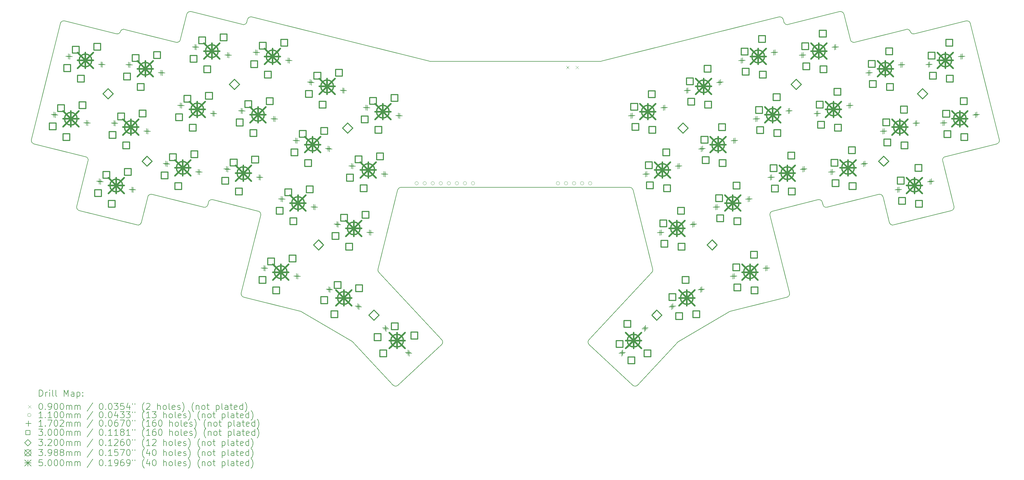
<source format=gbr>
%TF.GenerationSoftware,KiCad,Pcbnew,8.0.4*%
%TF.CreationDate,2024-10-20T10:14:10+02:00*%
%TF.ProjectId,fairyboard,66616972-7962-46f6-9172-642e6b696361,1*%
%TF.SameCoordinates,Original*%
%TF.FileFunction,Drillmap*%
%TF.FilePolarity,Positive*%
%FSLAX45Y45*%
G04 Gerber Fmt 4.5, Leading zero omitted, Abs format (unit mm)*
G04 Created by KiCad (PCBNEW 8.0.4) date 2024-10-20 10:14:10*
%MOMM*%
%LPD*%
G01*
G04 APERTURE LIST*
%ADD10C,0.150000*%
%ADD11C,0.200000*%
%ADD12C,0.100000*%
%ADD13C,0.110000*%
%ADD14C,0.170180*%
%ADD15C,0.300000*%
%ADD16C,0.320000*%
%ADD17C,0.398780*%
%ADD18C,0.500000*%
G04 APERTURE END LIST*
D10*
X7689054Y-14667426D02*
X7331010Y-16103463D01*
X12566147Y-10359332D02*
X10936051Y-9952903D01*
X6813181Y-10326592D02*
G75*
G02*
X6946525Y-10246468I106739J-26619D01*
G01*
X31744485Y-10838369D02*
X31543689Y-10033025D01*
X29494209Y-10121467D02*
G75*
G02*
X29627553Y-10201589I26611J-106733D01*
G01*
X25032282Y-21749160D02*
G75*
G02*
X24876809Y-21754592I-80452J75010D01*
G01*
X16860868Y-18183926D02*
G75*
G02*
X16834584Y-18082295I80432J75016D01*
G01*
X31877828Y-10918492D02*
G75*
G02*
X31744481Y-10838370I-26608J106742D01*
G01*
X17457530Y-15583795D02*
G75*
G02*
X17564262Y-15500409I106740J-26625D01*
G01*
X10601910Y-10838369D02*
G75*
G02*
X10468565Y-10918499I-106750J26629D01*
G01*
X24782135Y-15500406D02*
G75*
G02*
X24888862Y-15583795I15J-109974D01*
G01*
X16860868Y-18183926D02*
X18849958Y-20316963D01*
X10802706Y-10033024D02*
G75*
G02*
X10936051Y-9952905I106734J-26616D01*
G01*
X33769776Y-10652899D02*
G75*
G02*
X33641267Y-10592184I-28706J105599D01*
G01*
X27938956Y-19424042D02*
X29743270Y-18974175D01*
X12603127Y-18974177D02*
G75*
G02*
X12523003Y-18840831I26613J106737D01*
G01*
X12852188Y-10121466D02*
X18457098Y-11518929D01*
X7411130Y-16236807D02*
G75*
G02*
X7331014Y-16103464I26610J106727D01*
G01*
X29646906Y-10279211D02*
X29627553Y-10201589D01*
X18483706Y-11522194D02*
G75*
G02*
X18457098Y-11518929I-6J109995D01*
G01*
X29211329Y-16385984D02*
G75*
G02*
X29291450Y-16252643I106741J26604D01*
G01*
X14407442Y-19424042D02*
G75*
G02*
X14436659Y-19435995I-26622J-106758D01*
G01*
X9569426Y-15806153D02*
G75*
G02*
X9702772Y-15726034I106734J-26617D01*
G01*
X16045903Y-20389168D02*
X17314113Y-21749160D01*
X7608934Y-14534083D02*
G75*
G02*
X7689052Y-14667426I-26624J-106737D01*
G01*
X18849958Y-20316963D02*
G75*
G02*
X18844526Y-20472429I-80448J-75017D01*
G01*
X24782135Y-15500406D02*
X17564262Y-15500406D01*
X26325114Y-20369411D02*
X27909736Y-19435996D01*
X23496439Y-20316962D02*
X25485529Y-18183926D01*
X35399872Y-10246471D02*
X33769776Y-10652899D01*
X33507925Y-10512061D02*
G75*
G02*
X33641264Y-10592185I26615J-106719D01*
G01*
X36447681Y-13994308D02*
G75*
G02*
X36367559Y-14127652I-106731J-26612D01*
G01*
X23501869Y-20472433D02*
X24876813Y-21754588D01*
X29823391Y-18840832D02*
G75*
G02*
X29743270Y-18974176I-106721J-26618D01*
G01*
X8705127Y-10592183D02*
G75*
G02*
X8838470Y-10512061I106743J-26627D01*
G01*
X9368631Y-16611499D02*
G75*
G02*
X9235287Y-16691620I-106731J26609D01*
G01*
X16834585Y-18082295D02*
X17457530Y-15583795D01*
X35015386Y-16103462D02*
G75*
G02*
X34935266Y-16236808I-106726J-26618D01*
G01*
X32776972Y-15806154D02*
X32977765Y-16611498D01*
X11466213Y-16052340D02*
X11485563Y-15974716D01*
X9702772Y-15726034D02*
X11332867Y-16132461D01*
X34737462Y-14534081D02*
X36367559Y-14127652D01*
X30727488Y-15894595D02*
G75*
G02*
X30860827Y-15974718I26612J-106725D01*
G01*
X31013530Y-16132462D02*
X32643626Y-15726032D01*
X13054947Y-16252639D02*
G75*
G02*
X13135069Y-16385985I-26607J-106731D01*
G01*
X12699491Y-10279211D02*
G75*
G02*
X12566148Y-10359328I-106741J26631D01*
G01*
X29780249Y-10359332D02*
G75*
G02*
X29646901Y-10279212I-26609J106742D01*
G01*
X9368631Y-16611499D02*
X9569426Y-15806153D01*
X10802706Y-10033025D02*
X10601910Y-10838369D01*
X12523006Y-18840832D02*
X13135069Y-16385985D01*
X5978836Y-14127653D02*
X7608934Y-14534081D01*
X12603127Y-18974177D02*
X14407442Y-19424042D01*
X26300493Y-20389170D02*
G75*
G02*
X26325114Y-20369411I80427J-75000D01*
G01*
X8705127Y-10592183D02*
G75*
G02*
X8576621Y-10652898I-99797J44873D01*
G01*
X27909736Y-19435996D02*
G75*
G02*
X27938956Y-19424042I55824J-94764D01*
G01*
X23889301Y-11518925D02*
G75*
G02*
X23862689Y-11522195I-26651J106975D01*
G01*
X34657341Y-14667424D02*
G75*
G02*
X34737461Y-14534077I106749J26604D01*
G01*
X30860831Y-15974717D02*
X30880185Y-16052340D01*
X18483706Y-11522194D02*
X23862689Y-11522196D01*
X33507925Y-10512061D02*
X31877829Y-10918492D01*
X11485563Y-15974716D02*
G75*
G02*
X11618905Y-15894601I106717J-26594D01*
G01*
X31410344Y-9952905D02*
X29780249Y-10359332D01*
X8576621Y-10652898D02*
X6946593Y-10246470D01*
X11618907Y-15894595D02*
X13054947Y-16252639D01*
X23501868Y-20472433D02*
G75*
G02*
X23496436Y-20316959I75022J80453D01*
G01*
X31013530Y-16132462D02*
G75*
G02*
X30880181Y-16052341I-26610J106742D01*
G01*
X33111110Y-16691621D02*
X34935266Y-16236807D01*
X12718845Y-10201587D02*
G75*
G02*
X12852189Y-10121461I106725J-26593D01*
G01*
X25032282Y-21749160D02*
X26300493Y-20389170D01*
X14436659Y-19435995D02*
X16021284Y-20369410D01*
X16021284Y-20369410D02*
G75*
G02*
X16045902Y-20389169I-55784J-94720D01*
G01*
X35015385Y-16103462D02*
X34657341Y-14667424D01*
X35399872Y-10246471D02*
G75*
G02*
X35533210Y-10326592I26608J-106730D01*
G01*
X7411131Y-16236807D02*
X9235287Y-16691620D01*
X29211329Y-16385984D02*
X29823391Y-18840832D01*
X29291450Y-16252641D02*
X30727487Y-15894595D01*
X24888865Y-15583795D02*
X25511812Y-18082295D01*
X10468567Y-10918492D02*
X8838470Y-10512061D01*
X23889301Y-11518926D02*
X29494209Y-10121467D01*
X5898715Y-13994308D02*
X6813181Y-10326591D01*
X11466212Y-16052340D02*
G75*
G02*
X11332867Y-16132462I-106732J26610D01*
G01*
X32643626Y-15726032D02*
G75*
G02*
X32776970Y-15806155I26614J-106728D01*
G01*
X5978836Y-14127653D02*
G75*
G02*
X5898724Y-13994310I26624J106733D01*
G01*
X25511812Y-18082296D02*
G75*
G02*
X25485527Y-18183925I-106712J-26614D01*
G01*
X35533215Y-10326591D02*
X36447681Y-13994308D01*
X31410344Y-9952905D02*
G75*
G02*
X31543688Y-10033025I26616J-106725D01*
G01*
X17469583Y-21754589D02*
X18844528Y-20472432D01*
X17469583Y-21754589D02*
G75*
G02*
X17314112Y-21749162I-75023J80429D01*
G01*
X33111110Y-16691621D02*
G75*
G02*
X32977762Y-16611499I-26610J106741D01*
G01*
X12718845Y-10201587D02*
X12699491Y-10279211D01*
D11*
D12*
X22778198Y-11667484D02*
X22868198Y-11757484D01*
X22868198Y-11667484D02*
X22778198Y-11757484D01*
X23078198Y-11667484D02*
X23168198Y-11757484D01*
X23168198Y-11667484D02*
X23078198Y-11757484D01*
D13*
X18112198Y-15375138D02*
G75*
G02*
X18002198Y-15375138I-55000J0D01*
G01*
X18002198Y-15375138D02*
G75*
G02*
X18112198Y-15375138I55000J0D01*
G01*
X18366198Y-15375138D02*
G75*
G02*
X18256198Y-15375138I-55000J0D01*
G01*
X18256198Y-15375138D02*
G75*
G02*
X18366198Y-15375138I55000J0D01*
G01*
X18620198Y-15375138D02*
G75*
G02*
X18510198Y-15375138I-55000J0D01*
G01*
X18510198Y-15375138D02*
G75*
G02*
X18620198Y-15375138I55000J0D01*
G01*
X18874198Y-15375138D02*
G75*
G02*
X18764198Y-15375138I-55000J0D01*
G01*
X18764198Y-15375138D02*
G75*
G02*
X18874198Y-15375138I55000J0D01*
G01*
X19128198Y-15375138D02*
G75*
G02*
X19018198Y-15375138I-55000J0D01*
G01*
X19018198Y-15375138D02*
G75*
G02*
X19128198Y-15375138I55000J0D01*
G01*
X19382198Y-15375138D02*
G75*
G02*
X19272198Y-15375138I-55000J0D01*
G01*
X19272198Y-15375138D02*
G75*
G02*
X19382198Y-15375138I55000J0D01*
G01*
X19636198Y-15375138D02*
G75*
G02*
X19526198Y-15375138I-55000J0D01*
G01*
X19526198Y-15375138D02*
G75*
G02*
X19636198Y-15375138I55000J0D01*
G01*
X19890198Y-15375138D02*
G75*
G02*
X19780198Y-15375138I-55000J0D01*
G01*
X19780198Y-15375138D02*
G75*
G02*
X19890198Y-15375138I55000J0D01*
G01*
X22572199Y-15375139D02*
G75*
G02*
X22462199Y-15375139I-55000J0D01*
G01*
X22462199Y-15375139D02*
G75*
G02*
X22572199Y-15375139I55000J0D01*
G01*
X22826199Y-15375139D02*
G75*
G02*
X22716199Y-15375139I-55000J0D01*
G01*
X22716199Y-15375139D02*
G75*
G02*
X22826199Y-15375139I55000J0D01*
G01*
X23080199Y-15375139D02*
G75*
G02*
X22970199Y-15375139I-55000J0D01*
G01*
X22970199Y-15375139D02*
G75*
G02*
X23080199Y-15375139I55000J0D01*
G01*
X23334199Y-15375139D02*
G75*
G02*
X23224199Y-15375139I-55000J0D01*
G01*
X23224199Y-15375139D02*
G75*
G02*
X23334199Y-15375139I55000J0D01*
G01*
X23588199Y-15375139D02*
G75*
G02*
X23478199Y-15375139I-55000J0D01*
G01*
X23478199Y-15375139D02*
G75*
G02*
X23588199Y-15375139I55000J0D01*
G01*
D14*
X6611269Y-13118103D02*
X6611269Y-13288283D01*
X6526179Y-13203193D02*
X6696359Y-13203193D01*
X6652022Y-13128264D02*
X6652022Y-13298444D01*
X6566932Y-13213354D02*
X6737112Y-13213354D01*
X7070922Y-11274538D02*
X7070922Y-11444718D01*
X6985832Y-11359628D02*
X7156012Y-11359628D01*
X7111674Y-11284698D02*
X7111674Y-11454878D01*
X7026584Y-11369788D02*
X7196764Y-11369788D01*
X7637842Y-13374056D02*
X7637842Y-13544236D01*
X7552752Y-13459146D02*
X7722932Y-13459146D01*
X7678595Y-13384217D02*
X7678595Y-13554397D01*
X7593505Y-13469307D02*
X7763685Y-13469307D01*
X8043564Y-15227256D02*
X8043564Y-15397436D01*
X7958474Y-15312346D02*
X8128654Y-15312346D01*
X8084317Y-15237417D02*
X8084317Y-15407597D01*
X7999227Y-15322507D02*
X8169407Y-15322507D01*
X8097494Y-11530491D02*
X8097494Y-11700671D01*
X8012404Y-11615581D02*
X8182584Y-11615581D01*
X8138247Y-11540652D02*
X8138247Y-11710832D01*
X8053157Y-11625742D02*
X8223337Y-11625742D01*
X8503217Y-13383695D02*
X8503217Y-13553875D01*
X8418127Y-13468785D02*
X8588307Y-13468785D01*
X8543970Y-13393856D02*
X8543970Y-13564036D01*
X8458880Y-13478946D02*
X8629060Y-13478946D01*
X8962869Y-11540133D02*
X8962869Y-11710313D01*
X8877779Y-11625223D02*
X9047959Y-11625223D01*
X9003621Y-11550294D02*
X9003621Y-11720474D01*
X8918531Y-11635384D02*
X9088711Y-11635384D01*
X9070137Y-15483209D02*
X9070137Y-15653389D01*
X8985047Y-15568299D02*
X9155227Y-15568299D01*
X9110890Y-15493370D02*
X9110890Y-15663550D01*
X9025800Y-15578460D02*
X9195980Y-15578460D01*
X9529790Y-13639648D02*
X9529790Y-13809828D01*
X9444700Y-13724738D02*
X9614880Y-13724738D01*
X9570543Y-13649809D02*
X9570543Y-13819989D01*
X9485453Y-13734899D02*
X9655633Y-13734899D01*
X9989441Y-11796087D02*
X9989441Y-11966267D01*
X9904351Y-11881177D02*
X10074531Y-11881177D01*
X10030194Y-11806247D02*
X10030194Y-11976427D01*
X9945104Y-11891337D02*
X10115284Y-11891337D01*
X10141145Y-14668097D02*
X10141145Y-14838277D01*
X10056055Y-14753187D02*
X10226235Y-14753187D01*
X10181897Y-14678258D02*
X10181897Y-14848438D01*
X10096807Y-14763348D02*
X10266987Y-14763348D01*
X10600798Y-12824535D02*
X10600798Y-12994715D01*
X10515708Y-12909625D02*
X10685888Y-12909625D01*
X10641550Y-12834696D02*
X10641550Y-13004876D01*
X10556460Y-12919786D02*
X10726640Y-12919786D01*
X11060448Y-10980973D02*
X11060448Y-11151153D01*
X10975358Y-11066063D02*
X11145538Y-11066063D01*
X11101201Y-10991134D02*
X11101201Y-11161314D01*
X11016111Y-11076224D02*
X11186291Y-11076224D01*
X11167717Y-14924050D02*
X11167717Y-15094230D01*
X11082627Y-15009140D02*
X11252807Y-15009140D01*
X11208470Y-14934211D02*
X11208470Y-15104391D01*
X11123380Y-15019301D02*
X11293560Y-15019301D01*
X11627370Y-13080489D02*
X11627370Y-13250669D01*
X11542280Y-13165579D02*
X11712460Y-13165579D01*
X11668123Y-13090649D02*
X11668123Y-13260829D01*
X11583033Y-13175739D02*
X11753213Y-13175739D01*
X12057284Y-14836659D02*
X12057284Y-15006839D01*
X11972194Y-14921749D02*
X12142374Y-14921749D01*
X12087021Y-11236926D02*
X12087021Y-11407106D01*
X12001931Y-11322016D02*
X12172111Y-11322016D01*
X12098036Y-14846820D02*
X12098036Y-15017000D01*
X12012946Y-14931910D02*
X12183126Y-14931910D01*
X12127773Y-11247087D02*
X12127773Y-11417267D01*
X12042683Y-11332177D02*
X12212863Y-11332177D01*
X12516934Y-12993098D02*
X12516934Y-13163278D01*
X12431844Y-13078188D02*
X12602024Y-13078188D01*
X12557686Y-13003259D02*
X12557686Y-13173439D01*
X12472596Y-13088349D02*
X12642776Y-13088349D01*
X12976587Y-11149537D02*
X12976587Y-11319717D01*
X12891497Y-11234627D02*
X13061677Y-11234627D01*
X13017339Y-11159698D02*
X13017339Y-11329878D01*
X12932249Y-11244788D02*
X13102429Y-11244788D01*
X13083857Y-15092612D02*
X13083857Y-15262792D01*
X12998767Y-15177702D02*
X13168947Y-15177702D01*
X13124609Y-15102773D02*
X13124609Y-15272953D01*
X13039519Y-15187863D02*
X13209699Y-15187863D01*
X13235560Y-17964624D02*
X13235560Y-18134804D01*
X13150470Y-18049714D02*
X13320650Y-18049714D01*
X13276312Y-17974785D02*
X13276312Y-18144965D01*
X13191222Y-18059875D02*
X13361402Y-18059875D01*
X13543507Y-13249052D02*
X13543507Y-13419232D01*
X13458417Y-13334142D02*
X13628597Y-13334142D01*
X13584259Y-13259212D02*
X13584259Y-13429392D01*
X13499169Y-13344302D02*
X13669349Y-13344302D01*
X13779882Y-15781459D02*
X13779882Y-15951639D01*
X13694792Y-15866549D02*
X13864972Y-15866549D01*
X13820634Y-15791620D02*
X13820634Y-15961800D01*
X13735544Y-15876710D02*
X13905724Y-15876710D01*
X14003159Y-11405490D02*
X14003159Y-11575670D01*
X13918069Y-11490580D02*
X14088249Y-11490580D01*
X14043912Y-11415651D02*
X14043912Y-11585831D01*
X13958822Y-11500741D02*
X14129002Y-11500741D01*
X14239535Y-13937897D02*
X14239535Y-14108077D01*
X14154445Y-14022987D02*
X14324625Y-14022987D01*
X14262132Y-18220577D02*
X14262132Y-18390757D01*
X14177042Y-18305667D02*
X14347222Y-18305667D01*
X14280288Y-13948058D02*
X14280288Y-14118238D01*
X14195198Y-14033148D02*
X14365378Y-14033148D01*
X14302885Y-18230738D02*
X14302885Y-18400918D01*
X14217795Y-18315828D02*
X14387975Y-18315828D01*
X14699187Y-12094335D02*
X14699187Y-12264515D01*
X14614097Y-12179425D02*
X14784277Y-12179425D01*
X14739939Y-12104496D02*
X14739939Y-12274676D01*
X14654849Y-12189586D02*
X14825029Y-12189586D01*
X14806455Y-16037412D02*
X14806455Y-16207592D01*
X14721365Y-16122502D02*
X14891545Y-16122502D01*
X14847207Y-16047573D02*
X14847207Y-16217753D01*
X14762117Y-16132663D02*
X14932297Y-16132663D01*
X15266108Y-14193850D02*
X15266108Y-14364030D01*
X15181018Y-14278940D02*
X15351198Y-14278940D01*
X15287991Y-18633757D02*
X15287991Y-18803937D01*
X15202901Y-18718847D02*
X15373081Y-18718847D01*
X15306860Y-14204011D02*
X15306860Y-14374191D01*
X15221770Y-14289101D02*
X15391950Y-14289101D01*
X15324179Y-18655073D02*
X15324179Y-18825253D01*
X15239089Y-18740163D02*
X15409269Y-18740163D01*
X15538774Y-16580715D02*
X15538774Y-16750895D01*
X15453684Y-16665805D02*
X15623864Y-16665805D01*
X15579526Y-16590875D02*
X15579526Y-16761055D01*
X15494436Y-16675965D02*
X15664616Y-16675965D01*
X15725759Y-12350289D02*
X15725759Y-12520469D01*
X15640669Y-12435379D02*
X15810849Y-12435379D01*
X15766512Y-12360449D02*
X15766512Y-12530629D01*
X15681422Y-12445539D02*
X15851602Y-12445539D01*
X15998424Y-14737152D02*
X15998424Y-14907332D01*
X15913334Y-14822242D02*
X16083514Y-14822242D01*
X16039177Y-14747313D02*
X16039177Y-14917493D01*
X15954087Y-14832403D02*
X16124267Y-14832403D01*
X16199594Y-19170732D02*
X16199594Y-19340912D01*
X16114504Y-19255822D02*
X16284684Y-19255822D01*
X16235783Y-19192049D02*
X16235783Y-19362229D01*
X16150693Y-19277139D02*
X16320873Y-19277139D01*
X16458077Y-12893591D02*
X16458077Y-13063771D01*
X16372987Y-12978681D02*
X16543167Y-12978681D01*
X16498829Y-12903751D02*
X16498829Y-13073931D01*
X16413739Y-12988841D02*
X16583919Y-12988841D01*
X16565346Y-16836668D02*
X16565346Y-17006848D01*
X16480256Y-16921758D02*
X16650436Y-16921758D01*
X16606099Y-16846829D02*
X16606099Y-17017009D01*
X16521009Y-16931919D02*
X16691189Y-16931919D01*
X17024997Y-14993105D02*
X17024997Y-15163285D01*
X16939907Y-15078195D02*
X17110087Y-15078195D01*
X17065750Y-15003266D02*
X17065750Y-15173446D01*
X16980660Y-15088356D02*
X17150840Y-15088356D01*
X17065858Y-19858255D02*
X17065858Y-20028435D01*
X16980768Y-19943345D02*
X17150948Y-19943345D01*
X17094502Y-19888972D02*
X17094502Y-20059152D01*
X17009412Y-19974062D02*
X17179592Y-19974062D01*
X17484650Y-13149544D02*
X17484650Y-13319724D01*
X17399560Y-13234634D02*
X17569740Y-13234634D01*
X17525402Y-13159705D02*
X17525402Y-13329885D01*
X17440312Y-13244795D02*
X17610492Y-13244795D01*
X17787412Y-20632026D02*
X17787412Y-20802206D01*
X17702322Y-20717116D02*
X17872502Y-20717116D01*
X17816056Y-20662744D02*
X17816056Y-20832924D01*
X17730966Y-20747834D02*
X17901146Y-20747834D01*
X24530339Y-20662743D02*
X24530339Y-20832923D01*
X24445249Y-20747833D02*
X24615429Y-20747833D01*
X24558984Y-20632026D02*
X24558984Y-20802206D01*
X24473894Y-20717116D02*
X24644074Y-20717116D01*
X24820996Y-13159705D02*
X24820996Y-13329885D01*
X24735906Y-13244795D02*
X24906086Y-13244795D01*
X24861748Y-13149544D02*
X24861748Y-13319724D01*
X24776658Y-13234634D02*
X24946838Y-13234634D01*
X25251894Y-19888971D02*
X25251894Y-20059151D01*
X25166804Y-19974061D02*
X25336984Y-19974061D01*
X25280539Y-19858254D02*
X25280539Y-20028434D01*
X25195449Y-19943344D02*
X25365629Y-19943344D01*
X25280646Y-15003266D02*
X25280646Y-15173446D01*
X25195556Y-15088356D02*
X25365736Y-15088356D01*
X25321399Y-14993105D02*
X25321399Y-15163285D01*
X25236309Y-15078195D02*
X25406489Y-15078195D01*
X25740299Y-16846829D02*
X25740299Y-17017009D01*
X25655209Y-16931919D02*
X25825389Y-16931919D01*
X25781051Y-16836669D02*
X25781051Y-17006849D01*
X25695961Y-16921759D02*
X25866141Y-16921759D01*
X25847569Y-12903751D02*
X25847569Y-13073931D01*
X25762479Y-12988841D02*
X25932659Y-12988841D01*
X25888321Y-12893591D02*
X25888321Y-13063771D01*
X25803231Y-12978681D02*
X25973411Y-12978681D01*
X26110613Y-19192048D02*
X26110613Y-19362228D01*
X26025523Y-19277138D02*
X26195703Y-19277138D01*
X26146802Y-19170731D02*
X26146802Y-19340911D01*
X26061712Y-19255821D02*
X26231892Y-19255821D01*
X26307219Y-14747313D02*
X26307219Y-14917493D01*
X26222129Y-14832403D02*
X26392309Y-14832403D01*
X26347972Y-14737152D02*
X26347972Y-14907332D01*
X26262882Y-14822242D02*
X26433062Y-14822242D01*
X26579884Y-12360448D02*
X26579884Y-12530628D01*
X26494794Y-12445538D02*
X26664974Y-12445538D01*
X26620636Y-12350288D02*
X26620636Y-12520468D01*
X26535546Y-12435378D02*
X26705726Y-12435378D01*
X26766872Y-16590876D02*
X26766872Y-16761056D01*
X26681782Y-16675966D02*
X26851962Y-16675966D01*
X26807624Y-16580715D02*
X26807624Y-16750895D01*
X26722534Y-16665805D02*
X26892714Y-16665805D01*
X27022217Y-18655072D02*
X27022217Y-18825252D01*
X26937127Y-18740162D02*
X27107307Y-18740162D01*
X27039536Y-14204011D02*
X27039536Y-14374191D01*
X26954446Y-14289101D02*
X27124626Y-14289101D01*
X27058405Y-18633756D02*
X27058405Y-18803936D01*
X26973315Y-18718846D02*
X27143495Y-18718846D01*
X27080288Y-14193851D02*
X27080288Y-14364031D01*
X26995198Y-14278941D02*
X27165378Y-14278941D01*
X27499188Y-16047572D02*
X27499188Y-16217752D01*
X27414098Y-16132662D02*
X27584278Y-16132662D01*
X27539940Y-16037412D02*
X27539940Y-16207592D01*
X27454850Y-16122502D02*
X27625030Y-16122502D01*
X27606457Y-12104495D02*
X27606457Y-12274675D01*
X27521367Y-12189585D02*
X27691547Y-12189585D01*
X27647209Y-12094334D02*
X27647209Y-12264514D01*
X27562119Y-12179424D02*
X27732299Y-12179424D01*
X28043511Y-18230740D02*
X28043511Y-18400920D01*
X27958421Y-18315830D02*
X28128601Y-18315830D01*
X28066108Y-13948058D02*
X28066108Y-14118238D01*
X27981018Y-14033148D02*
X28151198Y-14033148D01*
X28084263Y-18220579D02*
X28084263Y-18390759D01*
X27999173Y-18305669D02*
X28169353Y-18305669D01*
X28106861Y-13937897D02*
X28106861Y-14108077D01*
X28021771Y-14022987D02*
X28191951Y-14022987D01*
X28302487Y-11415651D02*
X28302487Y-11585831D01*
X28217397Y-11500741D02*
X28387577Y-11500741D01*
X28343239Y-11405490D02*
X28343239Y-11575670D01*
X28258149Y-11490580D02*
X28428329Y-11490580D01*
X28525761Y-15791619D02*
X28525761Y-15961799D01*
X28440671Y-15876709D02*
X28610851Y-15876709D01*
X28566513Y-15781458D02*
X28566513Y-15951638D01*
X28481423Y-15866548D02*
X28651603Y-15866548D01*
X28762136Y-13259211D02*
X28762136Y-13429391D01*
X28677046Y-13344301D02*
X28847226Y-13344301D01*
X28802888Y-13249051D02*
X28802888Y-13419231D01*
X28717798Y-13334141D02*
X28887978Y-13334141D01*
X29070084Y-17974786D02*
X29070084Y-18144966D01*
X28984994Y-18059876D02*
X29155174Y-18059876D01*
X29110836Y-17964626D02*
X29110836Y-18134806D01*
X29025746Y-18049716D02*
X29195926Y-18049716D01*
X29221788Y-15102775D02*
X29221788Y-15272955D01*
X29136698Y-15187865D02*
X29306878Y-15187865D01*
X29262541Y-15092614D02*
X29262541Y-15262794D01*
X29177451Y-15177704D02*
X29347631Y-15177704D01*
X29329060Y-11159698D02*
X29329060Y-11329878D01*
X29243970Y-11244788D02*
X29414150Y-11244788D01*
X29369812Y-11149537D02*
X29369812Y-11319717D01*
X29284722Y-11234627D02*
X29454902Y-11234627D01*
X29788709Y-13003258D02*
X29788709Y-13173438D01*
X29703619Y-13088348D02*
X29873799Y-13088348D01*
X29829461Y-12993097D02*
X29829461Y-13163277D01*
X29744371Y-13078187D02*
X29914551Y-13078187D01*
X30218625Y-11247087D02*
X30218625Y-11417267D01*
X30133535Y-11332177D02*
X30303715Y-11332177D01*
X30248361Y-14846822D02*
X30248361Y-15017002D01*
X30163271Y-14931912D02*
X30333451Y-14931912D01*
X30259377Y-11236927D02*
X30259377Y-11407107D01*
X30174287Y-11322017D02*
X30344467Y-11322017D01*
X30289114Y-14836661D02*
X30289114Y-15006841D01*
X30204024Y-14921751D02*
X30374204Y-14921751D01*
X30678275Y-13090649D02*
X30678275Y-13260829D01*
X30593185Y-13175739D02*
X30763365Y-13175739D01*
X30719028Y-13080488D02*
X30719028Y-13250668D01*
X30633938Y-13165578D02*
X30804118Y-13165578D01*
X31137926Y-14934212D02*
X31137926Y-15104392D01*
X31052836Y-15019302D02*
X31223016Y-15019302D01*
X31178678Y-14924052D02*
X31178678Y-15094232D01*
X31093588Y-15009142D02*
X31263768Y-15009142D01*
X31245198Y-10991134D02*
X31245198Y-11161314D01*
X31160108Y-11076224D02*
X31330288Y-11076224D01*
X31285950Y-10980973D02*
X31285950Y-11151153D01*
X31200860Y-11066063D02*
X31371040Y-11066063D01*
X31704848Y-12834696D02*
X31704848Y-13004876D01*
X31619758Y-12919786D02*
X31789938Y-12919786D01*
X31745600Y-12824535D02*
X31745600Y-12994715D01*
X31660510Y-12909625D02*
X31830690Y-12909625D01*
X32164499Y-14678259D02*
X32164499Y-14848439D01*
X32079409Y-14763349D02*
X32249589Y-14763349D01*
X32205251Y-14668098D02*
X32205251Y-14838278D01*
X32120161Y-14753188D02*
X32290341Y-14753188D01*
X32316203Y-11806246D02*
X32316203Y-11976426D01*
X32231113Y-11891336D02*
X32401293Y-11891336D01*
X32356956Y-11796085D02*
X32356956Y-11966265D01*
X32271866Y-11881175D02*
X32442046Y-11881175D01*
X32775855Y-13649808D02*
X32775855Y-13819988D01*
X32690765Y-13734898D02*
X32860945Y-13734898D01*
X32816608Y-13639647D02*
X32816608Y-13809827D01*
X32731518Y-13724737D02*
X32901698Y-13724737D01*
X33235506Y-15493369D02*
X33235506Y-15663549D01*
X33150416Y-15578459D02*
X33320596Y-15578459D01*
X33276259Y-15483208D02*
X33276259Y-15653388D01*
X33191169Y-15568298D02*
X33361349Y-15568298D01*
X33342776Y-11550293D02*
X33342776Y-11720473D01*
X33257686Y-11635383D02*
X33427866Y-11635383D01*
X33383529Y-11540132D02*
X33383529Y-11710312D01*
X33298439Y-11625222D02*
X33468619Y-11625222D01*
X33802428Y-13393854D02*
X33802428Y-13564034D01*
X33717338Y-13478944D02*
X33887518Y-13478944D01*
X33843181Y-13383694D02*
X33843181Y-13553874D01*
X33758091Y-13468784D02*
X33928271Y-13468784D01*
X34208150Y-11540653D02*
X34208150Y-11710833D01*
X34123060Y-11625743D02*
X34293240Y-11625743D01*
X34248902Y-11530492D02*
X34248902Y-11700672D01*
X34163812Y-11615582D02*
X34333992Y-11615582D01*
X34262079Y-15237416D02*
X34262079Y-15407596D01*
X34176989Y-15322506D02*
X34347169Y-15322506D01*
X34302832Y-15227255D02*
X34302832Y-15397435D01*
X34217742Y-15312345D02*
X34387922Y-15312345D01*
X34667801Y-13384215D02*
X34667801Y-13554395D01*
X34582711Y-13469305D02*
X34752891Y-13469305D01*
X34708554Y-13374055D02*
X34708554Y-13544235D01*
X34623464Y-13459145D02*
X34793644Y-13459145D01*
X35234723Y-11284700D02*
X35234723Y-11454880D01*
X35149633Y-11369790D02*
X35319813Y-11369790D01*
X35275475Y-11274539D02*
X35275475Y-11444719D01*
X35190385Y-11359629D02*
X35360565Y-11359629D01*
X35694374Y-13128262D02*
X35694374Y-13298442D01*
X35609284Y-13213352D02*
X35779464Y-13213352D01*
X35735126Y-13118101D02*
X35735126Y-13288281D01*
X35650036Y-13203191D02*
X35820216Y-13203191D01*
D15*
X6675130Y-13685217D02*
X6675130Y-13473083D01*
X6462996Y-13473083D01*
X6462996Y-13685217D01*
X6675130Y-13685217D01*
X6942764Y-13103689D02*
X6942764Y-12891555D01*
X6730630Y-12891555D01*
X6730630Y-13103689D01*
X6942764Y-13103689D01*
X7107055Y-14019643D02*
X7107055Y-13807509D01*
X6894921Y-13807509D01*
X6894921Y-14019643D01*
X7107055Y-14019643D01*
X7134783Y-11841651D02*
X7134783Y-11629517D01*
X6922649Y-11629517D01*
X6922649Y-11841651D01*
X7134783Y-11841651D01*
X7402416Y-11260124D02*
X7402416Y-11047990D01*
X7190282Y-11047990D01*
X7190282Y-11260124D01*
X7402416Y-11260124D01*
X7566708Y-12176078D02*
X7566708Y-11963944D01*
X7354574Y-11963944D01*
X7354574Y-12176078D01*
X7566708Y-12176078D01*
X7620350Y-13010855D02*
X7620350Y-12798721D01*
X7408216Y-12798721D01*
X7408216Y-13010855D01*
X7620350Y-13010855D01*
X8080003Y-11167289D02*
X8080003Y-10955155D01*
X7867869Y-10955155D01*
X7867869Y-11167289D01*
X8080003Y-11167289D01*
X8107425Y-15794370D02*
X8107425Y-15582236D01*
X7895291Y-15582236D01*
X7895291Y-15794370D01*
X8107425Y-15794370D01*
X8375059Y-15212843D02*
X8375059Y-15000709D01*
X8162925Y-15000709D01*
X8162925Y-15212843D01*
X8375059Y-15212843D01*
X8539351Y-16128796D02*
X8539351Y-15916662D01*
X8327217Y-15916662D01*
X8327217Y-16128796D01*
X8539351Y-16128796D01*
X8567078Y-13950809D02*
X8567078Y-13738675D01*
X8354944Y-13738675D01*
X8354944Y-13950809D01*
X8567078Y-13950809D01*
X8834712Y-13369282D02*
X8834712Y-13157148D01*
X8622578Y-13157148D01*
X8622578Y-13369282D01*
X8834712Y-13369282D01*
X8999003Y-14285235D02*
X8999003Y-14073101D01*
X8786869Y-14073101D01*
X8786869Y-14285235D01*
X8999003Y-14285235D01*
X9026730Y-12107247D02*
X9026730Y-11895113D01*
X8814596Y-11895113D01*
X8814596Y-12107247D01*
X9026730Y-12107247D01*
X9052645Y-15120008D02*
X9052645Y-14907874D01*
X8840511Y-14907874D01*
X8840511Y-15120008D01*
X9052645Y-15120008D01*
X9294363Y-11525720D02*
X9294363Y-11313586D01*
X9082229Y-11313586D01*
X9082229Y-11525720D01*
X9294363Y-11525720D01*
X9458655Y-12441673D02*
X9458655Y-12229539D01*
X9246521Y-12229539D01*
X9246521Y-12441673D01*
X9458655Y-12441673D01*
X9512298Y-13276447D02*
X9512298Y-13064313D01*
X9300164Y-13064313D01*
X9300164Y-13276447D01*
X9512298Y-13276447D01*
X9971949Y-11432885D02*
X9971949Y-11220751D01*
X9759815Y-11220751D01*
X9759815Y-11432885D01*
X9971949Y-11432885D01*
X10205006Y-15235211D02*
X10205006Y-15023077D01*
X9992872Y-15023077D01*
X9992872Y-15235211D01*
X10205006Y-15235211D01*
X10472639Y-14653684D02*
X10472639Y-14441550D01*
X10260505Y-14441550D01*
X10260505Y-14653684D01*
X10472639Y-14653684D01*
X10636931Y-15569637D02*
X10636931Y-15357503D01*
X10424797Y-15357503D01*
X10424797Y-15569637D01*
X10636931Y-15569637D01*
X10664659Y-13391649D02*
X10664659Y-13179515D01*
X10452525Y-13179515D01*
X10452525Y-13391649D01*
X10664659Y-13391649D01*
X10932292Y-12810122D02*
X10932292Y-12597988D01*
X10720158Y-12597988D01*
X10720158Y-12810122D01*
X10932292Y-12810122D01*
X11096584Y-13726075D02*
X11096584Y-13513941D01*
X10884450Y-13513941D01*
X10884450Y-13726075D01*
X11096584Y-13726075D01*
X11124309Y-11548087D02*
X11124309Y-11335953D01*
X10912175Y-11335953D01*
X10912175Y-11548087D01*
X11124309Y-11548087D01*
X11150226Y-14560849D02*
X11150226Y-14348715D01*
X10938092Y-14348715D01*
X10938092Y-14560849D01*
X11150226Y-14560849D01*
X11391943Y-10966560D02*
X11391943Y-10754426D01*
X11179809Y-10754426D01*
X11179809Y-10966560D01*
X11391943Y-10966560D01*
X11556234Y-11882513D02*
X11556234Y-11670379D01*
X11344100Y-11670379D01*
X11344100Y-11882513D01*
X11556234Y-11882513D01*
X11609878Y-12717287D02*
X11609878Y-12505153D01*
X11397744Y-12505153D01*
X11397744Y-12717287D01*
X11609878Y-12717287D01*
X12069529Y-10873725D02*
X12069529Y-10661591D01*
X11857395Y-10661591D01*
X11857395Y-10873725D01*
X12069529Y-10873725D01*
X12121145Y-15403773D02*
X12121145Y-15191639D01*
X11909011Y-15191639D01*
X11909011Y-15403773D01*
X12121145Y-15403773D01*
X12388779Y-14822246D02*
X12388779Y-14610112D01*
X12176645Y-14610112D01*
X12176645Y-14822246D01*
X12388779Y-14822246D01*
X12553070Y-15738199D02*
X12553070Y-15526065D01*
X12340936Y-15526065D01*
X12340936Y-15738199D01*
X12553070Y-15738199D01*
X12580795Y-13560212D02*
X12580795Y-13348078D01*
X12368661Y-13348078D01*
X12368661Y-13560212D01*
X12580795Y-13560212D01*
X12848429Y-12978685D02*
X12848429Y-12766551D01*
X12636295Y-12766551D01*
X12636295Y-12978685D01*
X12848429Y-12978685D01*
X13012720Y-13894638D02*
X13012720Y-13682504D01*
X12800586Y-13682504D01*
X12800586Y-13894638D01*
X13012720Y-13894638D01*
X13040448Y-11716651D02*
X13040448Y-11504517D01*
X12828314Y-11504517D01*
X12828314Y-11716651D01*
X13040448Y-11716651D01*
X13066365Y-14729411D02*
X13066365Y-14517277D01*
X12854231Y-14517277D01*
X12854231Y-14729411D01*
X13066365Y-14729411D01*
X13299421Y-18531738D02*
X13299421Y-18319604D01*
X13087287Y-18319604D01*
X13087287Y-18531738D01*
X13299421Y-18531738D01*
X13308081Y-11135124D02*
X13308081Y-10922990D01*
X13095947Y-10922990D01*
X13095947Y-11135124D01*
X13308081Y-11135124D01*
X13472373Y-12051077D02*
X13472373Y-11838943D01*
X13260239Y-11838943D01*
X13260239Y-12051077D01*
X13472373Y-12051077D01*
X13526015Y-12885850D02*
X13526015Y-12673716D01*
X13313881Y-12673716D01*
X13313881Y-12885850D01*
X13526015Y-12885850D01*
X13567054Y-17950211D02*
X13567054Y-17738077D01*
X13354920Y-17738077D01*
X13354920Y-17950211D01*
X13567054Y-17950211D01*
X13731346Y-18866164D02*
X13731346Y-18654030D01*
X13519212Y-18654030D01*
X13519212Y-18866164D01*
X13731346Y-18866164D01*
X13843743Y-16348573D02*
X13843743Y-16136439D01*
X13631609Y-16136439D01*
X13631609Y-16348573D01*
X13843743Y-16348573D01*
X13985667Y-11042289D02*
X13985667Y-10830155D01*
X13773533Y-10830155D01*
X13773533Y-11042289D01*
X13985667Y-11042289D01*
X14111376Y-15767046D02*
X14111376Y-15554912D01*
X13899242Y-15554912D01*
X13899242Y-15767046D01*
X14111376Y-15767046D01*
X14244641Y-17857376D02*
X14244641Y-17645242D01*
X14032507Y-17645242D01*
X14032507Y-17857376D01*
X14244641Y-17857376D01*
X14275668Y-16682999D02*
X14275668Y-16470865D01*
X14063534Y-16470865D01*
X14063534Y-16682999D01*
X14275668Y-16682999D01*
X14303396Y-14505011D02*
X14303396Y-14292877D01*
X14091262Y-14292877D01*
X14091262Y-14505011D01*
X14303396Y-14505011D01*
X14571030Y-13923483D02*
X14571030Y-13711349D01*
X14358896Y-13711349D01*
X14358896Y-13923483D01*
X14571030Y-13923483D01*
X14735321Y-14839437D02*
X14735321Y-14627303D01*
X14523187Y-14627303D01*
X14523187Y-14839437D01*
X14735321Y-14839437D01*
X14763048Y-12661449D02*
X14763048Y-12449315D01*
X14550914Y-12449315D01*
X14550914Y-12661449D01*
X14763048Y-12661449D01*
X14788963Y-15674211D02*
X14788963Y-15462077D01*
X14576829Y-15462077D01*
X14576829Y-15674211D01*
X14788963Y-15674211D01*
X15030681Y-12079922D02*
X15030681Y-11867788D01*
X14818547Y-11867788D01*
X14818547Y-12079922D01*
X15030681Y-12079922D01*
X15194973Y-12995875D02*
X15194973Y-12783741D01*
X14982839Y-12783741D01*
X14982839Y-12995875D01*
X15194973Y-12995875D01*
X15246812Y-19173401D02*
X15246812Y-18961267D01*
X15034678Y-18961267D01*
X15034678Y-19173401D01*
X15246812Y-19173401D01*
X15248616Y-13830649D02*
X15248616Y-13618515D01*
X15036482Y-13618515D01*
X15036482Y-13830649D01*
X15248616Y-13830649D01*
X15565968Y-19616729D02*
X15565968Y-19404595D01*
X15353834Y-19404595D01*
X15353834Y-19616729D01*
X15565968Y-19616729D01*
X15602635Y-17147829D02*
X15602635Y-16935695D01*
X15390501Y-16935695D01*
X15390501Y-17147829D01*
X15602635Y-17147829D01*
X15668588Y-18691834D02*
X15668588Y-18479700D01*
X15456454Y-18479700D01*
X15456454Y-18691834D01*
X15668588Y-18691834D01*
X15708268Y-11987087D02*
X15708268Y-11774953D01*
X15496134Y-11774953D01*
X15496134Y-11987087D01*
X15708268Y-11987087D01*
X15870268Y-16566301D02*
X15870268Y-16354167D01*
X15658134Y-16354167D01*
X15658134Y-16566301D01*
X15870268Y-16566301D01*
X16034560Y-17482255D02*
X16034560Y-17270121D01*
X15822426Y-17270121D01*
X15822426Y-17482255D01*
X16034560Y-17482255D01*
X16062285Y-15304266D02*
X16062285Y-15092132D01*
X15850151Y-15092132D01*
X15850151Y-15304266D01*
X16062285Y-15304266D01*
X16329919Y-14722739D02*
X16329919Y-14510605D01*
X16117785Y-14510605D01*
X16117785Y-14722739D01*
X16329919Y-14722739D01*
X16344637Y-18795267D02*
X16344637Y-18583133D01*
X16132503Y-18583133D01*
X16132503Y-18795267D01*
X16344637Y-18795267D01*
X16494210Y-15638692D02*
X16494210Y-15426558D01*
X16282076Y-15426558D01*
X16282076Y-15638692D01*
X16494210Y-15638692D01*
X16521938Y-13460705D02*
X16521938Y-13248571D01*
X16309804Y-13248571D01*
X16309804Y-13460705D01*
X16521938Y-13460705D01*
X16547854Y-16473466D02*
X16547854Y-16261332D01*
X16335720Y-16261332D01*
X16335720Y-16473466D01*
X16547854Y-16473466D01*
X16789571Y-12879177D02*
X16789571Y-12667043D01*
X16577437Y-12667043D01*
X16577437Y-12879177D01*
X16789571Y-12879177D01*
X16931767Y-20341729D02*
X16931767Y-20129595D01*
X16719633Y-20129595D01*
X16719633Y-20341729D01*
X16931767Y-20341729D01*
X16953863Y-13795131D02*
X16953863Y-13582997D01*
X16741729Y-13582997D01*
X16741729Y-13795131D01*
X16953863Y-13795131D01*
X17007505Y-14629904D02*
X17007505Y-14417770D01*
X16795371Y-14417770D01*
X16795371Y-14629904D01*
X17007505Y-14629904D01*
X17111868Y-20857445D02*
X17111868Y-20645311D01*
X16899734Y-20645311D01*
X16899734Y-20857445D01*
X17111868Y-20857445D01*
X17467158Y-12786342D02*
X17467158Y-12574208D01*
X17255024Y-12574208D01*
X17255024Y-12786342D01*
X17467158Y-12786342D01*
X17472947Y-19999783D02*
X17472947Y-19787649D01*
X17260813Y-19787649D01*
X17260813Y-19999783D01*
X17472947Y-19999783D01*
X18091779Y-20290964D02*
X18091779Y-20078830D01*
X17879645Y-20078830D01*
X17879645Y-20290964D01*
X18091779Y-20290964D01*
X24565901Y-20557074D02*
X24565901Y-20344940D01*
X24353767Y-20344940D01*
X24353767Y-20557074D01*
X24565901Y-20557074D01*
X24813205Y-19919436D02*
X24813205Y-19707302D01*
X24601071Y-19707302D01*
X24601071Y-19919436D01*
X24813205Y-19919436D01*
X24944764Y-21073082D02*
X24944764Y-20860948D01*
X24732630Y-20860948D01*
X24732630Y-21073082D01*
X24944764Y-21073082D01*
X25029595Y-13063522D02*
X25029595Y-12851388D01*
X24817461Y-12851388D01*
X24817461Y-13063522D01*
X25029595Y-13063522D01*
X25066298Y-13702626D02*
X25066298Y-13490492D01*
X24854164Y-13490492D01*
X24854164Y-13702626D01*
X25066298Y-13702626D01*
X25446662Y-20857445D02*
X25446662Y-20645311D01*
X25234528Y-20645311D01*
X25234528Y-20857445D01*
X25446662Y-20857445D01*
X25489245Y-14907084D02*
X25489245Y-14694950D01*
X25277111Y-14694950D01*
X25277111Y-14907084D01*
X25489245Y-14907084D01*
X25525949Y-15546188D02*
X25525949Y-15334054D01*
X25313815Y-15334054D01*
X25313815Y-15546188D01*
X25525949Y-15546188D01*
X25584284Y-12663446D02*
X25584284Y-12451312D01*
X25372150Y-12451312D01*
X25372150Y-12663446D01*
X25584284Y-12663446D01*
X25604669Y-13795131D02*
X25604669Y-13582997D01*
X25392535Y-13582997D01*
X25392535Y-13795131D01*
X25604669Y-13795131D01*
X25948898Y-16750647D02*
X25948898Y-16538513D01*
X25736764Y-16538513D01*
X25736764Y-16750647D01*
X25948898Y-16750647D01*
X25985601Y-17389751D02*
X25985601Y-17177617D01*
X25773467Y-17177617D01*
X25773467Y-17389751D01*
X25985601Y-17389751D01*
X26043935Y-14507008D02*
X26043935Y-14294874D01*
X25831801Y-14294874D01*
X25831801Y-14507008D01*
X26043935Y-14507008D01*
X26064320Y-15638692D02*
X26064320Y-15426558D01*
X25852186Y-15426558D01*
X25852186Y-15638692D01*
X26064320Y-15638692D01*
X26233381Y-19078577D02*
X26233381Y-18866443D01*
X26021247Y-18866443D01*
X26021247Y-19078577D01*
X26233381Y-19078577D01*
X26450088Y-19680939D02*
X26450088Y-19468805D01*
X26237954Y-19468805D01*
X26237954Y-19680939D01*
X26450088Y-19680939D01*
X26503587Y-16350571D02*
X26503587Y-16138437D01*
X26291453Y-16138437D01*
X26291453Y-16350571D01*
X26503587Y-16350571D01*
X26523972Y-17482255D02*
X26523972Y-17270121D01*
X26311838Y-17270121D01*
X26311838Y-17482255D01*
X26523972Y-17482255D01*
X26651601Y-18537436D02*
X26651601Y-18325302D01*
X26439467Y-18325302D01*
X26439467Y-18537436D01*
X26651601Y-18537436D01*
X26788483Y-12264266D02*
X26788483Y-12052132D01*
X26576349Y-12052132D01*
X26576349Y-12264266D01*
X26788483Y-12264266D01*
X26825186Y-12903370D02*
X26825186Y-12691236D01*
X26613052Y-12691236D01*
X26613052Y-12903370D01*
X26825186Y-12903370D01*
X26992562Y-19616728D02*
X26992562Y-19404594D01*
X26780428Y-19404594D01*
X26780428Y-19616728D01*
X26992562Y-19616728D01*
X27248134Y-14107829D02*
X27248134Y-13895695D01*
X27036000Y-13895695D01*
X27036000Y-14107829D01*
X27248134Y-14107829D01*
X27284838Y-14746933D02*
X27284838Y-14534799D01*
X27072704Y-14534799D01*
X27072704Y-14746933D01*
X27284838Y-14746933D01*
X27343172Y-11864190D02*
X27343172Y-11652056D01*
X27131038Y-11652056D01*
X27131038Y-11864190D01*
X27343172Y-11864190D01*
X27363557Y-12995874D02*
X27363557Y-12783740D01*
X27151423Y-12783740D01*
X27151423Y-12995874D01*
X27363557Y-12995874D01*
X27707787Y-15951390D02*
X27707787Y-15739256D01*
X27495653Y-15739256D01*
X27495653Y-15951390D01*
X27707787Y-15951390D01*
X27744490Y-16590494D02*
X27744490Y-16378360D01*
X27532356Y-16378360D01*
X27532356Y-16590494D01*
X27744490Y-16590494D01*
X27802824Y-13707753D02*
X27802824Y-13495619D01*
X27590690Y-13495619D01*
X27590690Y-13707753D01*
X27802824Y-13707753D01*
X27823209Y-14839437D02*
X27823209Y-14627303D01*
X27611075Y-14627303D01*
X27611075Y-14839437D01*
X27823209Y-14839437D01*
X28252110Y-18134557D02*
X28252110Y-17922423D01*
X28039976Y-17922423D01*
X28039976Y-18134557D01*
X28252110Y-18134557D01*
X28262476Y-15551314D02*
X28262476Y-15339180D01*
X28050342Y-15339180D01*
X28050342Y-15551314D01*
X28262476Y-15551314D01*
X28282861Y-16682998D02*
X28282861Y-16470864D01*
X28070727Y-16470864D01*
X28070727Y-16682998D01*
X28282861Y-16682998D01*
X28288813Y-18773661D02*
X28288813Y-18561527D01*
X28076679Y-18561527D01*
X28076679Y-18773661D01*
X28288813Y-18773661D01*
X28511086Y-11319469D02*
X28511086Y-11107335D01*
X28298952Y-11107335D01*
X28298952Y-11319469D01*
X28511086Y-11319469D01*
X28547789Y-11958573D02*
X28547789Y-11746439D01*
X28335655Y-11746439D01*
X28335655Y-11958573D01*
X28547789Y-11958573D01*
X28806799Y-17734481D02*
X28806799Y-17522347D01*
X28594665Y-17522347D01*
X28594665Y-17734481D01*
X28806799Y-17734481D01*
X28827184Y-18866166D02*
X28827184Y-18654032D01*
X28615050Y-18654032D01*
X28615050Y-18866166D01*
X28827184Y-18866166D01*
X28970735Y-13163029D02*
X28970735Y-12950895D01*
X28758601Y-12950895D01*
X28758601Y-13163029D01*
X28970735Y-13163029D01*
X29007438Y-13802133D02*
X29007438Y-13589999D01*
X28795304Y-13589999D01*
X28795304Y-13802133D01*
X29007438Y-13802133D01*
X29065775Y-10919393D02*
X29065775Y-10707259D01*
X28853641Y-10707259D01*
X28853641Y-10919393D01*
X29065775Y-10919393D01*
X29086160Y-12051077D02*
X29086160Y-11838943D01*
X28874026Y-11838943D01*
X28874026Y-12051077D01*
X29086160Y-12051077D01*
X29430387Y-15006593D02*
X29430387Y-14794459D01*
X29218253Y-14794459D01*
X29218253Y-15006593D01*
X29430387Y-15006593D01*
X29467091Y-15645697D02*
X29467091Y-15433563D01*
X29254957Y-15433563D01*
X29254957Y-15645697D01*
X29467091Y-15645697D01*
X29525424Y-12762953D02*
X29525424Y-12550819D01*
X29313290Y-12550819D01*
X29313290Y-12762953D01*
X29525424Y-12762953D01*
X29545809Y-13894637D02*
X29545809Y-13682503D01*
X29333675Y-13682503D01*
X29333675Y-13894637D01*
X29545809Y-13894637D01*
X29985077Y-14606517D02*
X29985077Y-14394383D01*
X29772943Y-14394383D01*
X29772943Y-14606517D01*
X29985077Y-14606517D01*
X30005462Y-15738201D02*
X30005462Y-15526067D01*
X29793328Y-15526067D01*
X29793328Y-15738201D01*
X30005462Y-15738201D01*
X30427224Y-11150905D02*
X30427224Y-10938771D01*
X30215090Y-10938771D01*
X30215090Y-11150905D01*
X30427224Y-11150905D01*
X30463927Y-11790009D02*
X30463927Y-11577875D01*
X30251793Y-11577875D01*
X30251793Y-11790009D01*
X30463927Y-11790009D01*
X30886874Y-12994467D02*
X30886874Y-12782333D01*
X30674740Y-12782333D01*
X30674740Y-12994467D01*
X30886874Y-12994467D01*
X30923578Y-13633571D02*
X30923578Y-13421437D01*
X30711444Y-13421437D01*
X30711444Y-13633571D01*
X30923578Y-13633571D01*
X30981913Y-10750829D02*
X30981913Y-10538695D01*
X30769779Y-10538695D01*
X30769779Y-10750829D01*
X30981913Y-10750829D01*
X31002298Y-11882513D02*
X31002298Y-11670379D01*
X30790164Y-11670379D01*
X30790164Y-11882513D01*
X31002298Y-11882513D01*
X31346525Y-14838030D02*
X31346525Y-14625896D01*
X31134391Y-14625896D01*
X31134391Y-14838030D01*
X31346525Y-14838030D01*
X31383228Y-15477134D02*
X31383228Y-15265000D01*
X31171094Y-15265000D01*
X31171094Y-15477134D01*
X31383228Y-15477134D01*
X31441564Y-12594391D02*
X31441564Y-12382257D01*
X31229430Y-12382257D01*
X31229430Y-12594391D01*
X31441564Y-12594391D01*
X31461948Y-13726075D02*
X31461948Y-13513941D01*
X31249814Y-13513941D01*
X31249814Y-13726075D01*
X31461948Y-13726075D01*
X31901214Y-14437954D02*
X31901214Y-14225820D01*
X31689080Y-14225820D01*
X31689080Y-14437954D01*
X31901214Y-14437954D01*
X31921599Y-15569638D02*
X31921599Y-15357504D01*
X31709465Y-15357504D01*
X31709465Y-15569638D01*
X31921599Y-15569638D01*
X32524802Y-11710064D02*
X32524802Y-11497930D01*
X32312668Y-11497930D01*
X32312668Y-11710064D01*
X32524802Y-11710064D01*
X32561506Y-12349168D02*
X32561506Y-12137034D01*
X32349372Y-12137034D01*
X32349372Y-12349168D01*
X32561506Y-12349168D01*
X32984454Y-13553625D02*
X32984454Y-13341491D01*
X32772320Y-13341491D01*
X32772320Y-13553625D01*
X32984454Y-13553625D01*
X33021158Y-14192729D02*
X33021158Y-13980595D01*
X32809024Y-13980595D01*
X32809024Y-14192729D01*
X33021158Y-14192729D01*
X33079492Y-11309988D02*
X33079492Y-11097854D01*
X32867358Y-11097854D01*
X32867358Y-11309988D01*
X33079492Y-11309988D01*
X33099877Y-12441672D02*
X33099877Y-12229538D01*
X32887743Y-12229538D01*
X32887743Y-12441672D01*
X33099877Y-12441672D01*
X33444105Y-15397187D02*
X33444105Y-15185053D01*
X33231971Y-15185053D01*
X33231971Y-15397187D01*
X33444105Y-15397187D01*
X33480809Y-16036291D02*
X33480809Y-15824157D01*
X33268675Y-15824157D01*
X33268675Y-16036291D01*
X33480809Y-16036291D01*
X33539144Y-13153549D02*
X33539144Y-12941415D01*
X33327010Y-12941415D01*
X33327010Y-13153549D01*
X33539144Y-13153549D01*
X33559529Y-14285234D02*
X33559529Y-14073100D01*
X33347395Y-14073100D01*
X33347395Y-14285234D01*
X33559529Y-14285234D01*
X33998795Y-14997111D02*
X33998795Y-14784977D01*
X33786661Y-14784977D01*
X33786661Y-14997111D01*
X33998795Y-14997111D01*
X34019180Y-16128795D02*
X34019180Y-15916661D01*
X33807046Y-15916661D01*
X33807046Y-16128795D01*
X34019180Y-16128795D01*
X34416749Y-11444471D02*
X34416749Y-11232337D01*
X34204615Y-11232337D01*
X34204615Y-11444471D01*
X34416749Y-11444471D01*
X34453452Y-12083575D02*
X34453452Y-11871441D01*
X34241318Y-11871441D01*
X34241318Y-12083575D01*
X34453452Y-12083575D01*
X34876400Y-13288033D02*
X34876400Y-13075899D01*
X34664266Y-13075899D01*
X34664266Y-13288033D01*
X34876400Y-13288033D01*
X34913104Y-13927137D02*
X34913104Y-13715003D01*
X34700970Y-13715003D01*
X34700970Y-13927137D01*
X34913104Y-13927137D01*
X34971438Y-11044395D02*
X34971438Y-10832261D01*
X34759304Y-10832261D01*
X34759304Y-11044395D01*
X34971438Y-11044395D01*
X34991823Y-12176079D02*
X34991823Y-11963945D01*
X34779689Y-11963945D01*
X34779689Y-12176079D01*
X34991823Y-12176079D01*
X35431090Y-12887957D02*
X35431090Y-12675823D01*
X35218956Y-12675823D01*
X35218956Y-12887957D01*
X35431090Y-12887957D01*
X35451474Y-14019641D02*
X35451474Y-13807507D01*
X35239340Y-13807507D01*
X35239340Y-14019641D01*
X35451474Y-14019641D01*
D16*
X8320732Y-12707262D02*
X8480732Y-12547262D01*
X8320732Y-12387262D01*
X8160732Y-12547262D01*
X8320732Y-12707262D01*
X9551736Y-14838374D02*
X9711736Y-14678374D01*
X9551736Y-14518374D01*
X9391736Y-14678374D01*
X9551736Y-14838374D01*
X12310258Y-12413697D02*
X12470258Y-12253697D01*
X12310258Y-12093697D01*
X12150258Y-12253697D01*
X12310258Y-12413697D01*
X14963166Y-17481015D02*
X15123166Y-17321015D01*
X14963166Y-17161015D01*
X14803166Y-17321015D01*
X14963166Y-17481015D01*
X15882469Y-13793891D02*
X16042469Y-13633891D01*
X15882469Y-13473891D01*
X15722469Y-13633891D01*
X15882469Y-13793891D01*
X16707828Y-19699211D02*
X16867828Y-19539211D01*
X16707828Y-19379211D01*
X16547828Y-19539211D01*
X16707828Y-19699211D01*
X25638569Y-19699212D02*
X25798569Y-19539212D01*
X25638569Y-19379212D01*
X25478569Y-19539212D01*
X25638569Y-19699212D01*
X26463928Y-13793890D02*
X26623928Y-13633890D01*
X26463928Y-13473890D01*
X26303928Y-13633890D01*
X26463928Y-13793890D01*
X27383232Y-17481015D02*
X27543232Y-17321015D01*
X27383232Y-17161015D01*
X27223232Y-17321015D01*
X27383232Y-17481015D01*
X30036140Y-12413698D02*
X30196140Y-12253698D01*
X30036140Y-12093698D01*
X29876140Y-12253698D01*
X30036140Y-12413698D01*
X32794661Y-14838373D02*
X32954661Y-14678373D01*
X32794661Y-14518373D01*
X32634661Y-14678373D01*
X32794661Y-14838373D01*
X34025664Y-12707264D02*
X34185664Y-12547264D01*
X34025664Y-12387264D01*
X33865664Y-12547264D01*
X34025664Y-12707264D01*
D17*
X6945542Y-13136860D02*
X7344322Y-13535640D01*
X7344322Y-13136860D02*
X6945542Y-13535640D01*
X7344322Y-13336250D02*
G75*
G02*
X6945542Y-13336250I-199390J0D01*
G01*
X6945542Y-13336250D02*
G75*
G02*
X7344322Y-13336250I199390J0D01*
G01*
X7405194Y-11293295D02*
X7803974Y-11692075D01*
X7803974Y-11293295D02*
X7405194Y-11692075D01*
X7803974Y-11492685D02*
G75*
G02*
X7405194Y-11492685I-199390J0D01*
G01*
X7405194Y-11492685D02*
G75*
G02*
X7803974Y-11492685I199390J0D01*
G01*
X8377837Y-15246013D02*
X8776617Y-15644793D01*
X8776617Y-15246013D02*
X8377837Y-15644793D01*
X8776617Y-15445403D02*
G75*
G02*
X8377837Y-15445403I-199390J0D01*
G01*
X8377837Y-15445403D02*
G75*
G02*
X8776617Y-15445403I199390J0D01*
G01*
X8837490Y-13402452D02*
X9236270Y-13801232D01*
X9236270Y-13402452D02*
X8837490Y-13801232D01*
X9236270Y-13601842D02*
G75*
G02*
X8837490Y-13601842I-199390J0D01*
G01*
X8837490Y-13601842D02*
G75*
G02*
X9236270Y-13601842I199390J0D01*
G01*
X9297141Y-11558890D02*
X9695921Y-11957670D01*
X9695921Y-11558890D02*
X9297141Y-11957670D01*
X9695921Y-11758280D02*
G75*
G02*
X9297141Y-11758280I-199390J0D01*
G01*
X9297141Y-11758280D02*
G75*
G02*
X9695921Y-11758280I199390J0D01*
G01*
X10475417Y-14686854D02*
X10874197Y-15085634D01*
X10874197Y-14686854D02*
X10475417Y-15085634D01*
X10874197Y-14886244D02*
G75*
G02*
X10475417Y-14886244I-199390J0D01*
G01*
X10475417Y-14886244D02*
G75*
G02*
X10874197Y-14886244I199390J0D01*
G01*
X10935070Y-12843292D02*
X11333850Y-13242072D01*
X11333850Y-12843292D02*
X10935070Y-13242072D01*
X11333850Y-13042682D02*
G75*
G02*
X10935070Y-13042682I-199390J0D01*
G01*
X10935070Y-13042682D02*
G75*
G02*
X11333850Y-13042682I199390J0D01*
G01*
X11394721Y-10999730D02*
X11793501Y-11398510D01*
X11793501Y-10999730D02*
X11394721Y-11398510D01*
X11793501Y-11199120D02*
G75*
G02*
X11394721Y-11199120I-199390J0D01*
G01*
X11394721Y-11199120D02*
G75*
G02*
X11793501Y-11199120I199390J0D01*
G01*
X12391557Y-14855416D02*
X12790337Y-15254196D01*
X12790337Y-14855416D02*
X12391557Y-15254196D01*
X12790337Y-15054806D02*
G75*
G02*
X12391557Y-15054806I-199390J0D01*
G01*
X12391557Y-15054806D02*
G75*
G02*
X12790337Y-15054806I199390J0D01*
G01*
X12851207Y-13011855D02*
X13249987Y-13410635D01*
X13249987Y-13011855D02*
X12851207Y-13410635D01*
X13249987Y-13211245D02*
G75*
G02*
X12851207Y-13211245I-199390J0D01*
G01*
X12851207Y-13211245D02*
G75*
G02*
X13249987Y-13211245I199390J0D01*
G01*
X13310859Y-11168294D02*
X13709639Y-11567074D01*
X13709639Y-11168294D02*
X13310859Y-11567074D01*
X13709639Y-11367684D02*
G75*
G02*
X13310859Y-11367684I-199390J0D01*
G01*
X13310859Y-11367684D02*
G75*
G02*
X13709639Y-11367684I199390J0D01*
G01*
X13569832Y-17983381D02*
X13968612Y-18382161D01*
X13968612Y-17983381D02*
X13569832Y-18382161D01*
X13968612Y-18182771D02*
G75*
G02*
X13569832Y-18182771I-199390J0D01*
G01*
X13569832Y-18182771D02*
G75*
G02*
X13968612Y-18182771I199390J0D01*
G01*
X14114154Y-15800216D02*
X14512934Y-16198996D01*
X14512934Y-15800216D02*
X14114154Y-16198996D01*
X14512934Y-15999606D02*
G75*
G02*
X14114154Y-15999606I-199390J0D01*
G01*
X14114154Y-15999606D02*
G75*
G02*
X14512934Y-15999606I199390J0D01*
G01*
X14573808Y-13956654D02*
X14972588Y-14355434D01*
X14972588Y-13956654D02*
X14573808Y-14355434D01*
X14972588Y-14156044D02*
G75*
G02*
X14573808Y-14156044I-199390J0D01*
G01*
X14573808Y-14156044D02*
G75*
G02*
X14972588Y-14156044I199390J0D01*
G01*
X15033459Y-12113092D02*
X15432239Y-12511872D01*
X15432239Y-12113092D02*
X15033459Y-12511872D01*
X15432239Y-12312482D02*
G75*
G02*
X15033459Y-12312482I-199390J0D01*
G01*
X15033459Y-12312482D02*
G75*
G02*
X15432239Y-12312482I199390J0D01*
G01*
X15562497Y-18798603D02*
X15961277Y-19197383D01*
X15961277Y-18798603D02*
X15562497Y-19197383D01*
X15961277Y-18997993D02*
G75*
G02*
X15562497Y-18997993I-199390J0D01*
G01*
X15562497Y-18997993D02*
G75*
G02*
X15961277Y-18997993I199390J0D01*
G01*
X15873046Y-16599472D02*
X16271826Y-16998252D01*
X16271826Y-16599472D02*
X15873046Y-16998252D01*
X16271826Y-16798862D02*
G75*
G02*
X15873046Y-16798862I-199390J0D01*
G01*
X15873046Y-16798862D02*
G75*
G02*
X16271826Y-16798862I199390J0D01*
G01*
X16332697Y-14755909D02*
X16731477Y-15154689D01*
X16731477Y-14755909D02*
X16332697Y-15154689D01*
X16731477Y-14955299D02*
G75*
G02*
X16332697Y-14955299I-199390J0D01*
G01*
X16332697Y-14955299D02*
G75*
G02*
X16731477Y-14955299I199390J0D01*
G01*
X16792349Y-12912348D02*
X17191129Y-13311128D01*
X17191129Y-12912348D02*
X16792349Y-13311128D01*
X17191129Y-13111738D02*
G75*
G02*
X16792349Y-13111738I-199390J0D01*
G01*
X16792349Y-13111738D02*
G75*
G02*
X17191129Y-13111738I199390J0D01*
G01*
X17241567Y-20146199D02*
X17640347Y-20544979D01*
X17640347Y-20146199D02*
X17241567Y-20544979D01*
X17640347Y-20345589D02*
G75*
G02*
X17241567Y-20345589I-199390J0D01*
G01*
X17241567Y-20345589D02*
G75*
G02*
X17640347Y-20345589I199390J0D01*
G01*
X24706049Y-20146198D02*
X25104829Y-20544978D01*
X25104829Y-20146198D02*
X24706049Y-20544978D01*
X25104829Y-20345588D02*
G75*
G02*
X24706049Y-20345588I-199390J0D01*
G01*
X24706049Y-20345588D02*
G75*
G02*
X25104829Y-20345588I199390J0D01*
G01*
X25155268Y-12912348D02*
X25554048Y-13311128D01*
X25554048Y-12912348D02*
X25155268Y-13311128D01*
X25554048Y-13111738D02*
G75*
G02*
X25155268Y-13111738I-199390J0D01*
G01*
X25155268Y-13111738D02*
G75*
G02*
X25554048Y-13111738I199390J0D01*
G01*
X25614919Y-14755909D02*
X26013699Y-15154689D01*
X26013699Y-14755909D02*
X25614919Y-15154689D01*
X26013699Y-14955299D02*
G75*
G02*
X25614919Y-14955299I-199390J0D01*
G01*
X25614919Y-14955299D02*
G75*
G02*
X26013699Y-14955299I199390J0D01*
G01*
X26074572Y-16599472D02*
X26473352Y-16998252D01*
X26473352Y-16599472D02*
X26074572Y-16998252D01*
X26473352Y-16798862D02*
G75*
G02*
X26074572Y-16798862I-199390J0D01*
G01*
X26074572Y-16798862D02*
G75*
G02*
X26473352Y-16798862I199390J0D01*
G01*
X26385119Y-18798602D02*
X26783899Y-19197382D01*
X26783899Y-18798602D02*
X26385119Y-19197382D01*
X26783899Y-18997992D02*
G75*
G02*
X26385119Y-18997992I-199390J0D01*
G01*
X26385119Y-18997992D02*
G75*
G02*
X26783899Y-18997992I199390J0D01*
G01*
X26914156Y-12113091D02*
X27312936Y-12511871D01*
X27312936Y-12113091D02*
X26914156Y-12511871D01*
X27312936Y-12312481D02*
G75*
G02*
X26914156Y-12312481I-199390J0D01*
G01*
X26914156Y-12312481D02*
G75*
G02*
X27312936Y-12312481I199390J0D01*
G01*
X27373808Y-13956654D02*
X27772588Y-14355434D01*
X27772588Y-13956654D02*
X27373808Y-14355434D01*
X27772588Y-14156044D02*
G75*
G02*
X27373808Y-14156044I-199390J0D01*
G01*
X27373808Y-14156044D02*
G75*
G02*
X27772588Y-14156044I199390J0D01*
G01*
X27833460Y-15800215D02*
X28232240Y-16198995D01*
X28232240Y-15800215D02*
X27833460Y-16198995D01*
X28232240Y-15999605D02*
G75*
G02*
X27833460Y-15999605I-199390J0D01*
G01*
X27833460Y-15999605D02*
G75*
G02*
X28232240Y-15999605I199390J0D01*
G01*
X28377784Y-17983383D02*
X28776564Y-18382163D01*
X28776564Y-17983383D02*
X28377784Y-18382163D01*
X28776564Y-18182773D02*
G75*
G02*
X28377784Y-18182773I-199390J0D01*
G01*
X28377784Y-18182773D02*
G75*
G02*
X28776564Y-18182773I199390J0D01*
G01*
X28636759Y-11168294D02*
X29035539Y-11567074D01*
X29035539Y-11168294D02*
X28636759Y-11567074D01*
X29035539Y-11367684D02*
G75*
G02*
X28636759Y-11367684I-199390J0D01*
G01*
X28636759Y-11367684D02*
G75*
G02*
X29035539Y-11367684I199390J0D01*
G01*
X29096409Y-13011854D02*
X29495189Y-13410634D01*
X29495189Y-13011854D02*
X29096409Y-13410634D01*
X29495189Y-13211244D02*
G75*
G02*
X29096409Y-13211244I-199390J0D01*
G01*
X29096409Y-13211244D02*
G75*
G02*
X29495189Y-13211244I199390J0D01*
G01*
X29556061Y-14855418D02*
X29954841Y-15254198D01*
X29954841Y-14855418D02*
X29556061Y-15254198D01*
X29954841Y-15054808D02*
G75*
G02*
X29556061Y-15054808I-199390J0D01*
G01*
X29556061Y-15054808D02*
G75*
G02*
X29954841Y-15054808I199390J0D01*
G01*
X30552897Y-10999730D02*
X30951677Y-11398510D01*
X30951677Y-10999730D02*
X30552897Y-11398510D01*
X30951677Y-11199120D02*
G75*
G02*
X30552897Y-11199120I-199390J0D01*
G01*
X30552897Y-11199120D02*
G75*
G02*
X30951677Y-11199120I199390J0D01*
G01*
X31012548Y-12843292D02*
X31411328Y-13242072D01*
X31411328Y-12843292D02*
X31012548Y-13242072D01*
X31411328Y-13042682D02*
G75*
G02*
X31012548Y-13042682I-199390J0D01*
G01*
X31012548Y-13042682D02*
G75*
G02*
X31411328Y-13042682I199390J0D01*
G01*
X31472199Y-14686855D02*
X31870979Y-15085635D01*
X31870979Y-14686855D02*
X31472199Y-15085635D01*
X31870979Y-14886245D02*
G75*
G02*
X31472199Y-14886245I-199390J0D01*
G01*
X31472199Y-14886245D02*
G75*
G02*
X31870979Y-14886245I199390J0D01*
G01*
X32650476Y-11558889D02*
X33049256Y-11957669D01*
X33049256Y-11558889D02*
X32650476Y-11957669D01*
X33049256Y-11758279D02*
G75*
G02*
X32650476Y-11758279I-199390J0D01*
G01*
X32650476Y-11758279D02*
G75*
G02*
X33049256Y-11758279I199390J0D01*
G01*
X33110128Y-13402451D02*
X33508908Y-13801231D01*
X33508908Y-13402451D02*
X33110128Y-13801231D01*
X33508908Y-13601841D02*
G75*
G02*
X33110128Y-13601841I-199390J0D01*
G01*
X33110128Y-13601841D02*
G75*
G02*
X33508908Y-13601841I199390J0D01*
G01*
X33569779Y-15246012D02*
X33968559Y-15644792D01*
X33968559Y-15246012D02*
X33569779Y-15644792D01*
X33968559Y-15445402D02*
G75*
G02*
X33569779Y-15445402I-199390J0D01*
G01*
X33569779Y-15445402D02*
G75*
G02*
X33968559Y-15445402I199390J0D01*
G01*
X34542423Y-11293296D02*
X34941203Y-11692076D01*
X34941203Y-11293296D02*
X34542423Y-11692076D01*
X34941203Y-11492686D02*
G75*
G02*
X34542423Y-11492686I-199390J0D01*
G01*
X34542423Y-11492686D02*
G75*
G02*
X34941203Y-11492686I199390J0D01*
G01*
X35002074Y-13136858D02*
X35400854Y-13535638D01*
X35400854Y-13136858D02*
X35002074Y-13535638D01*
X35400854Y-13336248D02*
G75*
G02*
X35002074Y-13336248I-199390J0D01*
G01*
X35002074Y-13336248D02*
G75*
G02*
X35400854Y-13336248I199390J0D01*
G01*
D18*
X6894932Y-13086250D02*
X7394932Y-13586250D01*
X7394932Y-13086250D02*
X6894932Y-13586250D01*
X7144932Y-13086250D02*
X7144932Y-13586250D01*
X6894932Y-13336250D02*
X7394932Y-13336250D01*
X7354584Y-11242685D02*
X7854584Y-11742685D01*
X7854584Y-11242685D02*
X7354584Y-11742685D01*
X7604584Y-11242685D02*
X7604584Y-11742685D01*
X7354584Y-11492685D02*
X7854584Y-11492685D01*
X8327227Y-15195403D02*
X8827227Y-15695403D01*
X8827227Y-15195403D02*
X8327227Y-15695403D01*
X8577227Y-15195403D02*
X8577227Y-15695403D01*
X8327227Y-15445403D02*
X8827227Y-15445403D01*
X8786880Y-13351842D02*
X9286880Y-13851842D01*
X9286880Y-13351842D02*
X8786880Y-13851842D01*
X9036880Y-13351842D02*
X9036880Y-13851842D01*
X8786880Y-13601842D02*
X9286880Y-13601842D01*
X9246531Y-11508280D02*
X9746531Y-12008280D01*
X9746531Y-11508280D02*
X9246531Y-12008280D01*
X9496531Y-11508280D02*
X9496531Y-12008280D01*
X9246531Y-11758280D02*
X9746531Y-11758280D01*
X10424807Y-14636244D02*
X10924807Y-15136244D01*
X10924807Y-14636244D02*
X10424807Y-15136244D01*
X10674807Y-14636244D02*
X10674807Y-15136244D01*
X10424807Y-14886244D02*
X10924807Y-14886244D01*
X10884460Y-12792682D02*
X11384460Y-13292682D01*
X11384460Y-12792682D02*
X10884460Y-13292682D01*
X11134460Y-12792682D02*
X11134460Y-13292682D01*
X10884460Y-13042682D02*
X11384460Y-13042682D01*
X11344111Y-10949120D02*
X11844111Y-11449120D01*
X11844111Y-10949120D02*
X11344111Y-11449120D01*
X11594111Y-10949120D02*
X11594111Y-11449120D01*
X11344111Y-11199120D02*
X11844111Y-11199120D01*
X12340947Y-14804806D02*
X12840947Y-15304806D01*
X12840947Y-14804806D02*
X12340947Y-15304806D01*
X12590947Y-14804806D02*
X12590947Y-15304806D01*
X12340947Y-15054806D02*
X12840947Y-15054806D01*
X12800597Y-12961245D02*
X13300597Y-13461245D01*
X13300597Y-12961245D02*
X12800597Y-13461245D01*
X13050597Y-12961245D02*
X13050597Y-13461245D01*
X12800597Y-13211245D02*
X13300597Y-13211245D01*
X13260249Y-11117684D02*
X13760249Y-11617684D01*
X13760249Y-11117684D02*
X13260249Y-11617684D01*
X13510249Y-11117684D02*
X13510249Y-11617684D01*
X13260249Y-11367684D02*
X13760249Y-11367684D01*
X13519222Y-17932771D02*
X14019222Y-18432771D01*
X14019222Y-17932771D02*
X13519222Y-18432771D01*
X13769222Y-17932771D02*
X13769222Y-18432771D01*
X13519222Y-18182771D02*
X14019222Y-18182771D01*
X14063544Y-15749606D02*
X14563544Y-16249606D01*
X14563544Y-15749606D02*
X14063544Y-16249606D01*
X14313544Y-15749606D02*
X14313544Y-16249606D01*
X14063544Y-15999606D02*
X14563544Y-15999606D01*
X14523198Y-13906044D02*
X15023198Y-14406044D01*
X15023198Y-13906044D02*
X14523198Y-14406044D01*
X14773198Y-13906044D02*
X14773198Y-14406044D01*
X14523198Y-14156044D02*
X15023198Y-14156044D01*
X14982849Y-12062482D02*
X15482849Y-12562482D01*
X15482849Y-12062482D02*
X14982849Y-12562482D01*
X15232849Y-12062482D02*
X15232849Y-12562482D01*
X14982849Y-12312482D02*
X15482849Y-12312482D01*
X15511887Y-18747993D02*
X16011887Y-19247993D01*
X16011887Y-18747993D02*
X15511887Y-19247993D01*
X15761887Y-18747993D02*
X15761887Y-19247993D01*
X15511887Y-18997993D02*
X16011887Y-18997993D01*
X15822436Y-16548862D02*
X16322436Y-17048862D01*
X16322436Y-16548862D02*
X15822436Y-17048862D01*
X16072436Y-16548862D02*
X16072436Y-17048862D01*
X15822436Y-16798862D02*
X16322436Y-16798862D01*
X16282087Y-14705299D02*
X16782087Y-15205299D01*
X16782087Y-14705299D02*
X16282087Y-15205299D01*
X16532087Y-14705299D02*
X16532087Y-15205299D01*
X16282087Y-14955299D02*
X16782087Y-14955299D01*
X16741739Y-12861738D02*
X17241739Y-13361738D01*
X17241739Y-12861738D02*
X16741739Y-13361738D01*
X16991739Y-12861738D02*
X16991739Y-13361738D01*
X16741739Y-13111738D02*
X17241739Y-13111738D01*
X17190957Y-20095589D02*
X17690957Y-20595589D01*
X17690957Y-20095589D02*
X17190957Y-20595589D01*
X17440957Y-20095589D02*
X17440957Y-20595589D01*
X17190957Y-20345589D02*
X17690957Y-20345589D01*
X24655439Y-20095588D02*
X25155439Y-20595588D01*
X25155439Y-20095588D02*
X24655439Y-20595588D01*
X24905439Y-20095588D02*
X24905439Y-20595588D01*
X24655439Y-20345588D02*
X25155439Y-20345588D01*
X25104658Y-12861738D02*
X25604658Y-13361738D01*
X25604658Y-12861738D02*
X25104658Y-13361738D01*
X25354658Y-12861738D02*
X25354658Y-13361738D01*
X25104658Y-13111738D02*
X25604658Y-13111738D01*
X25564309Y-14705299D02*
X26064309Y-15205299D01*
X26064309Y-14705299D02*
X25564309Y-15205299D01*
X25814309Y-14705299D02*
X25814309Y-15205299D01*
X25564309Y-14955299D02*
X26064309Y-14955299D01*
X26023962Y-16548862D02*
X26523962Y-17048862D01*
X26523962Y-16548862D02*
X26023962Y-17048862D01*
X26273962Y-16548862D02*
X26273962Y-17048862D01*
X26023962Y-16798862D02*
X26523962Y-16798862D01*
X26334509Y-18747992D02*
X26834509Y-19247992D01*
X26834509Y-18747992D02*
X26334509Y-19247992D01*
X26584509Y-18747992D02*
X26584509Y-19247992D01*
X26334509Y-18997992D02*
X26834509Y-18997992D01*
X26863546Y-12062481D02*
X27363546Y-12562481D01*
X27363546Y-12062481D02*
X26863546Y-12562481D01*
X27113546Y-12062481D02*
X27113546Y-12562481D01*
X26863546Y-12312481D02*
X27363546Y-12312481D01*
X27323198Y-13906044D02*
X27823198Y-14406044D01*
X27823198Y-13906044D02*
X27323198Y-14406044D01*
X27573198Y-13906044D02*
X27573198Y-14406044D01*
X27323198Y-14156044D02*
X27823198Y-14156044D01*
X27782850Y-15749605D02*
X28282850Y-16249605D01*
X28282850Y-15749605D02*
X27782850Y-16249605D01*
X28032850Y-15749605D02*
X28032850Y-16249605D01*
X27782850Y-15999605D02*
X28282850Y-15999605D01*
X28327174Y-17932773D02*
X28827174Y-18432773D01*
X28827174Y-17932773D02*
X28327174Y-18432773D01*
X28577174Y-17932773D02*
X28577174Y-18432773D01*
X28327174Y-18182773D02*
X28827174Y-18182773D01*
X28586149Y-11117684D02*
X29086149Y-11617684D01*
X29086149Y-11117684D02*
X28586149Y-11617684D01*
X28836149Y-11117684D02*
X28836149Y-11617684D01*
X28586149Y-11367684D02*
X29086149Y-11367684D01*
X29045799Y-12961244D02*
X29545799Y-13461244D01*
X29545799Y-12961244D02*
X29045799Y-13461244D01*
X29295799Y-12961244D02*
X29295799Y-13461244D01*
X29045799Y-13211244D02*
X29545799Y-13211244D01*
X29505451Y-14804808D02*
X30005451Y-15304808D01*
X30005451Y-14804808D02*
X29505451Y-15304808D01*
X29755451Y-14804808D02*
X29755451Y-15304808D01*
X29505451Y-15054808D02*
X30005451Y-15054808D01*
X30502287Y-10949120D02*
X31002287Y-11449120D01*
X31002287Y-10949120D02*
X30502287Y-11449120D01*
X30752287Y-10949120D02*
X30752287Y-11449120D01*
X30502287Y-11199120D02*
X31002287Y-11199120D01*
X30961938Y-12792682D02*
X31461938Y-13292682D01*
X31461938Y-12792682D02*
X30961938Y-13292682D01*
X31211938Y-12792682D02*
X31211938Y-13292682D01*
X30961938Y-13042682D02*
X31461938Y-13042682D01*
X31421589Y-14636245D02*
X31921589Y-15136245D01*
X31921589Y-14636245D02*
X31421589Y-15136245D01*
X31671589Y-14636245D02*
X31671589Y-15136245D01*
X31421589Y-14886245D02*
X31921589Y-14886245D01*
X32599866Y-11508279D02*
X33099866Y-12008279D01*
X33099866Y-11508279D02*
X32599866Y-12008279D01*
X32849866Y-11508279D02*
X32849866Y-12008279D01*
X32599866Y-11758279D02*
X33099866Y-11758279D01*
X33059518Y-13351841D02*
X33559518Y-13851841D01*
X33559518Y-13351841D02*
X33059518Y-13851841D01*
X33309518Y-13351841D02*
X33309518Y-13851841D01*
X33059518Y-13601841D02*
X33559518Y-13601841D01*
X33519169Y-15195402D02*
X34019169Y-15695402D01*
X34019169Y-15195402D02*
X33519169Y-15695402D01*
X33769169Y-15195402D02*
X33769169Y-15695402D01*
X33519169Y-15445402D02*
X34019169Y-15445402D01*
X34491813Y-11242686D02*
X34991813Y-11742686D01*
X34991813Y-11242686D02*
X34491813Y-11742686D01*
X34741813Y-11242686D02*
X34741813Y-11742686D01*
X34491813Y-11492686D02*
X34991813Y-11492686D01*
X34951464Y-13086248D02*
X35451464Y-13586248D01*
X35451464Y-13086248D02*
X34951464Y-13586248D01*
X35201464Y-13086248D02*
X35201464Y-13586248D01*
X34951464Y-13336248D02*
X35451464Y-13336248D01*
D11*
X6148733Y-22103131D02*
X6148733Y-21903131D01*
X6148733Y-21903131D02*
X6196352Y-21903131D01*
X6196352Y-21903131D02*
X6224924Y-21912655D01*
X6224924Y-21912655D02*
X6243972Y-21931703D01*
X6243972Y-21931703D02*
X6253495Y-21950750D01*
X6253495Y-21950750D02*
X6263019Y-21988845D01*
X6263019Y-21988845D02*
X6263019Y-22017417D01*
X6263019Y-22017417D02*
X6253495Y-22055512D01*
X6253495Y-22055512D02*
X6243972Y-22074560D01*
X6243972Y-22074560D02*
X6224924Y-22093607D01*
X6224924Y-22093607D02*
X6196352Y-22103131D01*
X6196352Y-22103131D02*
X6148733Y-22103131D01*
X6348733Y-22103131D02*
X6348733Y-21969798D01*
X6348733Y-22007893D02*
X6358257Y-21988845D01*
X6358257Y-21988845D02*
X6367781Y-21979322D01*
X6367781Y-21979322D02*
X6386829Y-21969798D01*
X6386829Y-21969798D02*
X6405876Y-21969798D01*
X6472543Y-22103131D02*
X6472543Y-21969798D01*
X6472543Y-21903131D02*
X6463019Y-21912655D01*
X6463019Y-21912655D02*
X6472543Y-21922179D01*
X6472543Y-21922179D02*
X6482067Y-21912655D01*
X6482067Y-21912655D02*
X6472543Y-21903131D01*
X6472543Y-21903131D02*
X6472543Y-21922179D01*
X6596352Y-22103131D02*
X6577305Y-22093607D01*
X6577305Y-22093607D02*
X6567781Y-22074560D01*
X6567781Y-22074560D02*
X6567781Y-21903131D01*
X6701114Y-22103131D02*
X6682067Y-22093607D01*
X6682067Y-22093607D02*
X6672543Y-22074560D01*
X6672543Y-22074560D02*
X6672543Y-21903131D01*
X6929686Y-22103131D02*
X6929686Y-21903131D01*
X6929686Y-21903131D02*
X6996353Y-22045988D01*
X6996353Y-22045988D02*
X7063019Y-21903131D01*
X7063019Y-21903131D02*
X7063019Y-22103131D01*
X7243972Y-22103131D02*
X7243972Y-21998369D01*
X7243972Y-21998369D02*
X7234448Y-21979322D01*
X7234448Y-21979322D02*
X7215400Y-21969798D01*
X7215400Y-21969798D02*
X7177305Y-21969798D01*
X7177305Y-21969798D02*
X7158257Y-21979322D01*
X7243972Y-22093607D02*
X7224924Y-22103131D01*
X7224924Y-22103131D02*
X7177305Y-22103131D01*
X7177305Y-22103131D02*
X7158257Y-22093607D01*
X7158257Y-22093607D02*
X7148733Y-22074560D01*
X7148733Y-22074560D02*
X7148733Y-22055512D01*
X7148733Y-22055512D02*
X7158257Y-22036464D01*
X7158257Y-22036464D02*
X7177305Y-22026941D01*
X7177305Y-22026941D02*
X7224924Y-22026941D01*
X7224924Y-22026941D02*
X7243972Y-22017417D01*
X7339210Y-21969798D02*
X7339210Y-22169798D01*
X7339210Y-21979322D02*
X7358257Y-21969798D01*
X7358257Y-21969798D02*
X7396353Y-21969798D01*
X7396353Y-21969798D02*
X7415400Y-21979322D01*
X7415400Y-21979322D02*
X7424924Y-21988845D01*
X7424924Y-21988845D02*
X7434448Y-22007893D01*
X7434448Y-22007893D02*
X7434448Y-22065036D01*
X7434448Y-22065036D02*
X7424924Y-22084083D01*
X7424924Y-22084083D02*
X7415400Y-22093607D01*
X7415400Y-22093607D02*
X7396353Y-22103131D01*
X7396353Y-22103131D02*
X7358257Y-22103131D01*
X7358257Y-22103131D02*
X7339210Y-22093607D01*
X7520162Y-22084083D02*
X7529686Y-22093607D01*
X7529686Y-22093607D02*
X7520162Y-22103131D01*
X7520162Y-22103131D02*
X7510638Y-22093607D01*
X7510638Y-22093607D02*
X7520162Y-22084083D01*
X7520162Y-22084083D02*
X7520162Y-22103131D01*
X7520162Y-21979322D02*
X7529686Y-21988845D01*
X7529686Y-21988845D02*
X7520162Y-21998369D01*
X7520162Y-21998369D02*
X7510638Y-21988845D01*
X7510638Y-21988845D02*
X7520162Y-21979322D01*
X7520162Y-21979322D02*
X7520162Y-21998369D01*
D12*
X5797957Y-22386647D02*
X5887957Y-22476647D01*
X5887957Y-22386647D02*
X5797957Y-22476647D01*
D11*
X6186829Y-22323131D02*
X6205876Y-22323131D01*
X6205876Y-22323131D02*
X6224924Y-22332655D01*
X6224924Y-22332655D02*
X6234448Y-22342179D01*
X6234448Y-22342179D02*
X6243972Y-22361226D01*
X6243972Y-22361226D02*
X6253495Y-22399321D01*
X6253495Y-22399321D02*
X6253495Y-22446941D01*
X6253495Y-22446941D02*
X6243972Y-22485036D01*
X6243972Y-22485036D02*
X6234448Y-22504083D01*
X6234448Y-22504083D02*
X6224924Y-22513607D01*
X6224924Y-22513607D02*
X6205876Y-22523131D01*
X6205876Y-22523131D02*
X6186829Y-22523131D01*
X6186829Y-22523131D02*
X6167781Y-22513607D01*
X6167781Y-22513607D02*
X6158257Y-22504083D01*
X6158257Y-22504083D02*
X6148733Y-22485036D01*
X6148733Y-22485036D02*
X6139210Y-22446941D01*
X6139210Y-22446941D02*
X6139210Y-22399321D01*
X6139210Y-22399321D02*
X6148733Y-22361226D01*
X6148733Y-22361226D02*
X6158257Y-22342179D01*
X6158257Y-22342179D02*
X6167781Y-22332655D01*
X6167781Y-22332655D02*
X6186829Y-22323131D01*
X6339210Y-22504083D02*
X6348733Y-22513607D01*
X6348733Y-22513607D02*
X6339210Y-22523131D01*
X6339210Y-22523131D02*
X6329686Y-22513607D01*
X6329686Y-22513607D02*
X6339210Y-22504083D01*
X6339210Y-22504083D02*
X6339210Y-22523131D01*
X6443972Y-22523131D02*
X6482067Y-22523131D01*
X6482067Y-22523131D02*
X6501114Y-22513607D01*
X6501114Y-22513607D02*
X6510638Y-22504083D01*
X6510638Y-22504083D02*
X6529686Y-22475512D01*
X6529686Y-22475512D02*
X6539210Y-22437417D01*
X6539210Y-22437417D02*
X6539210Y-22361226D01*
X6539210Y-22361226D02*
X6529686Y-22342179D01*
X6529686Y-22342179D02*
X6520162Y-22332655D01*
X6520162Y-22332655D02*
X6501114Y-22323131D01*
X6501114Y-22323131D02*
X6463019Y-22323131D01*
X6463019Y-22323131D02*
X6443972Y-22332655D01*
X6443972Y-22332655D02*
X6434448Y-22342179D01*
X6434448Y-22342179D02*
X6424924Y-22361226D01*
X6424924Y-22361226D02*
X6424924Y-22408845D01*
X6424924Y-22408845D02*
X6434448Y-22427893D01*
X6434448Y-22427893D02*
X6443972Y-22437417D01*
X6443972Y-22437417D02*
X6463019Y-22446941D01*
X6463019Y-22446941D02*
X6501114Y-22446941D01*
X6501114Y-22446941D02*
X6520162Y-22437417D01*
X6520162Y-22437417D02*
X6529686Y-22427893D01*
X6529686Y-22427893D02*
X6539210Y-22408845D01*
X6663019Y-22323131D02*
X6682067Y-22323131D01*
X6682067Y-22323131D02*
X6701114Y-22332655D01*
X6701114Y-22332655D02*
X6710638Y-22342179D01*
X6710638Y-22342179D02*
X6720162Y-22361226D01*
X6720162Y-22361226D02*
X6729686Y-22399321D01*
X6729686Y-22399321D02*
X6729686Y-22446941D01*
X6729686Y-22446941D02*
X6720162Y-22485036D01*
X6720162Y-22485036D02*
X6710638Y-22504083D01*
X6710638Y-22504083D02*
X6701114Y-22513607D01*
X6701114Y-22513607D02*
X6682067Y-22523131D01*
X6682067Y-22523131D02*
X6663019Y-22523131D01*
X6663019Y-22523131D02*
X6643972Y-22513607D01*
X6643972Y-22513607D02*
X6634448Y-22504083D01*
X6634448Y-22504083D02*
X6624924Y-22485036D01*
X6624924Y-22485036D02*
X6615400Y-22446941D01*
X6615400Y-22446941D02*
X6615400Y-22399321D01*
X6615400Y-22399321D02*
X6624924Y-22361226D01*
X6624924Y-22361226D02*
X6634448Y-22342179D01*
X6634448Y-22342179D02*
X6643972Y-22332655D01*
X6643972Y-22332655D02*
X6663019Y-22323131D01*
X6853495Y-22323131D02*
X6872543Y-22323131D01*
X6872543Y-22323131D02*
X6891591Y-22332655D01*
X6891591Y-22332655D02*
X6901114Y-22342179D01*
X6901114Y-22342179D02*
X6910638Y-22361226D01*
X6910638Y-22361226D02*
X6920162Y-22399321D01*
X6920162Y-22399321D02*
X6920162Y-22446941D01*
X6920162Y-22446941D02*
X6910638Y-22485036D01*
X6910638Y-22485036D02*
X6901114Y-22504083D01*
X6901114Y-22504083D02*
X6891591Y-22513607D01*
X6891591Y-22513607D02*
X6872543Y-22523131D01*
X6872543Y-22523131D02*
X6853495Y-22523131D01*
X6853495Y-22523131D02*
X6834448Y-22513607D01*
X6834448Y-22513607D02*
X6824924Y-22504083D01*
X6824924Y-22504083D02*
X6815400Y-22485036D01*
X6815400Y-22485036D02*
X6805876Y-22446941D01*
X6805876Y-22446941D02*
X6805876Y-22399321D01*
X6805876Y-22399321D02*
X6815400Y-22361226D01*
X6815400Y-22361226D02*
X6824924Y-22342179D01*
X6824924Y-22342179D02*
X6834448Y-22332655D01*
X6834448Y-22332655D02*
X6853495Y-22323131D01*
X7005876Y-22523131D02*
X7005876Y-22389798D01*
X7005876Y-22408845D02*
X7015400Y-22399321D01*
X7015400Y-22399321D02*
X7034448Y-22389798D01*
X7034448Y-22389798D02*
X7063019Y-22389798D01*
X7063019Y-22389798D02*
X7082067Y-22399321D01*
X7082067Y-22399321D02*
X7091591Y-22418369D01*
X7091591Y-22418369D02*
X7091591Y-22523131D01*
X7091591Y-22418369D02*
X7101114Y-22399321D01*
X7101114Y-22399321D02*
X7120162Y-22389798D01*
X7120162Y-22389798D02*
X7148733Y-22389798D01*
X7148733Y-22389798D02*
X7167781Y-22399321D01*
X7167781Y-22399321D02*
X7177305Y-22418369D01*
X7177305Y-22418369D02*
X7177305Y-22523131D01*
X7272543Y-22523131D02*
X7272543Y-22389798D01*
X7272543Y-22408845D02*
X7282067Y-22399321D01*
X7282067Y-22399321D02*
X7301114Y-22389798D01*
X7301114Y-22389798D02*
X7329686Y-22389798D01*
X7329686Y-22389798D02*
X7348734Y-22399321D01*
X7348734Y-22399321D02*
X7358257Y-22418369D01*
X7358257Y-22418369D02*
X7358257Y-22523131D01*
X7358257Y-22418369D02*
X7367781Y-22399321D01*
X7367781Y-22399321D02*
X7386829Y-22389798D01*
X7386829Y-22389798D02*
X7415400Y-22389798D01*
X7415400Y-22389798D02*
X7434448Y-22399321D01*
X7434448Y-22399321D02*
X7443972Y-22418369D01*
X7443972Y-22418369D02*
X7443972Y-22523131D01*
X7834448Y-22313607D02*
X7663019Y-22570750D01*
X8091591Y-22323131D02*
X8110638Y-22323131D01*
X8110638Y-22323131D02*
X8129686Y-22332655D01*
X8129686Y-22332655D02*
X8139210Y-22342179D01*
X8139210Y-22342179D02*
X8148734Y-22361226D01*
X8148734Y-22361226D02*
X8158257Y-22399321D01*
X8158257Y-22399321D02*
X8158257Y-22446941D01*
X8158257Y-22446941D02*
X8148734Y-22485036D01*
X8148734Y-22485036D02*
X8139210Y-22504083D01*
X8139210Y-22504083D02*
X8129686Y-22513607D01*
X8129686Y-22513607D02*
X8110638Y-22523131D01*
X8110638Y-22523131D02*
X8091591Y-22523131D01*
X8091591Y-22523131D02*
X8072543Y-22513607D01*
X8072543Y-22513607D02*
X8063019Y-22504083D01*
X8063019Y-22504083D02*
X8053496Y-22485036D01*
X8053496Y-22485036D02*
X8043972Y-22446941D01*
X8043972Y-22446941D02*
X8043972Y-22399321D01*
X8043972Y-22399321D02*
X8053496Y-22361226D01*
X8053496Y-22361226D02*
X8063019Y-22342179D01*
X8063019Y-22342179D02*
X8072543Y-22332655D01*
X8072543Y-22332655D02*
X8091591Y-22323131D01*
X8243972Y-22504083D02*
X8253496Y-22513607D01*
X8253496Y-22513607D02*
X8243972Y-22523131D01*
X8243972Y-22523131D02*
X8234448Y-22513607D01*
X8234448Y-22513607D02*
X8243972Y-22504083D01*
X8243972Y-22504083D02*
X8243972Y-22523131D01*
X8377305Y-22323131D02*
X8396353Y-22323131D01*
X8396353Y-22323131D02*
X8415400Y-22332655D01*
X8415400Y-22332655D02*
X8424924Y-22342179D01*
X8424924Y-22342179D02*
X8434448Y-22361226D01*
X8434448Y-22361226D02*
X8443972Y-22399321D01*
X8443972Y-22399321D02*
X8443972Y-22446941D01*
X8443972Y-22446941D02*
X8434448Y-22485036D01*
X8434448Y-22485036D02*
X8424924Y-22504083D01*
X8424924Y-22504083D02*
X8415400Y-22513607D01*
X8415400Y-22513607D02*
X8396353Y-22523131D01*
X8396353Y-22523131D02*
X8377305Y-22523131D01*
X8377305Y-22523131D02*
X8358257Y-22513607D01*
X8358257Y-22513607D02*
X8348734Y-22504083D01*
X8348734Y-22504083D02*
X8339210Y-22485036D01*
X8339210Y-22485036D02*
X8329686Y-22446941D01*
X8329686Y-22446941D02*
X8329686Y-22399321D01*
X8329686Y-22399321D02*
X8339210Y-22361226D01*
X8339210Y-22361226D02*
X8348734Y-22342179D01*
X8348734Y-22342179D02*
X8358257Y-22332655D01*
X8358257Y-22332655D02*
X8377305Y-22323131D01*
X8510639Y-22323131D02*
X8634448Y-22323131D01*
X8634448Y-22323131D02*
X8567781Y-22399321D01*
X8567781Y-22399321D02*
X8596353Y-22399321D01*
X8596353Y-22399321D02*
X8615400Y-22408845D01*
X8615400Y-22408845D02*
X8624924Y-22418369D01*
X8624924Y-22418369D02*
X8634448Y-22437417D01*
X8634448Y-22437417D02*
X8634448Y-22485036D01*
X8634448Y-22485036D02*
X8624924Y-22504083D01*
X8624924Y-22504083D02*
X8615400Y-22513607D01*
X8615400Y-22513607D02*
X8596353Y-22523131D01*
X8596353Y-22523131D02*
X8539210Y-22523131D01*
X8539210Y-22523131D02*
X8520162Y-22513607D01*
X8520162Y-22513607D02*
X8510639Y-22504083D01*
X8815400Y-22323131D02*
X8720162Y-22323131D01*
X8720162Y-22323131D02*
X8710639Y-22418369D01*
X8710639Y-22418369D02*
X8720162Y-22408845D01*
X8720162Y-22408845D02*
X8739210Y-22399321D01*
X8739210Y-22399321D02*
X8786829Y-22399321D01*
X8786829Y-22399321D02*
X8805877Y-22408845D01*
X8805877Y-22408845D02*
X8815400Y-22418369D01*
X8815400Y-22418369D02*
X8824924Y-22437417D01*
X8824924Y-22437417D02*
X8824924Y-22485036D01*
X8824924Y-22485036D02*
X8815400Y-22504083D01*
X8815400Y-22504083D02*
X8805877Y-22513607D01*
X8805877Y-22513607D02*
X8786829Y-22523131D01*
X8786829Y-22523131D02*
X8739210Y-22523131D01*
X8739210Y-22523131D02*
X8720162Y-22513607D01*
X8720162Y-22513607D02*
X8710639Y-22504083D01*
X8996353Y-22389798D02*
X8996353Y-22523131D01*
X8948734Y-22313607D02*
X8901115Y-22456464D01*
X8901115Y-22456464D02*
X9024924Y-22456464D01*
X9091591Y-22323131D02*
X9091591Y-22361226D01*
X9167781Y-22323131D02*
X9167781Y-22361226D01*
X9463020Y-22599321D02*
X9453496Y-22589798D01*
X9453496Y-22589798D02*
X9434448Y-22561226D01*
X9434448Y-22561226D02*
X9424924Y-22542179D01*
X9424924Y-22542179D02*
X9415401Y-22513607D01*
X9415401Y-22513607D02*
X9405877Y-22465988D01*
X9405877Y-22465988D02*
X9405877Y-22427893D01*
X9405877Y-22427893D02*
X9415401Y-22380274D01*
X9415401Y-22380274D02*
X9424924Y-22351703D01*
X9424924Y-22351703D02*
X9434448Y-22332655D01*
X9434448Y-22332655D02*
X9453496Y-22304083D01*
X9453496Y-22304083D02*
X9463020Y-22294560D01*
X9529686Y-22342179D02*
X9539210Y-22332655D01*
X9539210Y-22332655D02*
X9558258Y-22323131D01*
X9558258Y-22323131D02*
X9605877Y-22323131D01*
X9605877Y-22323131D02*
X9624924Y-22332655D01*
X9624924Y-22332655D02*
X9634448Y-22342179D01*
X9634448Y-22342179D02*
X9643972Y-22361226D01*
X9643972Y-22361226D02*
X9643972Y-22380274D01*
X9643972Y-22380274D02*
X9634448Y-22408845D01*
X9634448Y-22408845D02*
X9520162Y-22523131D01*
X9520162Y-22523131D02*
X9643972Y-22523131D01*
X9882067Y-22523131D02*
X9882067Y-22323131D01*
X9967782Y-22523131D02*
X9967782Y-22418369D01*
X9967782Y-22418369D02*
X9958258Y-22399321D01*
X9958258Y-22399321D02*
X9939210Y-22389798D01*
X9939210Y-22389798D02*
X9910639Y-22389798D01*
X9910639Y-22389798D02*
X9891591Y-22399321D01*
X9891591Y-22399321D02*
X9882067Y-22408845D01*
X10091591Y-22523131D02*
X10072543Y-22513607D01*
X10072543Y-22513607D02*
X10063020Y-22504083D01*
X10063020Y-22504083D02*
X10053496Y-22485036D01*
X10053496Y-22485036D02*
X10053496Y-22427893D01*
X10053496Y-22427893D02*
X10063020Y-22408845D01*
X10063020Y-22408845D02*
X10072543Y-22399321D01*
X10072543Y-22399321D02*
X10091591Y-22389798D01*
X10091591Y-22389798D02*
X10120163Y-22389798D01*
X10120163Y-22389798D02*
X10139210Y-22399321D01*
X10139210Y-22399321D02*
X10148734Y-22408845D01*
X10148734Y-22408845D02*
X10158258Y-22427893D01*
X10158258Y-22427893D02*
X10158258Y-22485036D01*
X10158258Y-22485036D02*
X10148734Y-22504083D01*
X10148734Y-22504083D02*
X10139210Y-22513607D01*
X10139210Y-22513607D02*
X10120163Y-22523131D01*
X10120163Y-22523131D02*
X10091591Y-22523131D01*
X10272543Y-22523131D02*
X10253496Y-22513607D01*
X10253496Y-22513607D02*
X10243972Y-22494560D01*
X10243972Y-22494560D02*
X10243972Y-22323131D01*
X10424924Y-22513607D02*
X10405877Y-22523131D01*
X10405877Y-22523131D02*
X10367782Y-22523131D01*
X10367782Y-22523131D02*
X10348734Y-22513607D01*
X10348734Y-22513607D02*
X10339210Y-22494560D01*
X10339210Y-22494560D02*
X10339210Y-22418369D01*
X10339210Y-22418369D02*
X10348734Y-22399321D01*
X10348734Y-22399321D02*
X10367782Y-22389798D01*
X10367782Y-22389798D02*
X10405877Y-22389798D01*
X10405877Y-22389798D02*
X10424924Y-22399321D01*
X10424924Y-22399321D02*
X10434448Y-22418369D01*
X10434448Y-22418369D02*
X10434448Y-22437417D01*
X10434448Y-22437417D02*
X10339210Y-22456464D01*
X10510639Y-22513607D02*
X10529686Y-22523131D01*
X10529686Y-22523131D02*
X10567782Y-22523131D01*
X10567782Y-22523131D02*
X10586829Y-22513607D01*
X10586829Y-22513607D02*
X10596353Y-22494560D01*
X10596353Y-22494560D02*
X10596353Y-22485036D01*
X10596353Y-22485036D02*
X10586829Y-22465988D01*
X10586829Y-22465988D02*
X10567782Y-22456464D01*
X10567782Y-22456464D02*
X10539210Y-22456464D01*
X10539210Y-22456464D02*
X10520163Y-22446941D01*
X10520163Y-22446941D02*
X10510639Y-22427893D01*
X10510639Y-22427893D02*
X10510639Y-22418369D01*
X10510639Y-22418369D02*
X10520163Y-22399321D01*
X10520163Y-22399321D02*
X10539210Y-22389798D01*
X10539210Y-22389798D02*
X10567782Y-22389798D01*
X10567782Y-22389798D02*
X10586829Y-22399321D01*
X10663020Y-22599321D02*
X10672544Y-22589798D01*
X10672544Y-22589798D02*
X10691591Y-22561226D01*
X10691591Y-22561226D02*
X10701115Y-22542179D01*
X10701115Y-22542179D02*
X10710639Y-22513607D01*
X10710639Y-22513607D02*
X10720163Y-22465988D01*
X10720163Y-22465988D02*
X10720163Y-22427893D01*
X10720163Y-22427893D02*
X10710639Y-22380274D01*
X10710639Y-22380274D02*
X10701115Y-22351703D01*
X10701115Y-22351703D02*
X10691591Y-22332655D01*
X10691591Y-22332655D02*
X10672544Y-22304083D01*
X10672544Y-22304083D02*
X10663020Y-22294560D01*
X11024925Y-22599321D02*
X11015401Y-22589798D01*
X11015401Y-22589798D02*
X10996353Y-22561226D01*
X10996353Y-22561226D02*
X10986829Y-22542179D01*
X10986829Y-22542179D02*
X10977305Y-22513607D01*
X10977305Y-22513607D02*
X10967782Y-22465988D01*
X10967782Y-22465988D02*
X10967782Y-22427893D01*
X10967782Y-22427893D02*
X10977305Y-22380274D01*
X10977305Y-22380274D02*
X10986829Y-22351703D01*
X10986829Y-22351703D02*
X10996353Y-22332655D01*
X10996353Y-22332655D02*
X11015401Y-22304083D01*
X11015401Y-22304083D02*
X11024925Y-22294560D01*
X11101115Y-22389798D02*
X11101115Y-22523131D01*
X11101115Y-22408845D02*
X11110639Y-22399321D01*
X11110639Y-22399321D02*
X11129686Y-22389798D01*
X11129686Y-22389798D02*
X11158258Y-22389798D01*
X11158258Y-22389798D02*
X11177305Y-22399321D01*
X11177305Y-22399321D02*
X11186829Y-22418369D01*
X11186829Y-22418369D02*
X11186829Y-22523131D01*
X11310639Y-22523131D02*
X11291591Y-22513607D01*
X11291591Y-22513607D02*
X11282067Y-22504083D01*
X11282067Y-22504083D02*
X11272543Y-22485036D01*
X11272543Y-22485036D02*
X11272543Y-22427893D01*
X11272543Y-22427893D02*
X11282067Y-22408845D01*
X11282067Y-22408845D02*
X11291591Y-22399321D01*
X11291591Y-22399321D02*
X11310639Y-22389798D01*
X11310639Y-22389798D02*
X11339210Y-22389798D01*
X11339210Y-22389798D02*
X11358258Y-22399321D01*
X11358258Y-22399321D02*
X11367782Y-22408845D01*
X11367782Y-22408845D02*
X11377305Y-22427893D01*
X11377305Y-22427893D02*
X11377305Y-22485036D01*
X11377305Y-22485036D02*
X11367782Y-22504083D01*
X11367782Y-22504083D02*
X11358258Y-22513607D01*
X11358258Y-22513607D02*
X11339210Y-22523131D01*
X11339210Y-22523131D02*
X11310639Y-22523131D01*
X11434448Y-22389798D02*
X11510639Y-22389798D01*
X11463020Y-22323131D02*
X11463020Y-22494560D01*
X11463020Y-22494560D02*
X11472543Y-22513607D01*
X11472543Y-22513607D02*
X11491591Y-22523131D01*
X11491591Y-22523131D02*
X11510639Y-22523131D01*
X11729686Y-22389798D02*
X11729686Y-22589798D01*
X11729686Y-22399321D02*
X11748734Y-22389798D01*
X11748734Y-22389798D02*
X11786829Y-22389798D01*
X11786829Y-22389798D02*
X11805877Y-22399321D01*
X11805877Y-22399321D02*
X11815401Y-22408845D01*
X11815401Y-22408845D02*
X11824924Y-22427893D01*
X11824924Y-22427893D02*
X11824924Y-22485036D01*
X11824924Y-22485036D02*
X11815401Y-22504083D01*
X11815401Y-22504083D02*
X11805877Y-22513607D01*
X11805877Y-22513607D02*
X11786829Y-22523131D01*
X11786829Y-22523131D02*
X11748734Y-22523131D01*
X11748734Y-22523131D02*
X11729686Y-22513607D01*
X11939210Y-22523131D02*
X11920163Y-22513607D01*
X11920163Y-22513607D02*
X11910639Y-22494560D01*
X11910639Y-22494560D02*
X11910639Y-22323131D01*
X12101115Y-22523131D02*
X12101115Y-22418369D01*
X12101115Y-22418369D02*
X12091591Y-22399321D01*
X12091591Y-22399321D02*
X12072544Y-22389798D01*
X12072544Y-22389798D02*
X12034448Y-22389798D01*
X12034448Y-22389798D02*
X12015401Y-22399321D01*
X12101115Y-22513607D02*
X12082067Y-22523131D01*
X12082067Y-22523131D02*
X12034448Y-22523131D01*
X12034448Y-22523131D02*
X12015401Y-22513607D01*
X12015401Y-22513607D02*
X12005877Y-22494560D01*
X12005877Y-22494560D02*
X12005877Y-22475512D01*
X12005877Y-22475512D02*
X12015401Y-22456464D01*
X12015401Y-22456464D02*
X12034448Y-22446941D01*
X12034448Y-22446941D02*
X12082067Y-22446941D01*
X12082067Y-22446941D02*
X12101115Y-22437417D01*
X12167782Y-22389798D02*
X12243972Y-22389798D01*
X12196353Y-22323131D02*
X12196353Y-22494560D01*
X12196353Y-22494560D02*
X12205877Y-22513607D01*
X12205877Y-22513607D02*
X12224924Y-22523131D01*
X12224924Y-22523131D02*
X12243972Y-22523131D01*
X12386829Y-22513607D02*
X12367782Y-22523131D01*
X12367782Y-22523131D02*
X12329686Y-22523131D01*
X12329686Y-22523131D02*
X12310639Y-22513607D01*
X12310639Y-22513607D02*
X12301115Y-22494560D01*
X12301115Y-22494560D02*
X12301115Y-22418369D01*
X12301115Y-22418369D02*
X12310639Y-22399321D01*
X12310639Y-22399321D02*
X12329686Y-22389798D01*
X12329686Y-22389798D02*
X12367782Y-22389798D01*
X12367782Y-22389798D02*
X12386829Y-22399321D01*
X12386829Y-22399321D02*
X12396353Y-22418369D01*
X12396353Y-22418369D02*
X12396353Y-22437417D01*
X12396353Y-22437417D02*
X12301115Y-22456464D01*
X12567782Y-22523131D02*
X12567782Y-22323131D01*
X12567782Y-22513607D02*
X12548734Y-22523131D01*
X12548734Y-22523131D02*
X12510639Y-22523131D01*
X12510639Y-22523131D02*
X12491591Y-22513607D01*
X12491591Y-22513607D02*
X12482067Y-22504083D01*
X12482067Y-22504083D02*
X12472544Y-22485036D01*
X12472544Y-22485036D02*
X12472544Y-22427893D01*
X12472544Y-22427893D02*
X12482067Y-22408845D01*
X12482067Y-22408845D02*
X12491591Y-22399321D01*
X12491591Y-22399321D02*
X12510639Y-22389798D01*
X12510639Y-22389798D02*
X12548734Y-22389798D01*
X12548734Y-22389798D02*
X12567782Y-22399321D01*
X12643972Y-22599321D02*
X12653496Y-22589798D01*
X12653496Y-22589798D02*
X12672544Y-22561226D01*
X12672544Y-22561226D02*
X12682067Y-22542179D01*
X12682067Y-22542179D02*
X12691591Y-22513607D01*
X12691591Y-22513607D02*
X12701115Y-22465988D01*
X12701115Y-22465988D02*
X12701115Y-22427893D01*
X12701115Y-22427893D02*
X12691591Y-22380274D01*
X12691591Y-22380274D02*
X12682067Y-22351703D01*
X12682067Y-22351703D02*
X12672544Y-22332655D01*
X12672544Y-22332655D02*
X12653496Y-22304083D01*
X12653496Y-22304083D02*
X12643972Y-22294560D01*
D13*
X5887957Y-22695647D02*
G75*
G02*
X5777957Y-22695647I-55000J0D01*
G01*
X5777957Y-22695647D02*
G75*
G02*
X5887957Y-22695647I55000J0D01*
G01*
D11*
X6253495Y-22787131D02*
X6139210Y-22787131D01*
X6196352Y-22787131D02*
X6196352Y-22587131D01*
X6196352Y-22587131D02*
X6177305Y-22615702D01*
X6177305Y-22615702D02*
X6158257Y-22634750D01*
X6158257Y-22634750D02*
X6139210Y-22644274D01*
X6339210Y-22768083D02*
X6348733Y-22777607D01*
X6348733Y-22777607D02*
X6339210Y-22787131D01*
X6339210Y-22787131D02*
X6329686Y-22777607D01*
X6329686Y-22777607D02*
X6339210Y-22768083D01*
X6339210Y-22768083D02*
X6339210Y-22787131D01*
X6539210Y-22787131D02*
X6424924Y-22787131D01*
X6482067Y-22787131D02*
X6482067Y-22587131D01*
X6482067Y-22587131D02*
X6463019Y-22615702D01*
X6463019Y-22615702D02*
X6443972Y-22634750D01*
X6443972Y-22634750D02*
X6424924Y-22644274D01*
X6663019Y-22587131D02*
X6682067Y-22587131D01*
X6682067Y-22587131D02*
X6701114Y-22596655D01*
X6701114Y-22596655D02*
X6710638Y-22606179D01*
X6710638Y-22606179D02*
X6720162Y-22625226D01*
X6720162Y-22625226D02*
X6729686Y-22663321D01*
X6729686Y-22663321D02*
X6729686Y-22710941D01*
X6729686Y-22710941D02*
X6720162Y-22749036D01*
X6720162Y-22749036D02*
X6710638Y-22768083D01*
X6710638Y-22768083D02*
X6701114Y-22777607D01*
X6701114Y-22777607D02*
X6682067Y-22787131D01*
X6682067Y-22787131D02*
X6663019Y-22787131D01*
X6663019Y-22787131D02*
X6643972Y-22777607D01*
X6643972Y-22777607D02*
X6634448Y-22768083D01*
X6634448Y-22768083D02*
X6624924Y-22749036D01*
X6624924Y-22749036D02*
X6615400Y-22710941D01*
X6615400Y-22710941D02*
X6615400Y-22663321D01*
X6615400Y-22663321D02*
X6624924Y-22625226D01*
X6624924Y-22625226D02*
X6634448Y-22606179D01*
X6634448Y-22606179D02*
X6643972Y-22596655D01*
X6643972Y-22596655D02*
X6663019Y-22587131D01*
X6853495Y-22587131D02*
X6872543Y-22587131D01*
X6872543Y-22587131D02*
X6891591Y-22596655D01*
X6891591Y-22596655D02*
X6901114Y-22606179D01*
X6901114Y-22606179D02*
X6910638Y-22625226D01*
X6910638Y-22625226D02*
X6920162Y-22663321D01*
X6920162Y-22663321D02*
X6920162Y-22710941D01*
X6920162Y-22710941D02*
X6910638Y-22749036D01*
X6910638Y-22749036D02*
X6901114Y-22768083D01*
X6901114Y-22768083D02*
X6891591Y-22777607D01*
X6891591Y-22777607D02*
X6872543Y-22787131D01*
X6872543Y-22787131D02*
X6853495Y-22787131D01*
X6853495Y-22787131D02*
X6834448Y-22777607D01*
X6834448Y-22777607D02*
X6824924Y-22768083D01*
X6824924Y-22768083D02*
X6815400Y-22749036D01*
X6815400Y-22749036D02*
X6805876Y-22710941D01*
X6805876Y-22710941D02*
X6805876Y-22663321D01*
X6805876Y-22663321D02*
X6815400Y-22625226D01*
X6815400Y-22625226D02*
X6824924Y-22606179D01*
X6824924Y-22606179D02*
X6834448Y-22596655D01*
X6834448Y-22596655D02*
X6853495Y-22587131D01*
X7005876Y-22787131D02*
X7005876Y-22653798D01*
X7005876Y-22672845D02*
X7015400Y-22663321D01*
X7015400Y-22663321D02*
X7034448Y-22653798D01*
X7034448Y-22653798D02*
X7063019Y-22653798D01*
X7063019Y-22653798D02*
X7082067Y-22663321D01*
X7082067Y-22663321D02*
X7091591Y-22682369D01*
X7091591Y-22682369D02*
X7091591Y-22787131D01*
X7091591Y-22682369D02*
X7101114Y-22663321D01*
X7101114Y-22663321D02*
X7120162Y-22653798D01*
X7120162Y-22653798D02*
X7148733Y-22653798D01*
X7148733Y-22653798D02*
X7167781Y-22663321D01*
X7167781Y-22663321D02*
X7177305Y-22682369D01*
X7177305Y-22682369D02*
X7177305Y-22787131D01*
X7272543Y-22787131D02*
X7272543Y-22653798D01*
X7272543Y-22672845D02*
X7282067Y-22663321D01*
X7282067Y-22663321D02*
X7301114Y-22653798D01*
X7301114Y-22653798D02*
X7329686Y-22653798D01*
X7329686Y-22653798D02*
X7348734Y-22663321D01*
X7348734Y-22663321D02*
X7358257Y-22682369D01*
X7358257Y-22682369D02*
X7358257Y-22787131D01*
X7358257Y-22682369D02*
X7367781Y-22663321D01*
X7367781Y-22663321D02*
X7386829Y-22653798D01*
X7386829Y-22653798D02*
X7415400Y-22653798D01*
X7415400Y-22653798D02*
X7434448Y-22663321D01*
X7434448Y-22663321D02*
X7443972Y-22682369D01*
X7443972Y-22682369D02*
X7443972Y-22787131D01*
X7834448Y-22577607D02*
X7663019Y-22834750D01*
X8091591Y-22587131D02*
X8110638Y-22587131D01*
X8110638Y-22587131D02*
X8129686Y-22596655D01*
X8129686Y-22596655D02*
X8139210Y-22606179D01*
X8139210Y-22606179D02*
X8148734Y-22625226D01*
X8148734Y-22625226D02*
X8158257Y-22663321D01*
X8158257Y-22663321D02*
X8158257Y-22710941D01*
X8158257Y-22710941D02*
X8148734Y-22749036D01*
X8148734Y-22749036D02*
X8139210Y-22768083D01*
X8139210Y-22768083D02*
X8129686Y-22777607D01*
X8129686Y-22777607D02*
X8110638Y-22787131D01*
X8110638Y-22787131D02*
X8091591Y-22787131D01*
X8091591Y-22787131D02*
X8072543Y-22777607D01*
X8072543Y-22777607D02*
X8063019Y-22768083D01*
X8063019Y-22768083D02*
X8053496Y-22749036D01*
X8053496Y-22749036D02*
X8043972Y-22710941D01*
X8043972Y-22710941D02*
X8043972Y-22663321D01*
X8043972Y-22663321D02*
X8053496Y-22625226D01*
X8053496Y-22625226D02*
X8063019Y-22606179D01*
X8063019Y-22606179D02*
X8072543Y-22596655D01*
X8072543Y-22596655D02*
X8091591Y-22587131D01*
X8243972Y-22768083D02*
X8253496Y-22777607D01*
X8253496Y-22777607D02*
X8243972Y-22787131D01*
X8243972Y-22787131D02*
X8234448Y-22777607D01*
X8234448Y-22777607D02*
X8243972Y-22768083D01*
X8243972Y-22768083D02*
X8243972Y-22787131D01*
X8377305Y-22587131D02*
X8396353Y-22587131D01*
X8396353Y-22587131D02*
X8415400Y-22596655D01*
X8415400Y-22596655D02*
X8424924Y-22606179D01*
X8424924Y-22606179D02*
X8434448Y-22625226D01*
X8434448Y-22625226D02*
X8443972Y-22663321D01*
X8443972Y-22663321D02*
X8443972Y-22710941D01*
X8443972Y-22710941D02*
X8434448Y-22749036D01*
X8434448Y-22749036D02*
X8424924Y-22768083D01*
X8424924Y-22768083D02*
X8415400Y-22777607D01*
X8415400Y-22777607D02*
X8396353Y-22787131D01*
X8396353Y-22787131D02*
X8377305Y-22787131D01*
X8377305Y-22787131D02*
X8358257Y-22777607D01*
X8358257Y-22777607D02*
X8348734Y-22768083D01*
X8348734Y-22768083D02*
X8339210Y-22749036D01*
X8339210Y-22749036D02*
X8329686Y-22710941D01*
X8329686Y-22710941D02*
X8329686Y-22663321D01*
X8329686Y-22663321D02*
X8339210Y-22625226D01*
X8339210Y-22625226D02*
X8348734Y-22606179D01*
X8348734Y-22606179D02*
X8358257Y-22596655D01*
X8358257Y-22596655D02*
X8377305Y-22587131D01*
X8615400Y-22653798D02*
X8615400Y-22787131D01*
X8567781Y-22577607D02*
X8520162Y-22720464D01*
X8520162Y-22720464D02*
X8643972Y-22720464D01*
X8701115Y-22587131D02*
X8824924Y-22587131D01*
X8824924Y-22587131D02*
X8758258Y-22663321D01*
X8758258Y-22663321D02*
X8786829Y-22663321D01*
X8786829Y-22663321D02*
X8805877Y-22672845D01*
X8805877Y-22672845D02*
X8815400Y-22682369D01*
X8815400Y-22682369D02*
X8824924Y-22701417D01*
X8824924Y-22701417D02*
X8824924Y-22749036D01*
X8824924Y-22749036D02*
X8815400Y-22768083D01*
X8815400Y-22768083D02*
X8805877Y-22777607D01*
X8805877Y-22777607D02*
X8786829Y-22787131D01*
X8786829Y-22787131D02*
X8729686Y-22787131D01*
X8729686Y-22787131D02*
X8710639Y-22777607D01*
X8710639Y-22777607D02*
X8701115Y-22768083D01*
X8891591Y-22587131D02*
X9015400Y-22587131D01*
X9015400Y-22587131D02*
X8948734Y-22663321D01*
X8948734Y-22663321D02*
X8977305Y-22663321D01*
X8977305Y-22663321D02*
X8996353Y-22672845D01*
X8996353Y-22672845D02*
X9005877Y-22682369D01*
X9005877Y-22682369D02*
X9015400Y-22701417D01*
X9015400Y-22701417D02*
X9015400Y-22749036D01*
X9015400Y-22749036D02*
X9005877Y-22768083D01*
X9005877Y-22768083D02*
X8996353Y-22777607D01*
X8996353Y-22777607D02*
X8977305Y-22787131D01*
X8977305Y-22787131D02*
X8920162Y-22787131D01*
X8920162Y-22787131D02*
X8901115Y-22777607D01*
X8901115Y-22777607D02*
X8891591Y-22768083D01*
X9091591Y-22587131D02*
X9091591Y-22625226D01*
X9167781Y-22587131D02*
X9167781Y-22625226D01*
X9463020Y-22863321D02*
X9453496Y-22853798D01*
X9453496Y-22853798D02*
X9434448Y-22825226D01*
X9434448Y-22825226D02*
X9424924Y-22806179D01*
X9424924Y-22806179D02*
X9415401Y-22777607D01*
X9415401Y-22777607D02*
X9405877Y-22729988D01*
X9405877Y-22729988D02*
X9405877Y-22691893D01*
X9405877Y-22691893D02*
X9415401Y-22644274D01*
X9415401Y-22644274D02*
X9424924Y-22615702D01*
X9424924Y-22615702D02*
X9434448Y-22596655D01*
X9434448Y-22596655D02*
X9453496Y-22568083D01*
X9453496Y-22568083D02*
X9463020Y-22558560D01*
X9643972Y-22787131D02*
X9529686Y-22787131D01*
X9586829Y-22787131D02*
X9586829Y-22587131D01*
X9586829Y-22587131D02*
X9567781Y-22615702D01*
X9567781Y-22615702D02*
X9548734Y-22634750D01*
X9548734Y-22634750D02*
X9529686Y-22644274D01*
X9710639Y-22587131D02*
X9834448Y-22587131D01*
X9834448Y-22587131D02*
X9767781Y-22663321D01*
X9767781Y-22663321D02*
X9796353Y-22663321D01*
X9796353Y-22663321D02*
X9815401Y-22672845D01*
X9815401Y-22672845D02*
X9824924Y-22682369D01*
X9824924Y-22682369D02*
X9834448Y-22701417D01*
X9834448Y-22701417D02*
X9834448Y-22749036D01*
X9834448Y-22749036D02*
X9824924Y-22768083D01*
X9824924Y-22768083D02*
X9815401Y-22777607D01*
X9815401Y-22777607D02*
X9796353Y-22787131D01*
X9796353Y-22787131D02*
X9739210Y-22787131D01*
X9739210Y-22787131D02*
X9720162Y-22777607D01*
X9720162Y-22777607D02*
X9710639Y-22768083D01*
X10072543Y-22787131D02*
X10072543Y-22587131D01*
X10158258Y-22787131D02*
X10158258Y-22682369D01*
X10158258Y-22682369D02*
X10148734Y-22663321D01*
X10148734Y-22663321D02*
X10129686Y-22653798D01*
X10129686Y-22653798D02*
X10101115Y-22653798D01*
X10101115Y-22653798D02*
X10082067Y-22663321D01*
X10082067Y-22663321D02*
X10072543Y-22672845D01*
X10282067Y-22787131D02*
X10263020Y-22777607D01*
X10263020Y-22777607D02*
X10253496Y-22768083D01*
X10253496Y-22768083D02*
X10243972Y-22749036D01*
X10243972Y-22749036D02*
X10243972Y-22691893D01*
X10243972Y-22691893D02*
X10253496Y-22672845D01*
X10253496Y-22672845D02*
X10263020Y-22663321D01*
X10263020Y-22663321D02*
X10282067Y-22653798D01*
X10282067Y-22653798D02*
X10310639Y-22653798D01*
X10310639Y-22653798D02*
X10329686Y-22663321D01*
X10329686Y-22663321D02*
X10339210Y-22672845D01*
X10339210Y-22672845D02*
X10348734Y-22691893D01*
X10348734Y-22691893D02*
X10348734Y-22749036D01*
X10348734Y-22749036D02*
X10339210Y-22768083D01*
X10339210Y-22768083D02*
X10329686Y-22777607D01*
X10329686Y-22777607D02*
X10310639Y-22787131D01*
X10310639Y-22787131D02*
X10282067Y-22787131D01*
X10463020Y-22787131D02*
X10443972Y-22777607D01*
X10443972Y-22777607D02*
X10434448Y-22758560D01*
X10434448Y-22758560D02*
X10434448Y-22587131D01*
X10615401Y-22777607D02*
X10596353Y-22787131D01*
X10596353Y-22787131D02*
X10558258Y-22787131D01*
X10558258Y-22787131D02*
X10539210Y-22777607D01*
X10539210Y-22777607D02*
X10529686Y-22758560D01*
X10529686Y-22758560D02*
X10529686Y-22682369D01*
X10529686Y-22682369D02*
X10539210Y-22663321D01*
X10539210Y-22663321D02*
X10558258Y-22653798D01*
X10558258Y-22653798D02*
X10596353Y-22653798D01*
X10596353Y-22653798D02*
X10615401Y-22663321D01*
X10615401Y-22663321D02*
X10624924Y-22682369D01*
X10624924Y-22682369D02*
X10624924Y-22701417D01*
X10624924Y-22701417D02*
X10529686Y-22720464D01*
X10701115Y-22777607D02*
X10720163Y-22787131D01*
X10720163Y-22787131D02*
X10758258Y-22787131D01*
X10758258Y-22787131D02*
X10777305Y-22777607D01*
X10777305Y-22777607D02*
X10786829Y-22758560D01*
X10786829Y-22758560D02*
X10786829Y-22749036D01*
X10786829Y-22749036D02*
X10777305Y-22729988D01*
X10777305Y-22729988D02*
X10758258Y-22720464D01*
X10758258Y-22720464D02*
X10729686Y-22720464D01*
X10729686Y-22720464D02*
X10710639Y-22710941D01*
X10710639Y-22710941D02*
X10701115Y-22691893D01*
X10701115Y-22691893D02*
X10701115Y-22682369D01*
X10701115Y-22682369D02*
X10710639Y-22663321D01*
X10710639Y-22663321D02*
X10729686Y-22653798D01*
X10729686Y-22653798D02*
X10758258Y-22653798D01*
X10758258Y-22653798D02*
X10777305Y-22663321D01*
X10853496Y-22863321D02*
X10863020Y-22853798D01*
X10863020Y-22853798D02*
X10882067Y-22825226D01*
X10882067Y-22825226D02*
X10891591Y-22806179D01*
X10891591Y-22806179D02*
X10901115Y-22777607D01*
X10901115Y-22777607D02*
X10910639Y-22729988D01*
X10910639Y-22729988D02*
X10910639Y-22691893D01*
X10910639Y-22691893D02*
X10901115Y-22644274D01*
X10901115Y-22644274D02*
X10891591Y-22615702D01*
X10891591Y-22615702D02*
X10882067Y-22596655D01*
X10882067Y-22596655D02*
X10863020Y-22568083D01*
X10863020Y-22568083D02*
X10853496Y-22558560D01*
X11215401Y-22863321D02*
X11205877Y-22853798D01*
X11205877Y-22853798D02*
X11186829Y-22825226D01*
X11186829Y-22825226D02*
X11177305Y-22806179D01*
X11177305Y-22806179D02*
X11167782Y-22777607D01*
X11167782Y-22777607D02*
X11158258Y-22729988D01*
X11158258Y-22729988D02*
X11158258Y-22691893D01*
X11158258Y-22691893D02*
X11167782Y-22644274D01*
X11167782Y-22644274D02*
X11177305Y-22615702D01*
X11177305Y-22615702D02*
X11186829Y-22596655D01*
X11186829Y-22596655D02*
X11205877Y-22568083D01*
X11205877Y-22568083D02*
X11215401Y-22558560D01*
X11291591Y-22653798D02*
X11291591Y-22787131D01*
X11291591Y-22672845D02*
X11301115Y-22663321D01*
X11301115Y-22663321D02*
X11320162Y-22653798D01*
X11320162Y-22653798D02*
X11348734Y-22653798D01*
X11348734Y-22653798D02*
X11367782Y-22663321D01*
X11367782Y-22663321D02*
X11377305Y-22682369D01*
X11377305Y-22682369D02*
X11377305Y-22787131D01*
X11501115Y-22787131D02*
X11482067Y-22777607D01*
X11482067Y-22777607D02*
X11472543Y-22768083D01*
X11472543Y-22768083D02*
X11463020Y-22749036D01*
X11463020Y-22749036D02*
X11463020Y-22691893D01*
X11463020Y-22691893D02*
X11472543Y-22672845D01*
X11472543Y-22672845D02*
X11482067Y-22663321D01*
X11482067Y-22663321D02*
X11501115Y-22653798D01*
X11501115Y-22653798D02*
X11529686Y-22653798D01*
X11529686Y-22653798D02*
X11548734Y-22663321D01*
X11548734Y-22663321D02*
X11558258Y-22672845D01*
X11558258Y-22672845D02*
X11567782Y-22691893D01*
X11567782Y-22691893D02*
X11567782Y-22749036D01*
X11567782Y-22749036D02*
X11558258Y-22768083D01*
X11558258Y-22768083D02*
X11548734Y-22777607D01*
X11548734Y-22777607D02*
X11529686Y-22787131D01*
X11529686Y-22787131D02*
X11501115Y-22787131D01*
X11624924Y-22653798D02*
X11701115Y-22653798D01*
X11653496Y-22587131D02*
X11653496Y-22758560D01*
X11653496Y-22758560D02*
X11663020Y-22777607D01*
X11663020Y-22777607D02*
X11682067Y-22787131D01*
X11682067Y-22787131D02*
X11701115Y-22787131D01*
X11920163Y-22653798D02*
X11920163Y-22853798D01*
X11920163Y-22663321D02*
X11939210Y-22653798D01*
X11939210Y-22653798D02*
X11977305Y-22653798D01*
X11977305Y-22653798D02*
X11996353Y-22663321D01*
X11996353Y-22663321D02*
X12005877Y-22672845D01*
X12005877Y-22672845D02*
X12015401Y-22691893D01*
X12015401Y-22691893D02*
X12015401Y-22749036D01*
X12015401Y-22749036D02*
X12005877Y-22768083D01*
X12005877Y-22768083D02*
X11996353Y-22777607D01*
X11996353Y-22777607D02*
X11977305Y-22787131D01*
X11977305Y-22787131D02*
X11939210Y-22787131D01*
X11939210Y-22787131D02*
X11920163Y-22777607D01*
X12129686Y-22787131D02*
X12110639Y-22777607D01*
X12110639Y-22777607D02*
X12101115Y-22758560D01*
X12101115Y-22758560D02*
X12101115Y-22587131D01*
X12291591Y-22787131D02*
X12291591Y-22682369D01*
X12291591Y-22682369D02*
X12282067Y-22663321D01*
X12282067Y-22663321D02*
X12263020Y-22653798D01*
X12263020Y-22653798D02*
X12224924Y-22653798D01*
X12224924Y-22653798D02*
X12205877Y-22663321D01*
X12291591Y-22777607D02*
X12272544Y-22787131D01*
X12272544Y-22787131D02*
X12224924Y-22787131D01*
X12224924Y-22787131D02*
X12205877Y-22777607D01*
X12205877Y-22777607D02*
X12196353Y-22758560D01*
X12196353Y-22758560D02*
X12196353Y-22739512D01*
X12196353Y-22739512D02*
X12205877Y-22720464D01*
X12205877Y-22720464D02*
X12224924Y-22710941D01*
X12224924Y-22710941D02*
X12272544Y-22710941D01*
X12272544Y-22710941D02*
X12291591Y-22701417D01*
X12358258Y-22653798D02*
X12434448Y-22653798D01*
X12386829Y-22587131D02*
X12386829Y-22758560D01*
X12386829Y-22758560D02*
X12396353Y-22777607D01*
X12396353Y-22777607D02*
X12415401Y-22787131D01*
X12415401Y-22787131D02*
X12434448Y-22787131D01*
X12577305Y-22777607D02*
X12558258Y-22787131D01*
X12558258Y-22787131D02*
X12520163Y-22787131D01*
X12520163Y-22787131D02*
X12501115Y-22777607D01*
X12501115Y-22777607D02*
X12491591Y-22758560D01*
X12491591Y-22758560D02*
X12491591Y-22682369D01*
X12491591Y-22682369D02*
X12501115Y-22663321D01*
X12501115Y-22663321D02*
X12520163Y-22653798D01*
X12520163Y-22653798D02*
X12558258Y-22653798D01*
X12558258Y-22653798D02*
X12577305Y-22663321D01*
X12577305Y-22663321D02*
X12586829Y-22682369D01*
X12586829Y-22682369D02*
X12586829Y-22701417D01*
X12586829Y-22701417D02*
X12491591Y-22720464D01*
X12758258Y-22787131D02*
X12758258Y-22587131D01*
X12758258Y-22777607D02*
X12739210Y-22787131D01*
X12739210Y-22787131D02*
X12701115Y-22787131D01*
X12701115Y-22787131D02*
X12682067Y-22777607D01*
X12682067Y-22777607D02*
X12672544Y-22768083D01*
X12672544Y-22768083D02*
X12663020Y-22749036D01*
X12663020Y-22749036D02*
X12663020Y-22691893D01*
X12663020Y-22691893D02*
X12672544Y-22672845D01*
X12672544Y-22672845D02*
X12682067Y-22663321D01*
X12682067Y-22663321D02*
X12701115Y-22653798D01*
X12701115Y-22653798D02*
X12739210Y-22653798D01*
X12739210Y-22653798D02*
X12758258Y-22663321D01*
X12834448Y-22863321D02*
X12843972Y-22853798D01*
X12843972Y-22853798D02*
X12863020Y-22825226D01*
X12863020Y-22825226D02*
X12872544Y-22806179D01*
X12872544Y-22806179D02*
X12882067Y-22777607D01*
X12882067Y-22777607D02*
X12891591Y-22729988D01*
X12891591Y-22729988D02*
X12891591Y-22691893D01*
X12891591Y-22691893D02*
X12882067Y-22644274D01*
X12882067Y-22644274D02*
X12872544Y-22615702D01*
X12872544Y-22615702D02*
X12863020Y-22596655D01*
X12863020Y-22596655D02*
X12843972Y-22568083D01*
X12843972Y-22568083D02*
X12834448Y-22558560D01*
D14*
X5802867Y-22874557D02*
X5802867Y-23044737D01*
X5717777Y-22959647D02*
X5887957Y-22959647D01*
D11*
X6253495Y-23051131D02*
X6139210Y-23051131D01*
X6196352Y-23051131D02*
X6196352Y-22851131D01*
X6196352Y-22851131D02*
X6177305Y-22879702D01*
X6177305Y-22879702D02*
X6158257Y-22898750D01*
X6158257Y-22898750D02*
X6139210Y-22908274D01*
X6339210Y-23032083D02*
X6348733Y-23041607D01*
X6348733Y-23041607D02*
X6339210Y-23051131D01*
X6339210Y-23051131D02*
X6329686Y-23041607D01*
X6329686Y-23041607D02*
X6339210Y-23032083D01*
X6339210Y-23032083D02*
X6339210Y-23051131D01*
X6415400Y-22851131D02*
X6548733Y-22851131D01*
X6548733Y-22851131D02*
X6463019Y-23051131D01*
X6663019Y-22851131D02*
X6682067Y-22851131D01*
X6682067Y-22851131D02*
X6701114Y-22860655D01*
X6701114Y-22860655D02*
X6710638Y-22870179D01*
X6710638Y-22870179D02*
X6720162Y-22889226D01*
X6720162Y-22889226D02*
X6729686Y-22927321D01*
X6729686Y-22927321D02*
X6729686Y-22974941D01*
X6729686Y-22974941D02*
X6720162Y-23013036D01*
X6720162Y-23013036D02*
X6710638Y-23032083D01*
X6710638Y-23032083D02*
X6701114Y-23041607D01*
X6701114Y-23041607D02*
X6682067Y-23051131D01*
X6682067Y-23051131D02*
X6663019Y-23051131D01*
X6663019Y-23051131D02*
X6643972Y-23041607D01*
X6643972Y-23041607D02*
X6634448Y-23032083D01*
X6634448Y-23032083D02*
X6624924Y-23013036D01*
X6624924Y-23013036D02*
X6615400Y-22974941D01*
X6615400Y-22974941D02*
X6615400Y-22927321D01*
X6615400Y-22927321D02*
X6624924Y-22889226D01*
X6624924Y-22889226D02*
X6634448Y-22870179D01*
X6634448Y-22870179D02*
X6643972Y-22860655D01*
X6643972Y-22860655D02*
X6663019Y-22851131D01*
X6805876Y-22870179D02*
X6815400Y-22860655D01*
X6815400Y-22860655D02*
X6834448Y-22851131D01*
X6834448Y-22851131D02*
X6882067Y-22851131D01*
X6882067Y-22851131D02*
X6901114Y-22860655D01*
X6901114Y-22860655D02*
X6910638Y-22870179D01*
X6910638Y-22870179D02*
X6920162Y-22889226D01*
X6920162Y-22889226D02*
X6920162Y-22908274D01*
X6920162Y-22908274D02*
X6910638Y-22936845D01*
X6910638Y-22936845D02*
X6796353Y-23051131D01*
X6796353Y-23051131D02*
X6920162Y-23051131D01*
X7005876Y-23051131D02*
X7005876Y-22917798D01*
X7005876Y-22936845D02*
X7015400Y-22927321D01*
X7015400Y-22927321D02*
X7034448Y-22917798D01*
X7034448Y-22917798D02*
X7063019Y-22917798D01*
X7063019Y-22917798D02*
X7082067Y-22927321D01*
X7082067Y-22927321D02*
X7091591Y-22946369D01*
X7091591Y-22946369D02*
X7091591Y-23051131D01*
X7091591Y-22946369D02*
X7101114Y-22927321D01*
X7101114Y-22927321D02*
X7120162Y-22917798D01*
X7120162Y-22917798D02*
X7148733Y-22917798D01*
X7148733Y-22917798D02*
X7167781Y-22927321D01*
X7167781Y-22927321D02*
X7177305Y-22946369D01*
X7177305Y-22946369D02*
X7177305Y-23051131D01*
X7272543Y-23051131D02*
X7272543Y-22917798D01*
X7272543Y-22936845D02*
X7282067Y-22927321D01*
X7282067Y-22927321D02*
X7301114Y-22917798D01*
X7301114Y-22917798D02*
X7329686Y-22917798D01*
X7329686Y-22917798D02*
X7348734Y-22927321D01*
X7348734Y-22927321D02*
X7358257Y-22946369D01*
X7358257Y-22946369D02*
X7358257Y-23051131D01*
X7358257Y-22946369D02*
X7367781Y-22927321D01*
X7367781Y-22927321D02*
X7386829Y-22917798D01*
X7386829Y-22917798D02*
X7415400Y-22917798D01*
X7415400Y-22917798D02*
X7434448Y-22927321D01*
X7434448Y-22927321D02*
X7443972Y-22946369D01*
X7443972Y-22946369D02*
X7443972Y-23051131D01*
X7834448Y-22841607D02*
X7663019Y-23098750D01*
X8091591Y-22851131D02*
X8110638Y-22851131D01*
X8110638Y-22851131D02*
X8129686Y-22860655D01*
X8129686Y-22860655D02*
X8139210Y-22870179D01*
X8139210Y-22870179D02*
X8148734Y-22889226D01*
X8148734Y-22889226D02*
X8158257Y-22927321D01*
X8158257Y-22927321D02*
X8158257Y-22974941D01*
X8158257Y-22974941D02*
X8148734Y-23013036D01*
X8148734Y-23013036D02*
X8139210Y-23032083D01*
X8139210Y-23032083D02*
X8129686Y-23041607D01*
X8129686Y-23041607D02*
X8110638Y-23051131D01*
X8110638Y-23051131D02*
X8091591Y-23051131D01*
X8091591Y-23051131D02*
X8072543Y-23041607D01*
X8072543Y-23041607D02*
X8063019Y-23032083D01*
X8063019Y-23032083D02*
X8053496Y-23013036D01*
X8053496Y-23013036D02*
X8043972Y-22974941D01*
X8043972Y-22974941D02*
X8043972Y-22927321D01*
X8043972Y-22927321D02*
X8053496Y-22889226D01*
X8053496Y-22889226D02*
X8063019Y-22870179D01*
X8063019Y-22870179D02*
X8072543Y-22860655D01*
X8072543Y-22860655D02*
X8091591Y-22851131D01*
X8243972Y-23032083D02*
X8253496Y-23041607D01*
X8253496Y-23041607D02*
X8243972Y-23051131D01*
X8243972Y-23051131D02*
X8234448Y-23041607D01*
X8234448Y-23041607D02*
X8243972Y-23032083D01*
X8243972Y-23032083D02*
X8243972Y-23051131D01*
X8377305Y-22851131D02*
X8396353Y-22851131D01*
X8396353Y-22851131D02*
X8415400Y-22860655D01*
X8415400Y-22860655D02*
X8424924Y-22870179D01*
X8424924Y-22870179D02*
X8434448Y-22889226D01*
X8434448Y-22889226D02*
X8443972Y-22927321D01*
X8443972Y-22927321D02*
X8443972Y-22974941D01*
X8443972Y-22974941D02*
X8434448Y-23013036D01*
X8434448Y-23013036D02*
X8424924Y-23032083D01*
X8424924Y-23032083D02*
X8415400Y-23041607D01*
X8415400Y-23041607D02*
X8396353Y-23051131D01*
X8396353Y-23051131D02*
X8377305Y-23051131D01*
X8377305Y-23051131D02*
X8358257Y-23041607D01*
X8358257Y-23041607D02*
X8348734Y-23032083D01*
X8348734Y-23032083D02*
X8339210Y-23013036D01*
X8339210Y-23013036D02*
X8329686Y-22974941D01*
X8329686Y-22974941D02*
X8329686Y-22927321D01*
X8329686Y-22927321D02*
X8339210Y-22889226D01*
X8339210Y-22889226D02*
X8348734Y-22870179D01*
X8348734Y-22870179D02*
X8358257Y-22860655D01*
X8358257Y-22860655D02*
X8377305Y-22851131D01*
X8615400Y-22851131D02*
X8577305Y-22851131D01*
X8577305Y-22851131D02*
X8558258Y-22860655D01*
X8558258Y-22860655D02*
X8548734Y-22870179D01*
X8548734Y-22870179D02*
X8529686Y-22898750D01*
X8529686Y-22898750D02*
X8520162Y-22936845D01*
X8520162Y-22936845D02*
X8520162Y-23013036D01*
X8520162Y-23013036D02*
X8529686Y-23032083D01*
X8529686Y-23032083D02*
X8539210Y-23041607D01*
X8539210Y-23041607D02*
X8558258Y-23051131D01*
X8558258Y-23051131D02*
X8596353Y-23051131D01*
X8596353Y-23051131D02*
X8615400Y-23041607D01*
X8615400Y-23041607D02*
X8624924Y-23032083D01*
X8624924Y-23032083D02*
X8634448Y-23013036D01*
X8634448Y-23013036D02*
X8634448Y-22965417D01*
X8634448Y-22965417D02*
X8624924Y-22946369D01*
X8624924Y-22946369D02*
X8615400Y-22936845D01*
X8615400Y-22936845D02*
X8596353Y-22927321D01*
X8596353Y-22927321D02*
X8558258Y-22927321D01*
X8558258Y-22927321D02*
X8539210Y-22936845D01*
X8539210Y-22936845D02*
X8529686Y-22946369D01*
X8529686Y-22946369D02*
X8520162Y-22965417D01*
X8701115Y-22851131D02*
X8834448Y-22851131D01*
X8834448Y-22851131D02*
X8748734Y-23051131D01*
X8948734Y-22851131D02*
X8967781Y-22851131D01*
X8967781Y-22851131D02*
X8986829Y-22860655D01*
X8986829Y-22860655D02*
X8996353Y-22870179D01*
X8996353Y-22870179D02*
X9005877Y-22889226D01*
X9005877Y-22889226D02*
X9015400Y-22927321D01*
X9015400Y-22927321D02*
X9015400Y-22974941D01*
X9015400Y-22974941D02*
X9005877Y-23013036D01*
X9005877Y-23013036D02*
X8996353Y-23032083D01*
X8996353Y-23032083D02*
X8986829Y-23041607D01*
X8986829Y-23041607D02*
X8967781Y-23051131D01*
X8967781Y-23051131D02*
X8948734Y-23051131D01*
X8948734Y-23051131D02*
X8929686Y-23041607D01*
X8929686Y-23041607D02*
X8920162Y-23032083D01*
X8920162Y-23032083D02*
X8910639Y-23013036D01*
X8910639Y-23013036D02*
X8901115Y-22974941D01*
X8901115Y-22974941D02*
X8901115Y-22927321D01*
X8901115Y-22927321D02*
X8910639Y-22889226D01*
X8910639Y-22889226D02*
X8920162Y-22870179D01*
X8920162Y-22870179D02*
X8929686Y-22860655D01*
X8929686Y-22860655D02*
X8948734Y-22851131D01*
X9091591Y-22851131D02*
X9091591Y-22889226D01*
X9167781Y-22851131D02*
X9167781Y-22889226D01*
X9463020Y-23127321D02*
X9453496Y-23117798D01*
X9453496Y-23117798D02*
X9434448Y-23089226D01*
X9434448Y-23089226D02*
X9424924Y-23070179D01*
X9424924Y-23070179D02*
X9415401Y-23041607D01*
X9415401Y-23041607D02*
X9405877Y-22993988D01*
X9405877Y-22993988D02*
X9405877Y-22955893D01*
X9405877Y-22955893D02*
X9415401Y-22908274D01*
X9415401Y-22908274D02*
X9424924Y-22879702D01*
X9424924Y-22879702D02*
X9434448Y-22860655D01*
X9434448Y-22860655D02*
X9453496Y-22832083D01*
X9453496Y-22832083D02*
X9463020Y-22822560D01*
X9643972Y-23051131D02*
X9529686Y-23051131D01*
X9586829Y-23051131D02*
X9586829Y-22851131D01*
X9586829Y-22851131D02*
X9567781Y-22879702D01*
X9567781Y-22879702D02*
X9548734Y-22898750D01*
X9548734Y-22898750D02*
X9529686Y-22908274D01*
X9815401Y-22851131D02*
X9777305Y-22851131D01*
X9777305Y-22851131D02*
X9758258Y-22860655D01*
X9758258Y-22860655D02*
X9748734Y-22870179D01*
X9748734Y-22870179D02*
X9729686Y-22898750D01*
X9729686Y-22898750D02*
X9720162Y-22936845D01*
X9720162Y-22936845D02*
X9720162Y-23013036D01*
X9720162Y-23013036D02*
X9729686Y-23032083D01*
X9729686Y-23032083D02*
X9739210Y-23041607D01*
X9739210Y-23041607D02*
X9758258Y-23051131D01*
X9758258Y-23051131D02*
X9796353Y-23051131D01*
X9796353Y-23051131D02*
X9815401Y-23041607D01*
X9815401Y-23041607D02*
X9824924Y-23032083D01*
X9824924Y-23032083D02*
X9834448Y-23013036D01*
X9834448Y-23013036D02*
X9834448Y-22965417D01*
X9834448Y-22965417D02*
X9824924Y-22946369D01*
X9824924Y-22946369D02*
X9815401Y-22936845D01*
X9815401Y-22936845D02*
X9796353Y-22927321D01*
X9796353Y-22927321D02*
X9758258Y-22927321D01*
X9758258Y-22927321D02*
X9739210Y-22936845D01*
X9739210Y-22936845D02*
X9729686Y-22946369D01*
X9729686Y-22946369D02*
X9720162Y-22965417D01*
X9958258Y-22851131D02*
X9977305Y-22851131D01*
X9977305Y-22851131D02*
X9996353Y-22860655D01*
X9996353Y-22860655D02*
X10005877Y-22870179D01*
X10005877Y-22870179D02*
X10015401Y-22889226D01*
X10015401Y-22889226D02*
X10024924Y-22927321D01*
X10024924Y-22927321D02*
X10024924Y-22974941D01*
X10024924Y-22974941D02*
X10015401Y-23013036D01*
X10015401Y-23013036D02*
X10005877Y-23032083D01*
X10005877Y-23032083D02*
X9996353Y-23041607D01*
X9996353Y-23041607D02*
X9977305Y-23051131D01*
X9977305Y-23051131D02*
X9958258Y-23051131D01*
X9958258Y-23051131D02*
X9939210Y-23041607D01*
X9939210Y-23041607D02*
X9929686Y-23032083D01*
X9929686Y-23032083D02*
X9920162Y-23013036D01*
X9920162Y-23013036D02*
X9910639Y-22974941D01*
X9910639Y-22974941D02*
X9910639Y-22927321D01*
X9910639Y-22927321D02*
X9920162Y-22889226D01*
X9920162Y-22889226D02*
X9929686Y-22870179D01*
X9929686Y-22870179D02*
X9939210Y-22860655D01*
X9939210Y-22860655D02*
X9958258Y-22851131D01*
X10263020Y-23051131D02*
X10263020Y-22851131D01*
X10348734Y-23051131D02*
X10348734Y-22946369D01*
X10348734Y-22946369D02*
X10339210Y-22927321D01*
X10339210Y-22927321D02*
X10320163Y-22917798D01*
X10320163Y-22917798D02*
X10291591Y-22917798D01*
X10291591Y-22917798D02*
X10272543Y-22927321D01*
X10272543Y-22927321D02*
X10263020Y-22936845D01*
X10472543Y-23051131D02*
X10453496Y-23041607D01*
X10453496Y-23041607D02*
X10443972Y-23032083D01*
X10443972Y-23032083D02*
X10434448Y-23013036D01*
X10434448Y-23013036D02*
X10434448Y-22955893D01*
X10434448Y-22955893D02*
X10443972Y-22936845D01*
X10443972Y-22936845D02*
X10453496Y-22927321D01*
X10453496Y-22927321D02*
X10472543Y-22917798D01*
X10472543Y-22917798D02*
X10501115Y-22917798D01*
X10501115Y-22917798D02*
X10520163Y-22927321D01*
X10520163Y-22927321D02*
X10529686Y-22936845D01*
X10529686Y-22936845D02*
X10539210Y-22955893D01*
X10539210Y-22955893D02*
X10539210Y-23013036D01*
X10539210Y-23013036D02*
X10529686Y-23032083D01*
X10529686Y-23032083D02*
X10520163Y-23041607D01*
X10520163Y-23041607D02*
X10501115Y-23051131D01*
X10501115Y-23051131D02*
X10472543Y-23051131D01*
X10653496Y-23051131D02*
X10634448Y-23041607D01*
X10634448Y-23041607D02*
X10624924Y-23022560D01*
X10624924Y-23022560D02*
X10624924Y-22851131D01*
X10805877Y-23041607D02*
X10786829Y-23051131D01*
X10786829Y-23051131D02*
X10748734Y-23051131D01*
X10748734Y-23051131D02*
X10729686Y-23041607D01*
X10729686Y-23041607D02*
X10720163Y-23022560D01*
X10720163Y-23022560D02*
X10720163Y-22946369D01*
X10720163Y-22946369D02*
X10729686Y-22927321D01*
X10729686Y-22927321D02*
X10748734Y-22917798D01*
X10748734Y-22917798D02*
X10786829Y-22917798D01*
X10786829Y-22917798D02*
X10805877Y-22927321D01*
X10805877Y-22927321D02*
X10815401Y-22946369D01*
X10815401Y-22946369D02*
X10815401Y-22965417D01*
X10815401Y-22965417D02*
X10720163Y-22984464D01*
X10891591Y-23041607D02*
X10910639Y-23051131D01*
X10910639Y-23051131D02*
X10948734Y-23051131D01*
X10948734Y-23051131D02*
X10967782Y-23041607D01*
X10967782Y-23041607D02*
X10977305Y-23022560D01*
X10977305Y-23022560D02*
X10977305Y-23013036D01*
X10977305Y-23013036D02*
X10967782Y-22993988D01*
X10967782Y-22993988D02*
X10948734Y-22984464D01*
X10948734Y-22984464D02*
X10920163Y-22984464D01*
X10920163Y-22984464D02*
X10901115Y-22974941D01*
X10901115Y-22974941D02*
X10891591Y-22955893D01*
X10891591Y-22955893D02*
X10891591Y-22946369D01*
X10891591Y-22946369D02*
X10901115Y-22927321D01*
X10901115Y-22927321D02*
X10920163Y-22917798D01*
X10920163Y-22917798D02*
X10948734Y-22917798D01*
X10948734Y-22917798D02*
X10967782Y-22927321D01*
X11043972Y-23127321D02*
X11053496Y-23117798D01*
X11053496Y-23117798D02*
X11072544Y-23089226D01*
X11072544Y-23089226D02*
X11082067Y-23070179D01*
X11082067Y-23070179D02*
X11091591Y-23041607D01*
X11091591Y-23041607D02*
X11101115Y-22993988D01*
X11101115Y-22993988D02*
X11101115Y-22955893D01*
X11101115Y-22955893D02*
X11091591Y-22908274D01*
X11091591Y-22908274D02*
X11082067Y-22879702D01*
X11082067Y-22879702D02*
X11072544Y-22860655D01*
X11072544Y-22860655D02*
X11053496Y-22832083D01*
X11053496Y-22832083D02*
X11043972Y-22822560D01*
X11405877Y-23127321D02*
X11396353Y-23117798D01*
X11396353Y-23117798D02*
X11377305Y-23089226D01*
X11377305Y-23089226D02*
X11367782Y-23070179D01*
X11367782Y-23070179D02*
X11358258Y-23041607D01*
X11358258Y-23041607D02*
X11348734Y-22993988D01*
X11348734Y-22993988D02*
X11348734Y-22955893D01*
X11348734Y-22955893D02*
X11358258Y-22908274D01*
X11358258Y-22908274D02*
X11367782Y-22879702D01*
X11367782Y-22879702D02*
X11377305Y-22860655D01*
X11377305Y-22860655D02*
X11396353Y-22832083D01*
X11396353Y-22832083D02*
X11405877Y-22822560D01*
X11482067Y-22917798D02*
X11482067Y-23051131D01*
X11482067Y-22936845D02*
X11491591Y-22927321D01*
X11491591Y-22927321D02*
X11510639Y-22917798D01*
X11510639Y-22917798D02*
X11539210Y-22917798D01*
X11539210Y-22917798D02*
X11558258Y-22927321D01*
X11558258Y-22927321D02*
X11567782Y-22946369D01*
X11567782Y-22946369D02*
X11567782Y-23051131D01*
X11691591Y-23051131D02*
X11672543Y-23041607D01*
X11672543Y-23041607D02*
X11663020Y-23032083D01*
X11663020Y-23032083D02*
X11653496Y-23013036D01*
X11653496Y-23013036D02*
X11653496Y-22955893D01*
X11653496Y-22955893D02*
X11663020Y-22936845D01*
X11663020Y-22936845D02*
X11672543Y-22927321D01*
X11672543Y-22927321D02*
X11691591Y-22917798D01*
X11691591Y-22917798D02*
X11720163Y-22917798D01*
X11720163Y-22917798D02*
X11739210Y-22927321D01*
X11739210Y-22927321D02*
X11748734Y-22936845D01*
X11748734Y-22936845D02*
X11758258Y-22955893D01*
X11758258Y-22955893D02*
X11758258Y-23013036D01*
X11758258Y-23013036D02*
X11748734Y-23032083D01*
X11748734Y-23032083D02*
X11739210Y-23041607D01*
X11739210Y-23041607D02*
X11720163Y-23051131D01*
X11720163Y-23051131D02*
X11691591Y-23051131D01*
X11815401Y-22917798D02*
X11891591Y-22917798D01*
X11843972Y-22851131D02*
X11843972Y-23022560D01*
X11843972Y-23022560D02*
X11853496Y-23041607D01*
X11853496Y-23041607D02*
X11872543Y-23051131D01*
X11872543Y-23051131D02*
X11891591Y-23051131D01*
X12110639Y-22917798D02*
X12110639Y-23117798D01*
X12110639Y-22927321D02*
X12129686Y-22917798D01*
X12129686Y-22917798D02*
X12167782Y-22917798D01*
X12167782Y-22917798D02*
X12186829Y-22927321D01*
X12186829Y-22927321D02*
X12196353Y-22936845D01*
X12196353Y-22936845D02*
X12205877Y-22955893D01*
X12205877Y-22955893D02*
X12205877Y-23013036D01*
X12205877Y-23013036D02*
X12196353Y-23032083D01*
X12196353Y-23032083D02*
X12186829Y-23041607D01*
X12186829Y-23041607D02*
X12167782Y-23051131D01*
X12167782Y-23051131D02*
X12129686Y-23051131D01*
X12129686Y-23051131D02*
X12110639Y-23041607D01*
X12320163Y-23051131D02*
X12301115Y-23041607D01*
X12301115Y-23041607D02*
X12291591Y-23022560D01*
X12291591Y-23022560D02*
X12291591Y-22851131D01*
X12482067Y-23051131D02*
X12482067Y-22946369D01*
X12482067Y-22946369D02*
X12472544Y-22927321D01*
X12472544Y-22927321D02*
X12453496Y-22917798D01*
X12453496Y-22917798D02*
X12415401Y-22917798D01*
X12415401Y-22917798D02*
X12396353Y-22927321D01*
X12482067Y-23041607D02*
X12463020Y-23051131D01*
X12463020Y-23051131D02*
X12415401Y-23051131D01*
X12415401Y-23051131D02*
X12396353Y-23041607D01*
X12396353Y-23041607D02*
X12386829Y-23022560D01*
X12386829Y-23022560D02*
X12386829Y-23003512D01*
X12386829Y-23003512D02*
X12396353Y-22984464D01*
X12396353Y-22984464D02*
X12415401Y-22974941D01*
X12415401Y-22974941D02*
X12463020Y-22974941D01*
X12463020Y-22974941D02*
X12482067Y-22965417D01*
X12548734Y-22917798D02*
X12624924Y-22917798D01*
X12577305Y-22851131D02*
X12577305Y-23022560D01*
X12577305Y-23022560D02*
X12586829Y-23041607D01*
X12586829Y-23041607D02*
X12605877Y-23051131D01*
X12605877Y-23051131D02*
X12624924Y-23051131D01*
X12767782Y-23041607D02*
X12748734Y-23051131D01*
X12748734Y-23051131D02*
X12710639Y-23051131D01*
X12710639Y-23051131D02*
X12691591Y-23041607D01*
X12691591Y-23041607D02*
X12682067Y-23022560D01*
X12682067Y-23022560D02*
X12682067Y-22946369D01*
X12682067Y-22946369D02*
X12691591Y-22927321D01*
X12691591Y-22927321D02*
X12710639Y-22917798D01*
X12710639Y-22917798D02*
X12748734Y-22917798D01*
X12748734Y-22917798D02*
X12767782Y-22927321D01*
X12767782Y-22927321D02*
X12777305Y-22946369D01*
X12777305Y-22946369D02*
X12777305Y-22965417D01*
X12777305Y-22965417D02*
X12682067Y-22984464D01*
X12948734Y-23051131D02*
X12948734Y-22851131D01*
X12948734Y-23041607D02*
X12929686Y-23051131D01*
X12929686Y-23051131D02*
X12891591Y-23051131D01*
X12891591Y-23051131D02*
X12872544Y-23041607D01*
X12872544Y-23041607D02*
X12863020Y-23032083D01*
X12863020Y-23032083D02*
X12853496Y-23013036D01*
X12853496Y-23013036D02*
X12853496Y-22955893D01*
X12853496Y-22955893D02*
X12863020Y-22936845D01*
X12863020Y-22936845D02*
X12872544Y-22927321D01*
X12872544Y-22927321D02*
X12891591Y-22917798D01*
X12891591Y-22917798D02*
X12929686Y-22917798D01*
X12929686Y-22917798D02*
X12948734Y-22927321D01*
X13024925Y-23127321D02*
X13034448Y-23117798D01*
X13034448Y-23117798D02*
X13053496Y-23089226D01*
X13053496Y-23089226D02*
X13063020Y-23070179D01*
X13063020Y-23070179D02*
X13072544Y-23041607D01*
X13072544Y-23041607D02*
X13082067Y-22993988D01*
X13082067Y-22993988D02*
X13082067Y-22955893D01*
X13082067Y-22955893D02*
X13072544Y-22908274D01*
X13072544Y-22908274D02*
X13063020Y-22879702D01*
X13063020Y-22879702D02*
X13053496Y-22860655D01*
X13053496Y-22860655D02*
X13034448Y-22832083D01*
X13034448Y-22832083D02*
X13024925Y-22822560D01*
X5858668Y-23320539D02*
X5858668Y-23179116D01*
X5717245Y-23179116D01*
X5717245Y-23320539D01*
X5858668Y-23320539D01*
X6129686Y-23141311D02*
X6253495Y-23141311D01*
X6253495Y-23141311D02*
X6186829Y-23217501D01*
X6186829Y-23217501D02*
X6215400Y-23217501D01*
X6215400Y-23217501D02*
X6234448Y-23227025D01*
X6234448Y-23227025D02*
X6243972Y-23236549D01*
X6243972Y-23236549D02*
X6253495Y-23255597D01*
X6253495Y-23255597D02*
X6253495Y-23303216D01*
X6253495Y-23303216D02*
X6243972Y-23322263D01*
X6243972Y-23322263D02*
X6234448Y-23331787D01*
X6234448Y-23331787D02*
X6215400Y-23341311D01*
X6215400Y-23341311D02*
X6158257Y-23341311D01*
X6158257Y-23341311D02*
X6139210Y-23331787D01*
X6139210Y-23331787D02*
X6129686Y-23322263D01*
X6339210Y-23322263D02*
X6348733Y-23331787D01*
X6348733Y-23331787D02*
X6339210Y-23341311D01*
X6339210Y-23341311D02*
X6329686Y-23331787D01*
X6329686Y-23331787D02*
X6339210Y-23322263D01*
X6339210Y-23322263D02*
X6339210Y-23341311D01*
X6472543Y-23141311D02*
X6491591Y-23141311D01*
X6491591Y-23141311D02*
X6510638Y-23150835D01*
X6510638Y-23150835D02*
X6520162Y-23160359D01*
X6520162Y-23160359D02*
X6529686Y-23179406D01*
X6529686Y-23179406D02*
X6539210Y-23217501D01*
X6539210Y-23217501D02*
X6539210Y-23265121D01*
X6539210Y-23265121D02*
X6529686Y-23303216D01*
X6529686Y-23303216D02*
X6520162Y-23322263D01*
X6520162Y-23322263D02*
X6510638Y-23331787D01*
X6510638Y-23331787D02*
X6491591Y-23341311D01*
X6491591Y-23341311D02*
X6472543Y-23341311D01*
X6472543Y-23341311D02*
X6453495Y-23331787D01*
X6453495Y-23331787D02*
X6443972Y-23322263D01*
X6443972Y-23322263D02*
X6434448Y-23303216D01*
X6434448Y-23303216D02*
X6424924Y-23265121D01*
X6424924Y-23265121D02*
X6424924Y-23217501D01*
X6424924Y-23217501D02*
X6434448Y-23179406D01*
X6434448Y-23179406D02*
X6443972Y-23160359D01*
X6443972Y-23160359D02*
X6453495Y-23150835D01*
X6453495Y-23150835D02*
X6472543Y-23141311D01*
X6663019Y-23141311D02*
X6682067Y-23141311D01*
X6682067Y-23141311D02*
X6701114Y-23150835D01*
X6701114Y-23150835D02*
X6710638Y-23160359D01*
X6710638Y-23160359D02*
X6720162Y-23179406D01*
X6720162Y-23179406D02*
X6729686Y-23217501D01*
X6729686Y-23217501D02*
X6729686Y-23265121D01*
X6729686Y-23265121D02*
X6720162Y-23303216D01*
X6720162Y-23303216D02*
X6710638Y-23322263D01*
X6710638Y-23322263D02*
X6701114Y-23331787D01*
X6701114Y-23331787D02*
X6682067Y-23341311D01*
X6682067Y-23341311D02*
X6663019Y-23341311D01*
X6663019Y-23341311D02*
X6643972Y-23331787D01*
X6643972Y-23331787D02*
X6634448Y-23322263D01*
X6634448Y-23322263D02*
X6624924Y-23303216D01*
X6624924Y-23303216D02*
X6615400Y-23265121D01*
X6615400Y-23265121D02*
X6615400Y-23217501D01*
X6615400Y-23217501D02*
X6624924Y-23179406D01*
X6624924Y-23179406D02*
X6634448Y-23160359D01*
X6634448Y-23160359D02*
X6643972Y-23150835D01*
X6643972Y-23150835D02*
X6663019Y-23141311D01*
X6853495Y-23141311D02*
X6872543Y-23141311D01*
X6872543Y-23141311D02*
X6891591Y-23150835D01*
X6891591Y-23150835D02*
X6901114Y-23160359D01*
X6901114Y-23160359D02*
X6910638Y-23179406D01*
X6910638Y-23179406D02*
X6920162Y-23217501D01*
X6920162Y-23217501D02*
X6920162Y-23265121D01*
X6920162Y-23265121D02*
X6910638Y-23303216D01*
X6910638Y-23303216D02*
X6901114Y-23322263D01*
X6901114Y-23322263D02*
X6891591Y-23331787D01*
X6891591Y-23331787D02*
X6872543Y-23341311D01*
X6872543Y-23341311D02*
X6853495Y-23341311D01*
X6853495Y-23341311D02*
X6834448Y-23331787D01*
X6834448Y-23331787D02*
X6824924Y-23322263D01*
X6824924Y-23322263D02*
X6815400Y-23303216D01*
X6815400Y-23303216D02*
X6805876Y-23265121D01*
X6805876Y-23265121D02*
X6805876Y-23217501D01*
X6805876Y-23217501D02*
X6815400Y-23179406D01*
X6815400Y-23179406D02*
X6824924Y-23160359D01*
X6824924Y-23160359D02*
X6834448Y-23150835D01*
X6834448Y-23150835D02*
X6853495Y-23141311D01*
X7005876Y-23341311D02*
X7005876Y-23207978D01*
X7005876Y-23227025D02*
X7015400Y-23217501D01*
X7015400Y-23217501D02*
X7034448Y-23207978D01*
X7034448Y-23207978D02*
X7063019Y-23207978D01*
X7063019Y-23207978D02*
X7082067Y-23217501D01*
X7082067Y-23217501D02*
X7091591Y-23236549D01*
X7091591Y-23236549D02*
X7091591Y-23341311D01*
X7091591Y-23236549D02*
X7101114Y-23217501D01*
X7101114Y-23217501D02*
X7120162Y-23207978D01*
X7120162Y-23207978D02*
X7148733Y-23207978D01*
X7148733Y-23207978D02*
X7167781Y-23217501D01*
X7167781Y-23217501D02*
X7177305Y-23236549D01*
X7177305Y-23236549D02*
X7177305Y-23341311D01*
X7272543Y-23341311D02*
X7272543Y-23207978D01*
X7272543Y-23227025D02*
X7282067Y-23217501D01*
X7282067Y-23217501D02*
X7301114Y-23207978D01*
X7301114Y-23207978D02*
X7329686Y-23207978D01*
X7329686Y-23207978D02*
X7348734Y-23217501D01*
X7348734Y-23217501D02*
X7358257Y-23236549D01*
X7358257Y-23236549D02*
X7358257Y-23341311D01*
X7358257Y-23236549D02*
X7367781Y-23217501D01*
X7367781Y-23217501D02*
X7386829Y-23207978D01*
X7386829Y-23207978D02*
X7415400Y-23207978D01*
X7415400Y-23207978D02*
X7434448Y-23217501D01*
X7434448Y-23217501D02*
X7443972Y-23236549D01*
X7443972Y-23236549D02*
X7443972Y-23341311D01*
X7834448Y-23131787D02*
X7663019Y-23388930D01*
X8091591Y-23141311D02*
X8110638Y-23141311D01*
X8110638Y-23141311D02*
X8129686Y-23150835D01*
X8129686Y-23150835D02*
X8139210Y-23160359D01*
X8139210Y-23160359D02*
X8148734Y-23179406D01*
X8148734Y-23179406D02*
X8158257Y-23217501D01*
X8158257Y-23217501D02*
X8158257Y-23265121D01*
X8158257Y-23265121D02*
X8148734Y-23303216D01*
X8148734Y-23303216D02*
X8139210Y-23322263D01*
X8139210Y-23322263D02*
X8129686Y-23331787D01*
X8129686Y-23331787D02*
X8110638Y-23341311D01*
X8110638Y-23341311D02*
X8091591Y-23341311D01*
X8091591Y-23341311D02*
X8072543Y-23331787D01*
X8072543Y-23331787D02*
X8063019Y-23322263D01*
X8063019Y-23322263D02*
X8053496Y-23303216D01*
X8053496Y-23303216D02*
X8043972Y-23265121D01*
X8043972Y-23265121D02*
X8043972Y-23217501D01*
X8043972Y-23217501D02*
X8053496Y-23179406D01*
X8053496Y-23179406D02*
X8063019Y-23160359D01*
X8063019Y-23160359D02*
X8072543Y-23150835D01*
X8072543Y-23150835D02*
X8091591Y-23141311D01*
X8243972Y-23322263D02*
X8253496Y-23331787D01*
X8253496Y-23331787D02*
X8243972Y-23341311D01*
X8243972Y-23341311D02*
X8234448Y-23331787D01*
X8234448Y-23331787D02*
X8243972Y-23322263D01*
X8243972Y-23322263D02*
X8243972Y-23341311D01*
X8443972Y-23341311D02*
X8329686Y-23341311D01*
X8386829Y-23341311D02*
X8386829Y-23141311D01*
X8386829Y-23141311D02*
X8367781Y-23169882D01*
X8367781Y-23169882D02*
X8348734Y-23188930D01*
X8348734Y-23188930D02*
X8329686Y-23198454D01*
X8634448Y-23341311D02*
X8520162Y-23341311D01*
X8577305Y-23341311D02*
X8577305Y-23141311D01*
X8577305Y-23141311D02*
X8558258Y-23169882D01*
X8558258Y-23169882D02*
X8539210Y-23188930D01*
X8539210Y-23188930D02*
X8520162Y-23198454D01*
X8748734Y-23227025D02*
X8729686Y-23217501D01*
X8729686Y-23217501D02*
X8720162Y-23207978D01*
X8720162Y-23207978D02*
X8710639Y-23188930D01*
X8710639Y-23188930D02*
X8710639Y-23179406D01*
X8710639Y-23179406D02*
X8720162Y-23160359D01*
X8720162Y-23160359D02*
X8729686Y-23150835D01*
X8729686Y-23150835D02*
X8748734Y-23141311D01*
X8748734Y-23141311D02*
X8786829Y-23141311D01*
X8786829Y-23141311D02*
X8805877Y-23150835D01*
X8805877Y-23150835D02*
X8815400Y-23160359D01*
X8815400Y-23160359D02*
X8824924Y-23179406D01*
X8824924Y-23179406D02*
X8824924Y-23188930D01*
X8824924Y-23188930D02*
X8815400Y-23207978D01*
X8815400Y-23207978D02*
X8805877Y-23217501D01*
X8805877Y-23217501D02*
X8786829Y-23227025D01*
X8786829Y-23227025D02*
X8748734Y-23227025D01*
X8748734Y-23227025D02*
X8729686Y-23236549D01*
X8729686Y-23236549D02*
X8720162Y-23246073D01*
X8720162Y-23246073D02*
X8710639Y-23265121D01*
X8710639Y-23265121D02*
X8710639Y-23303216D01*
X8710639Y-23303216D02*
X8720162Y-23322263D01*
X8720162Y-23322263D02*
X8729686Y-23331787D01*
X8729686Y-23331787D02*
X8748734Y-23341311D01*
X8748734Y-23341311D02*
X8786829Y-23341311D01*
X8786829Y-23341311D02*
X8805877Y-23331787D01*
X8805877Y-23331787D02*
X8815400Y-23322263D01*
X8815400Y-23322263D02*
X8824924Y-23303216D01*
X8824924Y-23303216D02*
X8824924Y-23265121D01*
X8824924Y-23265121D02*
X8815400Y-23246073D01*
X8815400Y-23246073D02*
X8805877Y-23236549D01*
X8805877Y-23236549D02*
X8786829Y-23227025D01*
X9015400Y-23341311D02*
X8901115Y-23341311D01*
X8958258Y-23341311D02*
X8958258Y-23141311D01*
X8958258Y-23141311D02*
X8939210Y-23169882D01*
X8939210Y-23169882D02*
X8920162Y-23188930D01*
X8920162Y-23188930D02*
X8901115Y-23198454D01*
X9091591Y-23141311D02*
X9091591Y-23179406D01*
X9167781Y-23141311D02*
X9167781Y-23179406D01*
X9463020Y-23417501D02*
X9453496Y-23407978D01*
X9453496Y-23407978D02*
X9434448Y-23379406D01*
X9434448Y-23379406D02*
X9424924Y-23360359D01*
X9424924Y-23360359D02*
X9415401Y-23331787D01*
X9415401Y-23331787D02*
X9405877Y-23284168D01*
X9405877Y-23284168D02*
X9405877Y-23246073D01*
X9405877Y-23246073D02*
X9415401Y-23198454D01*
X9415401Y-23198454D02*
X9424924Y-23169882D01*
X9424924Y-23169882D02*
X9434448Y-23150835D01*
X9434448Y-23150835D02*
X9453496Y-23122263D01*
X9453496Y-23122263D02*
X9463020Y-23112740D01*
X9643972Y-23341311D02*
X9529686Y-23341311D01*
X9586829Y-23341311D02*
X9586829Y-23141311D01*
X9586829Y-23141311D02*
X9567781Y-23169882D01*
X9567781Y-23169882D02*
X9548734Y-23188930D01*
X9548734Y-23188930D02*
X9529686Y-23198454D01*
X9815401Y-23141311D02*
X9777305Y-23141311D01*
X9777305Y-23141311D02*
X9758258Y-23150835D01*
X9758258Y-23150835D02*
X9748734Y-23160359D01*
X9748734Y-23160359D02*
X9729686Y-23188930D01*
X9729686Y-23188930D02*
X9720162Y-23227025D01*
X9720162Y-23227025D02*
X9720162Y-23303216D01*
X9720162Y-23303216D02*
X9729686Y-23322263D01*
X9729686Y-23322263D02*
X9739210Y-23331787D01*
X9739210Y-23331787D02*
X9758258Y-23341311D01*
X9758258Y-23341311D02*
X9796353Y-23341311D01*
X9796353Y-23341311D02*
X9815401Y-23331787D01*
X9815401Y-23331787D02*
X9824924Y-23322263D01*
X9824924Y-23322263D02*
X9834448Y-23303216D01*
X9834448Y-23303216D02*
X9834448Y-23255597D01*
X9834448Y-23255597D02*
X9824924Y-23236549D01*
X9824924Y-23236549D02*
X9815401Y-23227025D01*
X9815401Y-23227025D02*
X9796353Y-23217501D01*
X9796353Y-23217501D02*
X9758258Y-23217501D01*
X9758258Y-23217501D02*
X9739210Y-23227025D01*
X9739210Y-23227025D02*
X9729686Y-23236549D01*
X9729686Y-23236549D02*
X9720162Y-23255597D01*
X9958258Y-23141311D02*
X9977305Y-23141311D01*
X9977305Y-23141311D02*
X9996353Y-23150835D01*
X9996353Y-23150835D02*
X10005877Y-23160359D01*
X10005877Y-23160359D02*
X10015401Y-23179406D01*
X10015401Y-23179406D02*
X10024924Y-23217501D01*
X10024924Y-23217501D02*
X10024924Y-23265121D01*
X10024924Y-23265121D02*
X10015401Y-23303216D01*
X10015401Y-23303216D02*
X10005877Y-23322263D01*
X10005877Y-23322263D02*
X9996353Y-23331787D01*
X9996353Y-23331787D02*
X9977305Y-23341311D01*
X9977305Y-23341311D02*
X9958258Y-23341311D01*
X9958258Y-23341311D02*
X9939210Y-23331787D01*
X9939210Y-23331787D02*
X9929686Y-23322263D01*
X9929686Y-23322263D02*
X9920162Y-23303216D01*
X9920162Y-23303216D02*
X9910639Y-23265121D01*
X9910639Y-23265121D02*
X9910639Y-23217501D01*
X9910639Y-23217501D02*
X9920162Y-23179406D01*
X9920162Y-23179406D02*
X9929686Y-23160359D01*
X9929686Y-23160359D02*
X9939210Y-23150835D01*
X9939210Y-23150835D02*
X9958258Y-23141311D01*
X10263020Y-23341311D02*
X10263020Y-23141311D01*
X10348734Y-23341311D02*
X10348734Y-23236549D01*
X10348734Y-23236549D02*
X10339210Y-23217501D01*
X10339210Y-23217501D02*
X10320163Y-23207978D01*
X10320163Y-23207978D02*
X10291591Y-23207978D01*
X10291591Y-23207978D02*
X10272543Y-23217501D01*
X10272543Y-23217501D02*
X10263020Y-23227025D01*
X10472543Y-23341311D02*
X10453496Y-23331787D01*
X10453496Y-23331787D02*
X10443972Y-23322263D01*
X10443972Y-23322263D02*
X10434448Y-23303216D01*
X10434448Y-23303216D02*
X10434448Y-23246073D01*
X10434448Y-23246073D02*
X10443972Y-23227025D01*
X10443972Y-23227025D02*
X10453496Y-23217501D01*
X10453496Y-23217501D02*
X10472543Y-23207978D01*
X10472543Y-23207978D02*
X10501115Y-23207978D01*
X10501115Y-23207978D02*
X10520163Y-23217501D01*
X10520163Y-23217501D02*
X10529686Y-23227025D01*
X10529686Y-23227025D02*
X10539210Y-23246073D01*
X10539210Y-23246073D02*
X10539210Y-23303216D01*
X10539210Y-23303216D02*
X10529686Y-23322263D01*
X10529686Y-23322263D02*
X10520163Y-23331787D01*
X10520163Y-23331787D02*
X10501115Y-23341311D01*
X10501115Y-23341311D02*
X10472543Y-23341311D01*
X10653496Y-23341311D02*
X10634448Y-23331787D01*
X10634448Y-23331787D02*
X10624924Y-23312740D01*
X10624924Y-23312740D02*
X10624924Y-23141311D01*
X10805877Y-23331787D02*
X10786829Y-23341311D01*
X10786829Y-23341311D02*
X10748734Y-23341311D01*
X10748734Y-23341311D02*
X10729686Y-23331787D01*
X10729686Y-23331787D02*
X10720163Y-23312740D01*
X10720163Y-23312740D02*
X10720163Y-23236549D01*
X10720163Y-23236549D02*
X10729686Y-23217501D01*
X10729686Y-23217501D02*
X10748734Y-23207978D01*
X10748734Y-23207978D02*
X10786829Y-23207978D01*
X10786829Y-23207978D02*
X10805877Y-23217501D01*
X10805877Y-23217501D02*
X10815401Y-23236549D01*
X10815401Y-23236549D02*
X10815401Y-23255597D01*
X10815401Y-23255597D02*
X10720163Y-23274644D01*
X10891591Y-23331787D02*
X10910639Y-23341311D01*
X10910639Y-23341311D02*
X10948734Y-23341311D01*
X10948734Y-23341311D02*
X10967782Y-23331787D01*
X10967782Y-23331787D02*
X10977305Y-23312740D01*
X10977305Y-23312740D02*
X10977305Y-23303216D01*
X10977305Y-23303216D02*
X10967782Y-23284168D01*
X10967782Y-23284168D02*
X10948734Y-23274644D01*
X10948734Y-23274644D02*
X10920163Y-23274644D01*
X10920163Y-23274644D02*
X10901115Y-23265121D01*
X10901115Y-23265121D02*
X10891591Y-23246073D01*
X10891591Y-23246073D02*
X10891591Y-23236549D01*
X10891591Y-23236549D02*
X10901115Y-23217501D01*
X10901115Y-23217501D02*
X10920163Y-23207978D01*
X10920163Y-23207978D02*
X10948734Y-23207978D01*
X10948734Y-23207978D02*
X10967782Y-23217501D01*
X11043972Y-23417501D02*
X11053496Y-23407978D01*
X11053496Y-23407978D02*
X11072544Y-23379406D01*
X11072544Y-23379406D02*
X11082067Y-23360359D01*
X11082067Y-23360359D02*
X11091591Y-23331787D01*
X11091591Y-23331787D02*
X11101115Y-23284168D01*
X11101115Y-23284168D02*
X11101115Y-23246073D01*
X11101115Y-23246073D02*
X11091591Y-23198454D01*
X11091591Y-23198454D02*
X11082067Y-23169882D01*
X11082067Y-23169882D02*
X11072544Y-23150835D01*
X11072544Y-23150835D02*
X11053496Y-23122263D01*
X11053496Y-23122263D02*
X11043972Y-23112740D01*
X11405877Y-23417501D02*
X11396353Y-23407978D01*
X11396353Y-23407978D02*
X11377305Y-23379406D01*
X11377305Y-23379406D02*
X11367782Y-23360359D01*
X11367782Y-23360359D02*
X11358258Y-23331787D01*
X11358258Y-23331787D02*
X11348734Y-23284168D01*
X11348734Y-23284168D02*
X11348734Y-23246073D01*
X11348734Y-23246073D02*
X11358258Y-23198454D01*
X11358258Y-23198454D02*
X11367782Y-23169882D01*
X11367782Y-23169882D02*
X11377305Y-23150835D01*
X11377305Y-23150835D02*
X11396353Y-23122263D01*
X11396353Y-23122263D02*
X11405877Y-23112740D01*
X11482067Y-23207978D02*
X11482067Y-23341311D01*
X11482067Y-23227025D02*
X11491591Y-23217501D01*
X11491591Y-23217501D02*
X11510639Y-23207978D01*
X11510639Y-23207978D02*
X11539210Y-23207978D01*
X11539210Y-23207978D02*
X11558258Y-23217501D01*
X11558258Y-23217501D02*
X11567782Y-23236549D01*
X11567782Y-23236549D02*
X11567782Y-23341311D01*
X11691591Y-23341311D02*
X11672543Y-23331787D01*
X11672543Y-23331787D02*
X11663020Y-23322263D01*
X11663020Y-23322263D02*
X11653496Y-23303216D01*
X11653496Y-23303216D02*
X11653496Y-23246073D01*
X11653496Y-23246073D02*
X11663020Y-23227025D01*
X11663020Y-23227025D02*
X11672543Y-23217501D01*
X11672543Y-23217501D02*
X11691591Y-23207978D01*
X11691591Y-23207978D02*
X11720163Y-23207978D01*
X11720163Y-23207978D02*
X11739210Y-23217501D01*
X11739210Y-23217501D02*
X11748734Y-23227025D01*
X11748734Y-23227025D02*
X11758258Y-23246073D01*
X11758258Y-23246073D02*
X11758258Y-23303216D01*
X11758258Y-23303216D02*
X11748734Y-23322263D01*
X11748734Y-23322263D02*
X11739210Y-23331787D01*
X11739210Y-23331787D02*
X11720163Y-23341311D01*
X11720163Y-23341311D02*
X11691591Y-23341311D01*
X11815401Y-23207978D02*
X11891591Y-23207978D01*
X11843972Y-23141311D02*
X11843972Y-23312740D01*
X11843972Y-23312740D02*
X11853496Y-23331787D01*
X11853496Y-23331787D02*
X11872543Y-23341311D01*
X11872543Y-23341311D02*
X11891591Y-23341311D01*
X12110639Y-23207978D02*
X12110639Y-23407978D01*
X12110639Y-23217501D02*
X12129686Y-23207978D01*
X12129686Y-23207978D02*
X12167782Y-23207978D01*
X12167782Y-23207978D02*
X12186829Y-23217501D01*
X12186829Y-23217501D02*
X12196353Y-23227025D01*
X12196353Y-23227025D02*
X12205877Y-23246073D01*
X12205877Y-23246073D02*
X12205877Y-23303216D01*
X12205877Y-23303216D02*
X12196353Y-23322263D01*
X12196353Y-23322263D02*
X12186829Y-23331787D01*
X12186829Y-23331787D02*
X12167782Y-23341311D01*
X12167782Y-23341311D02*
X12129686Y-23341311D01*
X12129686Y-23341311D02*
X12110639Y-23331787D01*
X12320163Y-23341311D02*
X12301115Y-23331787D01*
X12301115Y-23331787D02*
X12291591Y-23312740D01*
X12291591Y-23312740D02*
X12291591Y-23141311D01*
X12482067Y-23341311D02*
X12482067Y-23236549D01*
X12482067Y-23236549D02*
X12472544Y-23217501D01*
X12472544Y-23217501D02*
X12453496Y-23207978D01*
X12453496Y-23207978D02*
X12415401Y-23207978D01*
X12415401Y-23207978D02*
X12396353Y-23217501D01*
X12482067Y-23331787D02*
X12463020Y-23341311D01*
X12463020Y-23341311D02*
X12415401Y-23341311D01*
X12415401Y-23341311D02*
X12396353Y-23331787D01*
X12396353Y-23331787D02*
X12386829Y-23312740D01*
X12386829Y-23312740D02*
X12386829Y-23293692D01*
X12386829Y-23293692D02*
X12396353Y-23274644D01*
X12396353Y-23274644D02*
X12415401Y-23265121D01*
X12415401Y-23265121D02*
X12463020Y-23265121D01*
X12463020Y-23265121D02*
X12482067Y-23255597D01*
X12548734Y-23207978D02*
X12624924Y-23207978D01*
X12577305Y-23141311D02*
X12577305Y-23312740D01*
X12577305Y-23312740D02*
X12586829Y-23331787D01*
X12586829Y-23331787D02*
X12605877Y-23341311D01*
X12605877Y-23341311D02*
X12624924Y-23341311D01*
X12767782Y-23331787D02*
X12748734Y-23341311D01*
X12748734Y-23341311D02*
X12710639Y-23341311D01*
X12710639Y-23341311D02*
X12691591Y-23331787D01*
X12691591Y-23331787D02*
X12682067Y-23312740D01*
X12682067Y-23312740D02*
X12682067Y-23236549D01*
X12682067Y-23236549D02*
X12691591Y-23217501D01*
X12691591Y-23217501D02*
X12710639Y-23207978D01*
X12710639Y-23207978D02*
X12748734Y-23207978D01*
X12748734Y-23207978D02*
X12767782Y-23217501D01*
X12767782Y-23217501D02*
X12777305Y-23236549D01*
X12777305Y-23236549D02*
X12777305Y-23255597D01*
X12777305Y-23255597D02*
X12682067Y-23274644D01*
X12948734Y-23341311D02*
X12948734Y-23141311D01*
X12948734Y-23331787D02*
X12929686Y-23341311D01*
X12929686Y-23341311D02*
X12891591Y-23341311D01*
X12891591Y-23341311D02*
X12872544Y-23331787D01*
X12872544Y-23331787D02*
X12863020Y-23322263D01*
X12863020Y-23322263D02*
X12853496Y-23303216D01*
X12853496Y-23303216D02*
X12853496Y-23246073D01*
X12853496Y-23246073D02*
X12863020Y-23227025D01*
X12863020Y-23227025D02*
X12872544Y-23217501D01*
X12872544Y-23217501D02*
X12891591Y-23207978D01*
X12891591Y-23207978D02*
X12929686Y-23207978D01*
X12929686Y-23207978D02*
X12948734Y-23217501D01*
X13024925Y-23417501D02*
X13034448Y-23407978D01*
X13034448Y-23407978D02*
X13053496Y-23379406D01*
X13053496Y-23379406D02*
X13063020Y-23360359D01*
X13063020Y-23360359D02*
X13072544Y-23331787D01*
X13072544Y-23331787D02*
X13082067Y-23284168D01*
X13082067Y-23284168D02*
X13082067Y-23246073D01*
X13082067Y-23246073D02*
X13072544Y-23198454D01*
X13072544Y-23198454D02*
X13063020Y-23169882D01*
X13063020Y-23169882D02*
X13053496Y-23150835D01*
X13053496Y-23150835D02*
X13034448Y-23122263D01*
X13034448Y-23122263D02*
X13024925Y-23112740D01*
X5787957Y-23669827D02*
X5887957Y-23569827D01*
X5787957Y-23469827D01*
X5687957Y-23569827D01*
X5787957Y-23669827D01*
X6129686Y-23461311D02*
X6253495Y-23461311D01*
X6253495Y-23461311D02*
X6186829Y-23537501D01*
X6186829Y-23537501D02*
X6215400Y-23537501D01*
X6215400Y-23537501D02*
X6234448Y-23547025D01*
X6234448Y-23547025D02*
X6243972Y-23556549D01*
X6243972Y-23556549D02*
X6253495Y-23575597D01*
X6253495Y-23575597D02*
X6253495Y-23623216D01*
X6253495Y-23623216D02*
X6243972Y-23642263D01*
X6243972Y-23642263D02*
X6234448Y-23651787D01*
X6234448Y-23651787D02*
X6215400Y-23661311D01*
X6215400Y-23661311D02*
X6158257Y-23661311D01*
X6158257Y-23661311D02*
X6139210Y-23651787D01*
X6139210Y-23651787D02*
X6129686Y-23642263D01*
X6339210Y-23642263D02*
X6348733Y-23651787D01*
X6348733Y-23651787D02*
X6339210Y-23661311D01*
X6339210Y-23661311D02*
X6329686Y-23651787D01*
X6329686Y-23651787D02*
X6339210Y-23642263D01*
X6339210Y-23642263D02*
X6339210Y-23661311D01*
X6424924Y-23480359D02*
X6434448Y-23470835D01*
X6434448Y-23470835D02*
X6453495Y-23461311D01*
X6453495Y-23461311D02*
X6501114Y-23461311D01*
X6501114Y-23461311D02*
X6520162Y-23470835D01*
X6520162Y-23470835D02*
X6529686Y-23480359D01*
X6529686Y-23480359D02*
X6539210Y-23499406D01*
X6539210Y-23499406D02*
X6539210Y-23518454D01*
X6539210Y-23518454D02*
X6529686Y-23547025D01*
X6529686Y-23547025D02*
X6415400Y-23661311D01*
X6415400Y-23661311D02*
X6539210Y-23661311D01*
X6663019Y-23461311D02*
X6682067Y-23461311D01*
X6682067Y-23461311D02*
X6701114Y-23470835D01*
X6701114Y-23470835D02*
X6710638Y-23480359D01*
X6710638Y-23480359D02*
X6720162Y-23499406D01*
X6720162Y-23499406D02*
X6729686Y-23537501D01*
X6729686Y-23537501D02*
X6729686Y-23585121D01*
X6729686Y-23585121D02*
X6720162Y-23623216D01*
X6720162Y-23623216D02*
X6710638Y-23642263D01*
X6710638Y-23642263D02*
X6701114Y-23651787D01*
X6701114Y-23651787D02*
X6682067Y-23661311D01*
X6682067Y-23661311D02*
X6663019Y-23661311D01*
X6663019Y-23661311D02*
X6643972Y-23651787D01*
X6643972Y-23651787D02*
X6634448Y-23642263D01*
X6634448Y-23642263D02*
X6624924Y-23623216D01*
X6624924Y-23623216D02*
X6615400Y-23585121D01*
X6615400Y-23585121D02*
X6615400Y-23537501D01*
X6615400Y-23537501D02*
X6624924Y-23499406D01*
X6624924Y-23499406D02*
X6634448Y-23480359D01*
X6634448Y-23480359D02*
X6643972Y-23470835D01*
X6643972Y-23470835D02*
X6663019Y-23461311D01*
X6853495Y-23461311D02*
X6872543Y-23461311D01*
X6872543Y-23461311D02*
X6891591Y-23470835D01*
X6891591Y-23470835D02*
X6901114Y-23480359D01*
X6901114Y-23480359D02*
X6910638Y-23499406D01*
X6910638Y-23499406D02*
X6920162Y-23537501D01*
X6920162Y-23537501D02*
X6920162Y-23585121D01*
X6920162Y-23585121D02*
X6910638Y-23623216D01*
X6910638Y-23623216D02*
X6901114Y-23642263D01*
X6901114Y-23642263D02*
X6891591Y-23651787D01*
X6891591Y-23651787D02*
X6872543Y-23661311D01*
X6872543Y-23661311D02*
X6853495Y-23661311D01*
X6853495Y-23661311D02*
X6834448Y-23651787D01*
X6834448Y-23651787D02*
X6824924Y-23642263D01*
X6824924Y-23642263D02*
X6815400Y-23623216D01*
X6815400Y-23623216D02*
X6805876Y-23585121D01*
X6805876Y-23585121D02*
X6805876Y-23537501D01*
X6805876Y-23537501D02*
X6815400Y-23499406D01*
X6815400Y-23499406D02*
X6824924Y-23480359D01*
X6824924Y-23480359D02*
X6834448Y-23470835D01*
X6834448Y-23470835D02*
X6853495Y-23461311D01*
X7005876Y-23661311D02*
X7005876Y-23527978D01*
X7005876Y-23547025D02*
X7015400Y-23537501D01*
X7015400Y-23537501D02*
X7034448Y-23527978D01*
X7034448Y-23527978D02*
X7063019Y-23527978D01*
X7063019Y-23527978D02*
X7082067Y-23537501D01*
X7082067Y-23537501D02*
X7091591Y-23556549D01*
X7091591Y-23556549D02*
X7091591Y-23661311D01*
X7091591Y-23556549D02*
X7101114Y-23537501D01*
X7101114Y-23537501D02*
X7120162Y-23527978D01*
X7120162Y-23527978D02*
X7148733Y-23527978D01*
X7148733Y-23527978D02*
X7167781Y-23537501D01*
X7167781Y-23537501D02*
X7177305Y-23556549D01*
X7177305Y-23556549D02*
X7177305Y-23661311D01*
X7272543Y-23661311D02*
X7272543Y-23527978D01*
X7272543Y-23547025D02*
X7282067Y-23537501D01*
X7282067Y-23537501D02*
X7301114Y-23527978D01*
X7301114Y-23527978D02*
X7329686Y-23527978D01*
X7329686Y-23527978D02*
X7348734Y-23537501D01*
X7348734Y-23537501D02*
X7358257Y-23556549D01*
X7358257Y-23556549D02*
X7358257Y-23661311D01*
X7358257Y-23556549D02*
X7367781Y-23537501D01*
X7367781Y-23537501D02*
X7386829Y-23527978D01*
X7386829Y-23527978D02*
X7415400Y-23527978D01*
X7415400Y-23527978D02*
X7434448Y-23537501D01*
X7434448Y-23537501D02*
X7443972Y-23556549D01*
X7443972Y-23556549D02*
X7443972Y-23661311D01*
X7834448Y-23451787D02*
X7663019Y-23708930D01*
X8091591Y-23461311D02*
X8110638Y-23461311D01*
X8110638Y-23461311D02*
X8129686Y-23470835D01*
X8129686Y-23470835D02*
X8139210Y-23480359D01*
X8139210Y-23480359D02*
X8148734Y-23499406D01*
X8148734Y-23499406D02*
X8158257Y-23537501D01*
X8158257Y-23537501D02*
X8158257Y-23585121D01*
X8158257Y-23585121D02*
X8148734Y-23623216D01*
X8148734Y-23623216D02*
X8139210Y-23642263D01*
X8139210Y-23642263D02*
X8129686Y-23651787D01*
X8129686Y-23651787D02*
X8110638Y-23661311D01*
X8110638Y-23661311D02*
X8091591Y-23661311D01*
X8091591Y-23661311D02*
X8072543Y-23651787D01*
X8072543Y-23651787D02*
X8063019Y-23642263D01*
X8063019Y-23642263D02*
X8053496Y-23623216D01*
X8053496Y-23623216D02*
X8043972Y-23585121D01*
X8043972Y-23585121D02*
X8043972Y-23537501D01*
X8043972Y-23537501D02*
X8053496Y-23499406D01*
X8053496Y-23499406D02*
X8063019Y-23480359D01*
X8063019Y-23480359D02*
X8072543Y-23470835D01*
X8072543Y-23470835D02*
X8091591Y-23461311D01*
X8243972Y-23642263D02*
X8253496Y-23651787D01*
X8253496Y-23651787D02*
X8243972Y-23661311D01*
X8243972Y-23661311D02*
X8234448Y-23651787D01*
X8234448Y-23651787D02*
X8243972Y-23642263D01*
X8243972Y-23642263D02*
X8243972Y-23661311D01*
X8443972Y-23661311D02*
X8329686Y-23661311D01*
X8386829Y-23661311D02*
X8386829Y-23461311D01*
X8386829Y-23461311D02*
X8367781Y-23489882D01*
X8367781Y-23489882D02*
X8348734Y-23508930D01*
X8348734Y-23508930D02*
X8329686Y-23518454D01*
X8520162Y-23480359D02*
X8529686Y-23470835D01*
X8529686Y-23470835D02*
X8548734Y-23461311D01*
X8548734Y-23461311D02*
X8596353Y-23461311D01*
X8596353Y-23461311D02*
X8615400Y-23470835D01*
X8615400Y-23470835D02*
X8624924Y-23480359D01*
X8624924Y-23480359D02*
X8634448Y-23499406D01*
X8634448Y-23499406D02*
X8634448Y-23518454D01*
X8634448Y-23518454D02*
X8624924Y-23547025D01*
X8624924Y-23547025D02*
X8510639Y-23661311D01*
X8510639Y-23661311D02*
X8634448Y-23661311D01*
X8805877Y-23461311D02*
X8767781Y-23461311D01*
X8767781Y-23461311D02*
X8748734Y-23470835D01*
X8748734Y-23470835D02*
X8739210Y-23480359D01*
X8739210Y-23480359D02*
X8720162Y-23508930D01*
X8720162Y-23508930D02*
X8710639Y-23547025D01*
X8710639Y-23547025D02*
X8710639Y-23623216D01*
X8710639Y-23623216D02*
X8720162Y-23642263D01*
X8720162Y-23642263D02*
X8729686Y-23651787D01*
X8729686Y-23651787D02*
X8748734Y-23661311D01*
X8748734Y-23661311D02*
X8786829Y-23661311D01*
X8786829Y-23661311D02*
X8805877Y-23651787D01*
X8805877Y-23651787D02*
X8815400Y-23642263D01*
X8815400Y-23642263D02*
X8824924Y-23623216D01*
X8824924Y-23623216D02*
X8824924Y-23575597D01*
X8824924Y-23575597D02*
X8815400Y-23556549D01*
X8815400Y-23556549D02*
X8805877Y-23547025D01*
X8805877Y-23547025D02*
X8786829Y-23537501D01*
X8786829Y-23537501D02*
X8748734Y-23537501D01*
X8748734Y-23537501D02*
X8729686Y-23547025D01*
X8729686Y-23547025D02*
X8720162Y-23556549D01*
X8720162Y-23556549D02*
X8710639Y-23575597D01*
X8948734Y-23461311D02*
X8967781Y-23461311D01*
X8967781Y-23461311D02*
X8986829Y-23470835D01*
X8986829Y-23470835D02*
X8996353Y-23480359D01*
X8996353Y-23480359D02*
X9005877Y-23499406D01*
X9005877Y-23499406D02*
X9015400Y-23537501D01*
X9015400Y-23537501D02*
X9015400Y-23585121D01*
X9015400Y-23585121D02*
X9005877Y-23623216D01*
X9005877Y-23623216D02*
X8996353Y-23642263D01*
X8996353Y-23642263D02*
X8986829Y-23651787D01*
X8986829Y-23651787D02*
X8967781Y-23661311D01*
X8967781Y-23661311D02*
X8948734Y-23661311D01*
X8948734Y-23661311D02*
X8929686Y-23651787D01*
X8929686Y-23651787D02*
X8920162Y-23642263D01*
X8920162Y-23642263D02*
X8910639Y-23623216D01*
X8910639Y-23623216D02*
X8901115Y-23585121D01*
X8901115Y-23585121D02*
X8901115Y-23537501D01*
X8901115Y-23537501D02*
X8910639Y-23499406D01*
X8910639Y-23499406D02*
X8920162Y-23480359D01*
X8920162Y-23480359D02*
X8929686Y-23470835D01*
X8929686Y-23470835D02*
X8948734Y-23461311D01*
X9091591Y-23461311D02*
X9091591Y-23499406D01*
X9167781Y-23461311D02*
X9167781Y-23499406D01*
X9463020Y-23737501D02*
X9453496Y-23727978D01*
X9453496Y-23727978D02*
X9434448Y-23699406D01*
X9434448Y-23699406D02*
X9424924Y-23680359D01*
X9424924Y-23680359D02*
X9415401Y-23651787D01*
X9415401Y-23651787D02*
X9405877Y-23604168D01*
X9405877Y-23604168D02*
X9405877Y-23566073D01*
X9405877Y-23566073D02*
X9415401Y-23518454D01*
X9415401Y-23518454D02*
X9424924Y-23489882D01*
X9424924Y-23489882D02*
X9434448Y-23470835D01*
X9434448Y-23470835D02*
X9453496Y-23442263D01*
X9453496Y-23442263D02*
X9463020Y-23432740D01*
X9643972Y-23661311D02*
X9529686Y-23661311D01*
X9586829Y-23661311D02*
X9586829Y-23461311D01*
X9586829Y-23461311D02*
X9567781Y-23489882D01*
X9567781Y-23489882D02*
X9548734Y-23508930D01*
X9548734Y-23508930D02*
X9529686Y-23518454D01*
X9720162Y-23480359D02*
X9729686Y-23470835D01*
X9729686Y-23470835D02*
X9748734Y-23461311D01*
X9748734Y-23461311D02*
X9796353Y-23461311D01*
X9796353Y-23461311D02*
X9815401Y-23470835D01*
X9815401Y-23470835D02*
X9824924Y-23480359D01*
X9824924Y-23480359D02*
X9834448Y-23499406D01*
X9834448Y-23499406D02*
X9834448Y-23518454D01*
X9834448Y-23518454D02*
X9824924Y-23547025D01*
X9824924Y-23547025D02*
X9710639Y-23661311D01*
X9710639Y-23661311D02*
X9834448Y-23661311D01*
X10072543Y-23661311D02*
X10072543Y-23461311D01*
X10158258Y-23661311D02*
X10158258Y-23556549D01*
X10158258Y-23556549D02*
X10148734Y-23537501D01*
X10148734Y-23537501D02*
X10129686Y-23527978D01*
X10129686Y-23527978D02*
X10101115Y-23527978D01*
X10101115Y-23527978D02*
X10082067Y-23537501D01*
X10082067Y-23537501D02*
X10072543Y-23547025D01*
X10282067Y-23661311D02*
X10263020Y-23651787D01*
X10263020Y-23651787D02*
X10253496Y-23642263D01*
X10253496Y-23642263D02*
X10243972Y-23623216D01*
X10243972Y-23623216D02*
X10243972Y-23566073D01*
X10243972Y-23566073D02*
X10253496Y-23547025D01*
X10253496Y-23547025D02*
X10263020Y-23537501D01*
X10263020Y-23537501D02*
X10282067Y-23527978D01*
X10282067Y-23527978D02*
X10310639Y-23527978D01*
X10310639Y-23527978D02*
X10329686Y-23537501D01*
X10329686Y-23537501D02*
X10339210Y-23547025D01*
X10339210Y-23547025D02*
X10348734Y-23566073D01*
X10348734Y-23566073D02*
X10348734Y-23623216D01*
X10348734Y-23623216D02*
X10339210Y-23642263D01*
X10339210Y-23642263D02*
X10329686Y-23651787D01*
X10329686Y-23651787D02*
X10310639Y-23661311D01*
X10310639Y-23661311D02*
X10282067Y-23661311D01*
X10463020Y-23661311D02*
X10443972Y-23651787D01*
X10443972Y-23651787D02*
X10434448Y-23632740D01*
X10434448Y-23632740D02*
X10434448Y-23461311D01*
X10615401Y-23651787D02*
X10596353Y-23661311D01*
X10596353Y-23661311D02*
X10558258Y-23661311D01*
X10558258Y-23661311D02*
X10539210Y-23651787D01*
X10539210Y-23651787D02*
X10529686Y-23632740D01*
X10529686Y-23632740D02*
X10529686Y-23556549D01*
X10529686Y-23556549D02*
X10539210Y-23537501D01*
X10539210Y-23537501D02*
X10558258Y-23527978D01*
X10558258Y-23527978D02*
X10596353Y-23527978D01*
X10596353Y-23527978D02*
X10615401Y-23537501D01*
X10615401Y-23537501D02*
X10624924Y-23556549D01*
X10624924Y-23556549D02*
X10624924Y-23575597D01*
X10624924Y-23575597D02*
X10529686Y-23594644D01*
X10701115Y-23651787D02*
X10720163Y-23661311D01*
X10720163Y-23661311D02*
X10758258Y-23661311D01*
X10758258Y-23661311D02*
X10777305Y-23651787D01*
X10777305Y-23651787D02*
X10786829Y-23632740D01*
X10786829Y-23632740D02*
X10786829Y-23623216D01*
X10786829Y-23623216D02*
X10777305Y-23604168D01*
X10777305Y-23604168D02*
X10758258Y-23594644D01*
X10758258Y-23594644D02*
X10729686Y-23594644D01*
X10729686Y-23594644D02*
X10710639Y-23585121D01*
X10710639Y-23585121D02*
X10701115Y-23566073D01*
X10701115Y-23566073D02*
X10701115Y-23556549D01*
X10701115Y-23556549D02*
X10710639Y-23537501D01*
X10710639Y-23537501D02*
X10729686Y-23527978D01*
X10729686Y-23527978D02*
X10758258Y-23527978D01*
X10758258Y-23527978D02*
X10777305Y-23537501D01*
X10853496Y-23737501D02*
X10863020Y-23727978D01*
X10863020Y-23727978D02*
X10882067Y-23699406D01*
X10882067Y-23699406D02*
X10891591Y-23680359D01*
X10891591Y-23680359D02*
X10901115Y-23651787D01*
X10901115Y-23651787D02*
X10910639Y-23604168D01*
X10910639Y-23604168D02*
X10910639Y-23566073D01*
X10910639Y-23566073D02*
X10901115Y-23518454D01*
X10901115Y-23518454D02*
X10891591Y-23489882D01*
X10891591Y-23489882D02*
X10882067Y-23470835D01*
X10882067Y-23470835D02*
X10863020Y-23442263D01*
X10863020Y-23442263D02*
X10853496Y-23432740D01*
X11215401Y-23737501D02*
X11205877Y-23727978D01*
X11205877Y-23727978D02*
X11186829Y-23699406D01*
X11186829Y-23699406D02*
X11177305Y-23680359D01*
X11177305Y-23680359D02*
X11167782Y-23651787D01*
X11167782Y-23651787D02*
X11158258Y-23604168D01*
X11158258Y-23604168D02*
X11158258Y-23566073D01*
X11158258Y-23566073D02*
X11167782Y-23518454D01*
X11167782Y-23518454D02*
X11177305Y-23489882D01*
X11177305Y-23489882D02*
X11186829Y-23470835D01*
X11186829Y-23470835D02*
X11205877Y-23442263D01*
X11205877Y-23442263D02*
X11215401Y-23432740D01*
X11291591Y-23527978D02*
X11291591Y-23661311D01*
X11291591Y-23547025D02*
X11301115Y-23537501D01*
X11301115Y-23537501D02*
X11320162Y-23527978D01*
X11320162Y-23527978D02*
X11348734Y-23527978D01*
X11348734Y-23527978D02*
X11367782Y-23537501D01*
X11367782Y-23537501D02*
X11377305Y-23556549D01*
X11377305Y-23556549D02*
X11377305Y-23661311D01*
X11501115Y-23661311D02*
X11482067Y-23651787D01*
X11482067Y-23651787D02*
X11472543Y-23642263D01*
X11472543Y-23642263D02*
X11463020Y-23623216D01*
X11463020Y-23623216D02*
X11463020Y-23566073D01*
X11463020Y-23566073D02*
X11472543Y-23547025D01*
X11472543Y-23547025D02*
X11482067Y-23537501D01*
X11482067Y-23537501D02*
X11501115Y-23527978D01*
X11501115Y-23527978D02*
X11529686Y-23527978D01*
X11529686Y-23527978D02*
X11548734Y-23537501D01*
X11548734Y-23537501D02*
X11558258Y-23547025D01*
X11558258Y-23547025D02*
X11567782Y-23566073D01*
X11567782Y-23566073D02*
X11567782Y-23623216D01*
X11567782Y-23623216D02*
X11558258Y-23642263D01*
X11558258Y-23642263D02*
X11548734Y-23651787D01*
X11548734Y-23651787D02*
X11529686Y-23661311D01*
X11529686Y-23661311D02*
X11501115Y-23661311D01*
X11624924Y-23527978D02*
X11701115Y-23527978D01*
X11653496Y-23461311D02*
X11653496Y-23632740D01*
X11653496Y-23632740D02*
X11663020Y-23651787D01*
X11663020Y-23651787D02*
X11682067Y-23661311D01*
X11682067Y-23661311D02*
X11701115Y-23661311D01*
X11920163Y-23527978D02*
X11920163Y-23727978D01*
X11920163Y-23537501D02*
X11939210Y-23527978D01*
X11939210Y-23527978D02*
X11977305Y-23527978D01*
X11977305Y-23527978D02*
X11996353Y-23537501D01*
X11996353Y-23537501D02*
X12005877Y-23547025D01*
X12005877Y-23547025D02*
X12015401Y-23566073D01*
X12015401Y-23566073D02*
X12015401Y-23623216D01*
X12015401Y-23623216D02*
X12005877Y-23642263D01*
X12005877Y-23642263D02*
X11996353Y-23651787D01*
X11996353Y-23651787D02*
X11977305Y-23661311D01*
X11977305Y-23661311D02*
X11939210Y-23661311D01*
X11939210Y-23661311D02*
X11920163Y-23651787D01*
X12129686Y-23661311D02*
X12110639Y-23651787D01*
X12110639Y-23651787D02*
X12101115Y-23632740D01*
X12101115Y-23632740D02*
X12101115Y-23461311D01*
X12291591Y-23661311D02*
X12291591Y-23556549D01*
X12291591Y-23556549D02*
X12282067Y-23537501D01*
X12282067Y-23537501D02*
X12263020Y-23527978D01*
X12263020Y-23527978D02*
X12224924Y-23527978D01*
X12224924Y-23527978D02*
X12205877Y-23537501D01*
X12291591Y-23651787D02*
X12272544Y-23661311D01*
X12272544Y-23661311D02*
X12224924Y-23661311D01*
X12224924Y-23661311D02*
X12205877Y-23651787D01*
X12205877Y-23651787D02*
X12196353Y-23632740D01*
X12196353Y-23632740D02*
X12196353Y-23613692D01*
X12196353Y-23613692D02*
X12205877Y-23594644D01*
X12205877Y-23594644D02*
X12224924Y-23585121D01*
X12224924Y-23585121D02*
X12272544Y-23585121D01*
X12272544Y-23585121D02*
X12291591Y-23575597D01*
X12358258Y-23527978D02*
X12434448Y-23527978D01*
X12386829Y-23461311D02*
X12386829Y-23632740D01*
X12386829Y-23632740D02*
X12396353Y-23651787D01*
X12396353Y-23651787D02*
X12415401Y-23661311D01*
X12415401Y-23661311D02*
X12434448Y-23661311D01*
X12577305Y-23651787D02*
X12558258Y-23661311D01*
X12558258Y-23661311D02*
X12520163Y-23661311D01*
X12520163Y-23661311D02*
X12501115Y-23651787D01*
X12501115Y-23651787D02*
X12491591Y-23632740D01*
X12491591Y-23632740D02*
X12491591Y-23556549D01*
X12491591Y-23556549D02*
X12501115Y-23537501D01*
X12501115Y-23537501D02*
X12520163Y-23527978D01*
X12520163Y-23527978D02*
X12558258Y-23527978D01*
X12558258Y-23527978D02*
X12577305Y-23537501D01*
X12577305Y-23537501D02*
X12586829Y-23556549D01*
X12586829Y-23556549D02*
X12586829Y-23575597D01*
X12586829Y-23575597D02*
X12491591Y-23594644D01*
X12758258Y-23661311D02*
X12758258Y-23461311D01*
X12758258Y-23651787D02*
X12739210Y-23661311D01*
X12739210Y-23661311D02*
X12701115Y-23661311D01*
X12701115Y-23661311D02*
X12682067Y-23651787D01*
X12682067Y-23651787D02*
X12672544Y-23642263D01*
X12672544Y-23642263D02*
X12663020Y-23623216D01*
X12663020Y-23623216D02*
X12663020Y-23566073D01*
X12663020Y-23566073D02*
X12672544Y-23547025D01*
X12672544Y-23547025D02*
X12682067Y-23537501D01*
X12682067Y-23537501D02*
X12701115Y-23527978D01*
X12701115Y-23527978D02*
X12739210Y-23527978D01*
X12739210Y-23527978D02*
X12758258Y-23537501D01*
X12834448Y-23737501D02*
X12843972Y-23727978D01*
X12843972Y-23727978D02*
X12863020Y-23699406D01*
X12863020Y-23699406D02*
X12872544Y-23680359D01*
X12872544Y-23680359D02*
X12882067Y-23651787D01*
X12882067Y-23651787D02*
X12891591Y-23604168D01*
X12891591Y-23604168D02*
X12891591Y-23566073D01*
X12891591Y-23566073D02*
X12882067Y-23518454D01*
X12882067Y-23518454D02*
X12872544Y-23489882D01*
X12872544Y-23489882D02*
X12863020Y-23470835D01*
X12863020Y-23470835D02*
X12843972Y-23442263D01*
X12843972Y-23442263D02*
X12834448Y-23432740D01*
X5687957Y-23789827D02*
X5887957Y-23989827D01*
X5887957Y-23789827D02*
X5687957Y-23989827D01*
X5887957Y-23889827D02*
G75*
G02*
X5687957Y-23889827I-100000J0D01*
G01*
X5687957Y-23889827D02*
G75*
G02*
X5887957Y-23889827I100000J0D01*
G01*
X6129686Y-23781311D02*
X6253495Y-23781311D01*
X6253495Y-23781311D02*
X6186829Y-23857501D01*
X6186829Y-23857501D02*
X6215400Y-23857501D01*
X6215400Y-23857501D02*
X6234448Y-23867025D01*
X6234448Y-23867025D02*
X6243972Y-23876549D01*
X6243972Y-23876549D02*
X6253495Y-23895597D01*
X6253495Y-23895597D02*
X6253495Y-23943216D01*
X6253495Y-23943216D02*
X6243972Y-23962263D01*
X6243972Y-23962263D02*
X6234448Y-23971787D01*
X6234448Y-23971787D02*
X6215400Y-23981311D01*
X6215400Y-23981311D02*
X6158257Y-23981311D01*
X6158257Y-23981311D02*
X6139210Y-23971787D01*
X6139210Y-23971787D02*
X6129686Y-23962263D01*
X6339210Y-23962263D02*
X6348733Y-23971787D01*
X6348733Y-23971787D02*
X6339210Y-23981311D01*
X6339210Y-23981311D02*
X6329686Y-23971787D01*
X6329686Y-23971787D02*
X6339210Y-23962263D01*
X6339210Y-23962263D02*
X6339210Y-23981311D01*
X6443972Y-23981311D02*
X6482067Y-23981311D01*
X6482067Y-23981311D02*
X6501114Y-23971787D01*
X6501114Y-23971787D02*
X6510638Y-23962263D01*
X6510638Y-23962263D02*
X6529686Y-23933692D01*
X6529686Y-23933692D02*
X6539210Y-23895597D01*
X6539210Y-23895597D02*
X6539210Y-23819406D01*
X6539210Y-23819406D02*
X6529686Y-23800359D01*
X6529686Y-23800359D02*
X6520162Y-23790835D01*
X6520162Y-23790835D02*
X6501114Y-23781311D01*
X6501114Y-23781311D02*
X6463019Y-23781311D01*
X6463019Y-23781311D02*
X6443972Y-23790835D01*
X6443972Y-23790835D02*
X6434448Y-23800359D01*
X6434448Y-23800359D02*
X6424924Y-23819406D01*
X6424924Y-23819406D02*
X6424924Y-23867025D01*
X6424924Y-23867025D02*
X6434448Y-23886073D01*
X6434448Y-23886073D02*
X6443972Y-23895597D01*
X6443972Y-23895597D02*
X6463019Y-23905121D01*
X6463019Y-23905121D02*
X6501114Y-23905121D01*
X6501114Y-23905121D02*
X6520162Y-23895597D01*
X6520162Y-23895597D02*
X6529686Y-23886073D01*
X6529686Y-23886073D02*
X6539210Y-23867025D01*
X6653495Y-23867025D02*
X6634448Y-23857501D01*
X6634448Y-23857501D02*
X6624924Y-23847978D01*
X6624924Y-23847978D02*
X6615400Y-23828930D01*
X6615400Y-23828930D02*
X6615400Y-23819406D01*
X6615400Y-23819406D02*
X6624924Y-23800359D01*
X6624924Y-23800359D02*
X6634448Y-23790835D01*
X6634448Y-23790835D02*
X6653495Y-23781311D01*
X6653495Y-23781311D02*
X6691591Y-23781311D01*
X6691591Y-23781311D02*
X6710638Y-23790835D01*
X6710638Y-23790835D02*
X6720162Y-23800359D01*
X6720162Y-23800359D02*
X6729686Y-23819406D01*
X6729686Y-23819406D02*
X6729686Y-23828930D01*
X6729686Y-23828930D02*
X6720162Y-23847978D01*
X6720162Y-23847978D02*
X6710638Y-23857501D01*
X6710638Y-23857501D02*
X6691591Y-23867025D01*
X6691591Y-23867025D02*
X6653495Y-23867025D01*
X6653495Y-23867025D02*
X6634448Y-23876549D01*
X6634448Y-23876549D02*
X6624924Y-23886073D01*
X6624924Y-23886073D02*
X6615400Y-23905121D01*
X6615400Y-23905121D02*
X6615400Y-23943216D01*
X6615400Y-23943216D02*
X6624924Y-23962263D01*
X6624924Y-23962263D02*
X6634448Y-23971787D01*
X6634448Y-23971787D02*
X6653495Y-23981311D01*
X6653495Y-23981311D02*
X6691591Y-23981311D01*
X6691591Y-23981311D02*
X6710638Y-23971787D01*
X6710638Y-23971787D02*
X6720162Y-23962263D01*
X6720162Y-23962263D02*
X6729686Y-23943216D01*
X6729686Y-23943216D02*
X6729686Y-23905121D01*
X6729686Y-23905121D02*
X6720162Y-23886073D01*
X6720162Y-23886073D02*
X6710638Y-23876549D01*
X6710638Y-23876549D02*
X6691591Y-23867025D01*
X6843972Y-23867025D02*
X6824924Y-23857501D01*
X6824924Y-23857501D02*
X6815400Y-23847978D01*
X6815400Y-23847978D02*
X6805876Y-23828930D01*
X6805876Y-23828930D02*
X6805876Y-23819406D01*
X6805876Y-23819406D02*
X6815400Y-23800359D01*
X6815400Y-23800359D02*
X6824924Y-23790835D01*
X6824924Y-23790835D02*
X6843972Y-23781311D01*
X6843972Y-23781311D02*
X6882067Y-23781311D01*
X6882067Y-23781311D02*
X6901114Y-23790835D01*
X6901114Y-23790835D02*
X6910638Y-23800359D01*
X6910638Y-23800359D02*
X6920162Y-23819406D01*
X6920162Y-23819406D02*
X6920162Y-23828930D01*
X6920162Y-23828930D02*
X6910638Y-23847978D01*
X6910638Y-23847978D02*
X6901114Y-23857501D01*
X6901114Y-23857501D02*
X6882067Y-23867025D01*
X6882067Y-23867025D02*
X6843972Y-23867025D01*
X6843972Y-23867025D02*
X6824924Y-23876549D01*
X6824924Y-23876549D02*
X6815400Y-23886073D01*
X6815400Y-23886073D02*
X6805876Y-23905121D01*
X6805876Y-23905121D02*
X6805876Y-23943216D01*
X6805876Y-23943216D02*
X6815400Y-23962263D01*
X6815400Y-23962263D02*
X6824924Y-23971787D01*
X6824924Y-23971787D02*
X6843972Y-23981311D01*
X6843972Y-23981311D02*
X6882067Y-23981311D01*
X6882067Y-23981311D02*
X6901114Y-23971787D01*
X6901114Y-23971787D02*
X6910638Y-23962263D01*
X6910638Y-23962263D02*
X6920162Y-23943216D01*
X6920162Y-23943216D02*
X6920162Y-23905121D01*
X6920162Y-23905121D02*
X6910638Y-23886073D01*
X6910638Y-23886073D02*
X6901114Y-23876549D01*
X6901114Y-23876549D02*
X6882067Y-23867025D01*
X7005876Y-23981311D02*
X7005876Y-23847978D01*
X7005876Y-23867025D02*
X7015400Y-23857501D01*
X7015400Y-23857501D02*
X7034448Y-23847978D01*
X7034448Y-23847978D02*
X7063019Y-23847978D01*
X7063019Y-23847978D02*
X7082067Y-23857501D01*
X7082067Y-23857501D02*
X7091591Y-23876549D01*
X7091591Y-23876549D02*
X7091591Y-23981311D01*
X7091591Y-23876549D02*
X7101114Y-23857501D01*
X7101114Y-23857501D02*
X7120162Y-23847978D01*
X7120162Y-23847978D02*
X7148733Y-23847978D01*
X7148733Y-23847978D02*
X7167781Y-23857501D01*
X7167781Y-23857501D02*
X7177305Y-23876549D01*
X7177305Y-23876549D02*
X7177305Y-23981311D01*
X7272543Y-23981311D02*
X7272543Y-23847978D01*
X7272543Y-23867025D02*
X7282067Y-23857501D01*
X7282067Y-23857501D02*
X7301114Y-23847978D01*
X7301114Y-23847978D02*
X7329686Y-23847978D01*
X7329686Y-23847978D02*
X7348734Y-23857501D01*
X7348734Y-23857501D02*
X7358257Y-23876549D01*
X7358257Y-23876549D02*
X7358257Y-23981311D01*
X7358257Y-23876549D02*
X7367781Y-23857501D01*
X7367781Y-23857501D02*
X7386829Y-23847978D01*
X7386829Y-23847978D02*
X7415400Y-23847978D01*
X7415400Y-23847978D02*
X7434448Y-23857501D01*
X7434448Y-23857501D02*
X7443972Y-23876549D01*
X7443972Y-23876549D02*
X7443972Y-23981311D01*
X7834448Y-23771787D02*
X7663019Y-24028930D01*
X8091591Y-23781311D02*
X8110638Y-23781311D01*
X8110638Y-23781311D02*
X8129686Y-23790835D01*
X8129686Y-23790835D02*
X8139210Y-23800359D01*
X8139210Y-23800359D02*
X8148734Y-23819406D01*
X8148734Y-23819406D02*
X8158257Y-23857501D01*
X8158257Y-23857501D02*
X8158257Y-23905121D01*
X8158257Y-23905121D02*
X8148734Y-23943216D01*
X8148734Y-23943216D02*
X8139210Y-23962263D01*
X8139210Y-23962263D02*
X8129686Y-23971787D01*
X8129686Y-23971787D02*
X8110638Y-23981311D01*
X8110638Y-23981311D02*
X8091591Y-23981311D01*
X8091591Y-23981311D02*
X8072543Y-23971787D01*
X8072543Y-23971787D02*
X8063019Y-23962263D01*
X8063019Y-23962263D02*
X8053496Y-23943216D01*
X8053496Y-23943216D02*
X8043972Y-23905121D01*
X8043972Y-23905121D02*
X8043972Y-23857501D01*
X8043972Y-23857501D02*
X8053496Y-23819406D01*
X8053496Y-23819406D02*
X8063019Y-23800359D01*
X8063019Y-23800359D02*
X8072543Y-23790835D01*
X8072543Y-23790835D02*
X8091591Y-23781311D01*
X8243972Y-23962263D02*
X8253496Y-23971787D01*
X8253496Y-23971787D02*
X8243972Y-23981311D01*
X8243972Y-23981311D02*
X8234448Y-23971787D01*
X8234448Y-23971787D02*
X8243972Y-23962263D01*
X8243972Y-23962263D02*
X8243972Y-23981311D01*
X8443972Y-23981311D02*
X8329686Y-23981311D01*
X8386829Y-23981311D02*
X8386829Y-23781311D01*
X8386829Y-23781311D02*
X8367781Y-23809882D01*
X8367781Y-23809882D02*
X8348734Y-23828930D01*
X8348734Y-23828930D02*
X8329686Y-23838454D01*
X8624924Y-23781311D02*
X8529686Y-23781311D01*
X8529686Y-23781311D02*
X8520162Y-23876549D01*
X8520162Y-23876549D02*
X8529686Y-23867025D01*
X8529686Y-23867025D02*
X8548734Y-23857501D01*
X8548734Y-23857501D02*
X8596353Y-23857501D01*
X8596353Y-23857501D02*
X8615400Y-23867025D01*
X8615400Y-23867025D02*
X8624924Y-23876549D01*
X8624924Y-23876549D02*
X8634448Y-23895597D01*
X8634448Y-23895597D02*
X8634448Y-23943216D01*
X8634448Y-23943216D02*
X8624924Y-23962263D01*
X8624924Y-23962263D02*
X8615400Y-23971787D01*
X8615400Y-23971787D02*
X8596353Y-23981311D01*
X8596353Y-23981311D02*
X8548734Y-23981311D01*
X8548734Y-23981311D02*
X8529686Y-23971787D01*
X8529686Y-23971787D02*
X8520162Y-23962263D01*
X8701115Y-23781311D02*
X8834448Y-23781311D01*
X8834448Y-23781311D02*
X8748734Y-23981311D01*
X8948734Y-23781311D02*
X8967781Y-23781311D01*
X8967781Y-23781311D02*
X8986829Y-23790835D01*
X8986829Y-23790835D02*
X8996353Y-23800359D01*
X8996353Y-23800359D02*
X9005877Y-23819406D01*
X9005877Y-23819406D02*
X9015400Y-23857501D01*
X9015400Y-23857501D02*
X9015400Y-23905121D01*
X9015400Y-23905121D02*
X9005877Y-23943216D01*
X9005877Y-23943216D02*
X8996353Y-23962263D01*
X8996353Y-23962263D02*
X8986829Y-23971787D01*
X8986829Y-23971787D02*
X8967781Y-23981311D01*
X8967781Y-23981311D02*
X8948734Y-23981311D01*
X8948734Y-23981311D02*
X8929686Y-23971787D01*
X8929686Y-23971787D02*
X8920162Y-23962263D01*
X8920162Y-23962263D02*
X8910639Y-23943216D01*
X8910639Y-23943216D02*
X8901115Y-23905121D01*
X8901115Y-23905121D02*
X8901115Y-23857501D01*
X8901115Y-23857501D02*
X8910639Y-23819406D01*
X8910639Y-23819406D02*
X8920162Y-23800359D01*
X8920162Y-23800359D02*
X8929686Y-23790835D01*
X8929686Y-23790835D02*
X8948734Y-23781311D01*
X9091591Y-23781311D02*
X9091591Y-23819406D01*
X9167781Y-23781311D02*
X9167781Y-23819406D01*
X9463020Y-24057501D02*
X9453496Y-24047978D01*
X9453496Y-24047978D02*
X9434448Y-24019406D01*
X9434448Y-24019406D02*
X9424924Y-24000359D01*
X9424924Y-24000359D02*
X9415401Y-23971787D01*
X9415401Y-23971787D02*
X9405877Y-23924168D01*
X9405877Y-23924168D02*
X9405877Y-23886073D01*
X9405877Y-23886073D02*
X9415401Y-23838454D01*
X9415401Y-23838454D02*
X9424924Y-23809882D01*
X9424924Y-23809882D02*
X9434448Y-23790835D01*
X9434448Y-23790835D02*
X9453496Y-23762263D01*
X9453496Y-23762263D02*
X9463020Y-23752740D01*
X9624924Y-23847978D02*
X9624924Y-23981311D01*
X9577305Y-23771787D02*
X9529686Y-23914644D01*
X9529686Y-23914644D02*
X9653496Y-23914644D01*
X9767781Y-23781311D02*
X9786829Y-23781311D01*
X9786829Y-23781311D02*
X9805877Y-23790835D01*
X9805877Y-23790835D02*
X9815401Y-23800359D01*
X9815401Y-23800359D02*
X9824924Y-23819406D01*
X9824924Y-23819406D02*
X9834448Y-23857501D01*
X9834448Y-23857501D02*
X9834448Y-23905121D01*
X9834448Y-23905121D02*
X9824924Y-23943216D01*
X9824924Y-23943216D02*
X9815401Y-23962263D01*
X9815401Y-23962263D02*
X9805877Y-23971787D01*
X9805877Y-23971787D02*
X9786829Y-23981311D01*
X9786829Y-23981311D02*
X9767781Y-23981311D01*
X9767781Y-23981311D02*
X9748734Y-23971787D01*
X9748734Y-23971787D02*
X9739210Y-23962263D01*
X9739210Y-23962263D02*
X9729686Y-23943216D01*
X9729686Y-23943216D02*
X9720162Y-23905121D01*
X9720162Y-23905121D02*
X9720162Y-23857501D01*
X9720162Y-23857501D02*
X9729686Y-23819406D01*
X9729686Y-23819406D02*
X9739210Y-23800359D01*
X9739210Y-23800359D02*
X9748734Y-23790835D01*
X9748734Y-23790835D02*
X9767781Y-23781311D01*
X10072543Y-23981311D02*
X10072543Y-23781311D01*
X10158258Y-23981311D02*
X10158258Y-23876549D01*
X10158258Y-23876549D02*
X10148734Y-23857501D01*
X10148734Y-23857501D02*
X10129686Y-23847978D01*
X10129686Y-23847978D02*
X10101115Y-23847978D01*
X10101115Y-23847978D02*
X10082067Y-23857501D01*
X10082067Y-23857501D02*
X10072543Y-23867025D01*
X10282067Y-23981311D02*
X10263020Y-23971787D01*
X10263020Y-23971787D02*
X10253496Y-23962263D01*
X10253496Y-23962263D02*
X10243972Y-23943216D01*
X10243972Y-23943216D02*
X10243972Y-23886073D01*
X10243972Y-23886073D02*
X10253496Y-23867025D01*
X10253496Y-23867025D02*
X10263020Y-23857501D01*
X10263020Y-23857501D02*
X10282067Y-23847978D01*
X10282067Y-23847978D02*
X10310639Y-23847978D01*
X10310639Y-23847978D02*
X10329686Y-23857501D01*
X10329686Y-23857501D02*
X10339210Y-23867025D01*
X10339210Y-23867025D02*
X10348734Y-23886073D01*
X10348734Y-23886073D02*
X10348734Y-23943216D01*
X10348734Y-23943216D02*
X10339210Y-23962263D01*
X10339210Y-23962263D02*
X10329686Y-23971787D01*
X10329686Y-23971787D02*
X10310639Y-23981311D01*
X10310639Y-23981311D02*
X10282067Y-23981311D01*
X10463020Y-23981311D02*
X10443972Y-23971787D01*
X10443972Y-23971787D02*
X10434448Y-23952740D01*
X10434448Y-23952740D02*
X10434448Y-23781311D01*
X10615401Y-23971787D02*
X10596353Y-23981311D01*
X10596353Y-23981311D02*
X10558258Y-23981311D01*
X10558258Y-23981311D02*
X10539210Y-23971787D01*
X10539210Y-23971787D02*
X10529686Y-23952740D01*
X10529686Y-23952740D02*
X10529686Y-23876549D01*
X10529686Y-23876549D02*
X10539210Y-23857501D01*
X10539210Y-23857501D02*
X10558258Y-23847978D01*
X10558258Y-23847978D02*
X10596353Y-23847978D01*
X10596353Y-23847978D02*
X10615401Y-23857501D01*
X10615401Y-23857501D02*
X10624924Y-23876549D01*
X10624924Y-23876549D02*
X10624924Y-23895597D01*
X10624924Y-23895597D02*
X10529686Y-23914644D01*
X10701115Y-23971787D02*
X10720163Y-23981311D01*
X10720163Y-23981311D02*
X10758258Y-23981311D01*
X10758258Y-23981311D02*
X10777305Y-23971787D01*
X10777305Y-23971787D02*
X10786829Y-23952740D01*
X10786829Y-23952740D02*
X10786829Y-23943216D01*
X10786829Y-23943216D02*
X10777305Y-23924168D01*
X10777305Y-23924168D02*
X10758258Y-23914644D01*
X10758258Y-23914644D02*
X10729686Y-23914644D01*
X10729686Y-23914644D02*
X10710639Y-23905121D01*
X10710639Y-23905121D02*
X10701115Y-23886073D01*
X10701115Y-23886073D02*
X10701115Y-23876549D01*
X10701115Y-23876549D02*
X10710639Y-23857501D01*
X10710639Y-23857501D02*
X10729686Y-23847978D01*
X10729686Y-23847978D02*
X10758258Y-23847978D01*
X10758258Y-23847978D02*
X10777305Y-23857501D01*
X10853496Y-24057501D02*
X10863020Y-24047978D01*
X10863020Y-24047978D02*
X10882067Y-24019406D01*
X10882067Y-24019406D02*
X10891591Y-24000359D01*
X10891591Y-24000359D02*
X10901115Y-23971787D01*
X10901115Y-23971787D02*
X10910639Y-23924168D01*
X10910639Y-23924168D02*
X10910639Y-23886073D01*
X10910639Y-23886073D02*
X10901115Y-23838454D01*
X10901115Y-23838454D02*
X10891591Y-23809882D01*
X10891591Y-23809882D02*
X10882067Y-23790835D01*
X10882067Y-23790835D02*
X10863020Y-23762263D01*
X10863020Y-23762263D02*
X10853496Y-23752740D01*
X11215401Y-24057501D02*
X11205877Y-24047978D01*
X11205877Y-24047978D02*
X11186829Y-24019406D01*
X11186829Y-24019406D02*
X11177305Y-24000359D01*
X11177305Y-24000359D02*
X11167782Y-23971787D01*
X11167782Y-23971787D02*
X11158258Y-23924168D01*
X11158258Y-23924168D02*
X11158258Y-23886073D01*
X11158258Y-23886073D02*
X11167782Y-23838454D01*
X11167782Y-23838454D02*
X11177305Y-23809882D01*
X11177305Y-23809882D02*
X11186829Y-23790835D01*
X11186829Y-23790835D02*
X11205877Y-23762263D01*
X11205877Y-23762263D02*
X11215401Y-23752740D01*
X11291591Y-23847978D02*
X11291591Y-23981311D01*
X11291591Y-23867025D02*
X11301115Y-23857501D01*
X11301115Y-23857501D02*
X11320162Y-23847978D01*
X11320162Y-23847978D02*
X11348734Y-23847978D01*
X11348734Y-23847978D02*
X11367782Y-23857501D01*
X11367782Y-23857501D02*
X11377305Y-23876549D01*
X11377305Y-23876549D02*
X11377305Y-23981311D01*
X11501115Y-23981311D02*
X11482067Y-23971787D01*
X11482067Y-23971787D02*
X11472543Y-23962263D01*
X11472543Y-23962263D02*
X11463020Y-23943216D01*
X11463020Y-23943216D02*
X11463020Y-23886073D01*
X11463020Y-23886073D02*
X11472543Y-23867025D01*
X11472543Y-23867025D02*
X11482067Y-23857501D01*
X11482067Y-23857501D02*
X11501115Y-23847978D01*
X11501115Y-23847978D02*
X11529686Y-23847978D01*
X11529686Y-23847978D02*
X11548734Y-23857501D01*
X11548734Y-23857501D02*
X11558258Y-23867025D01*
X11558258Y-23867025D02*
X11567782Y-23886073D01*
X11567782Y-23886073D02*
X11567782Y-23943216D01*
X11567782Y-23943216D02*
X11558258Y-23962263D01*
X11558258Y-23962263D02*
X11548734Y-23971787D01*
X11548734Y-23971787D02*
X11529686Y-23981311D01*
X11529686Y-23981311D02*
X11501115Y-23981311D01*
X11624924Y-23847978D02*
X11701115Y-23847978D01*
X11653496Y-23781311D02*
X11653496Y-23952740D01*
X11653496Y-23952740D02*
X11663020Y-23971787D01*
X11663020Y-23971787D02*
X11682067Y-23981311D01*
X11682067Y-23981311D02*
X11701115Y-23981311D01*
X11920163Y-23847978D02*
X11920163Y-24047978D01*
X11920163Y-23857501D02*
X11939210Y-23847978D01*
X11939210Y-23847978D02*
X11977305Y-23847978D01*
X11977305Y-23847978D02*
X11996353Y-23857501D01*
X11996353Y-23857501D02*
X12005877Y-23867025D01*
X12005877Y-23867025D02*
X12015401Y-23886073D01*
X12015401Y-23886073D02*
X12015401Y-23943216D01*
X12015401Y-23943216D02*
X12005877Y-23962263D01*
X12005877Y-23962263D02*
X11996353Y-23971787D01*
X11996353Y-23971787D02*
X11977305Y-23981311D01*
X11977305Y-23981311D02*
X11939210Y-23981311D01*
X11939210Y-23981311D02*
X11920163Y-23971787D01*
X12129686Y-23981311D02*
X12110639Y-23971787D01*
X12110639Y-23971787D02*
X12101115Y-23952740D01*
X12101115Y-23952740D02*
X12101115Y-23781311D01*
X12291591Y-23981311D02*
X12291591Y-23876549D01*
X12291591Y-23876549D02*
X12282067Y-23857501D01*
X12282067Y-23857501D02*
X12263020Y-23847978D01*
X12263020Y-23847978D02*
X12224924Y-23847978D01*
X12224924Y-23847978D02*
X12205877Y-23857501D01*
X12291591Y-23971787D02*
X12272544Y-23981311D01*
X12272544Y-23981311D02*
X12224924Y-23981311D01*
X12224924Y-23981311D02*
X12205877Y-23971787D01*
X12205877Y-23971787D02*
X12196353Y-23952740D01*
X12196353Y-23952740D02*
X12196353Y-23933692D01*
X12196353Y-23933692D02*
X12205877Y-23914644D01*
X12205877Y-23914644D02*
X12224924Y-23905121D01*
X12224924Y-23905121D02*
X12272544Y-23905121D01*
X12272544Y-23905121D02*
X12291591Y-23895597D01*
X12358258Y-23847978D02*
X12434448Y-23847978D01*
X12386829Y-23781311D02*
X12386829Y-23952740D01*
X12386829Y-23952740D02*
X12396353Y-23971787D01*
X12396353Y-23971787D02*
X12415401Y-23981311D01*
X12415401Y-23981311D02*
X12434448Y-23981311D01*
X12577305Y-23971787D02*
X12558258Y-23981311D01*
X12558258Y-23981311D02*
X12520163Y-23981311D01*
X12520163Y-23981311D02*
X12501115Y-23971787D01*
X12501115Y-23971787D02*
X12491591Y-23952740D01*
X12491591Y-23952740D02*
X12491591Y-23876549D01*
X12491591Y-23876549D02*
X12501115Y-23857501D01*
X12501115Y-23857501D02*
X12520163Y-23847978D01*
X12520163Y-23847978D02*
X12558258Y-23847978D01*
X12558258Y-23847978D02*
X12577305Y-23857501D01*
X12577305Y-23857501D02*
X12586829Y-23876549D01*
X12586829Y-23876549D02*
X12586829Y-23895597D01*
X12586829Y-23895597D02*
X12491591Y-23914644D01*
X12758258Y-23981311D02*
X12758258Y-23781311D01*
X12758258Y-23971787D02*
X12739210Y-23981311D01*
X12739210Y-23981311D02*
X12701115Y-23981311D01*
X12701115Y-23981311D02*
X12682067Y-23971787D01*
X12682067Y-23971787D02*
X12672544Y-23962263D01*
X12672544Y-23962263D02*
X12663020Y-23943216D01*
X12663020Y-23943216D02*
X12663020Y-23886073D01*
X12663020Y-23886073D02*
X12672544Y-23867025D01*
X12672544Y-23867025D02*
X12682067Y-23857501D01*
X12682067Y-23857501D02*
X12701115Y-23847978D01*
X12701115Y-23847978D02*
X12739210Y-23847978D01*
X12739210Y-23847978D02*
X12758258Y-23857501D01*
X12834448Y-24057501D02*
X12843972Y-24047978D01*
X12843972Y-24047978D02*
X12863020Y-24019406D01*
X12863020Y-24019406D02*
X12872544Y-24000359D01*
X12872544Y-24000359D02*
X12882067Y-23971787D01*
X12882067Y-23971787D02*
X12891591Y-23924168D01*
X12891591Y-23924168D02*
X12891591Y-23886073D01*
X12891591Y-23886073D02*
X12882067Y-23838454D01*
X12882067Y-23838454D02*
X12872544Y-23809882D01*
X12872544Y-23809882D02*
X12863020Y-23790835D01*
X12863020Y-23790835D02*
X12843972Y-23762263D01*
X12843972Y-23762263D02*
X12834448Y-23752740D01*
X5687957Y-24109827D02*
X5887957Y-24309827D01*
X5887957Y-24109827D02*
X5687957Y-24309827D01*
X5787957Y-24109827D02*
X5787957Y-24309827D01*
X5687957Y-24209827D02*
X5887957Y-24209827D01*
X6243972Y-24101311D02*
X6148733Y-24101311D01*
X6148733Y-24101311D02*
X6139210Y-24196549D01*
X6139210Y-24196549D02*
X6148733Y-24187025D01*
X6148733Y-24187025D02*
X6167781Y-24177501D01*
X6167781Y-24177501D02*
X6215400Y-24177501D01*
X6215400Y-24177501D02*
X6234448Y-24187025D01*
X6234448Y-24187025D02*
X6243972Y-24196549D01*
X6243972Y-24196549D02*
X6253495Y-24215597D01*
X6253495Y-24215597D02*
X6253495Y-24263216D01*
X6253495Y-24263216D02*
X6243972Y-24282263D01*
X6243972Y-24282263D02*
X6234448Y-24291787D01*
X6234448Y-24291787D02*
X6215400Y-24301311D01*
X6215400Y-24301311D02*
X6167781Y-24301311D01*
X6167781Y-24301311D02*
X6148733Y-24291787D01*
X6148733Y-24291787D02*
X6139210Y-24282263D01*
X6339210Y-24282263D02*
X6348733Y-24291787D01*
X6348733Y-24291787D02*
X6339210Y-24301311D01*
X6339210Y-24301311D02*
X6329686Y-24291787D01*
X6329686Y-24291787D02*
X6339210Y-24282263D01*
X6339210Y-24282263D02*
X6339210Y-24301311D01*
X6472543Y-24101311D02*
X6491591Y-24101311D01*
X6491591Y-24101311D02*
X6510638Y-24110835D01*
X6510638Y-24110835D02*
X6520162Y-24120359D01*
X6520162Y-24120359D02*
X6529686Y-24139406D01*
X6529686Y-24139406D02*
X6539210Y-24177501D01*
X6539210Y-24177501D02*
X6539210Y-24225121D01*
X6539210Y-24225121D02*
X6529686Y-24263216D01*
X6529686Y-24263216D02*
X6520162Y-24282263D01*
X6520162Y-24282263D02*
X6510638Y-24291787D01*
X6510638Y-24291787D02*
X6491591Y-24301311D01*
X6491591Y-24301311D02*
X6472543Y-24301311D01*
X6472543Y-24301311D02*
X6453495Y-24291787D01*
X6453495Y-24291787D02*
X6443972Y-24282263D01*
X6443972Y-24282263D02*
X6434448Y-24263216D01*
X6434448Y-24263216D02*
X6424924Y-24225121D01*
X6424924Y-24225121D02*
X6424924Y-24177501D01*
X6424924Y-24177501D02*
X6434448Y-24139406D01*
X6434448Y-24139406D02*
X6443972Y-24120359D01*
X6443972Y-24120359D02*
X6453495Y-24110835D01*
X6453495Y-24110835D02*
X6472543Y-24101311D01*
X6663019Y-24101311D02*
X6682067Y-24101311D01*
X6682067Y-24101311D02*
X6701114Y-24110835D01*
X6701114Y-24110835D02*
X6710638Y-24120359D01*
X6710638Y-24120359D02*
X6720162Y-24139406D01*
X6720162Y-24139406D02*
X6729686Y-24177501D01*
X6729686Y-24177501D02*
X6729686Y-24225121D01*
X6729686Y-24225121D02*
X6720162Y-24263216D01*
X6720162Y-24263216D02*
X6710638Y-24282263D01*
X6710638Y-24282263D02*
X6701114Y-24291787D01*
X6701114Y-24291787D02*
X6682067Y-24301311D01*
X6682067Y-24301311D02*
X6663019Y-24301311D01*
X6663019Y-24301311D02*
X6643972Y-24291787D01*
X6643972Y-24291787D02*
X6634448Y-24282263D01*
X6634448Y-24282263D02*
X6624924Y-24263216D01*
X6624924Y-24263216D02*
X6615400Y-24225121D01*
X6615400Y-24225121D02*
X6615400Y-24177501D01*
X6615400Y-24177501D02*
X6624924Y-24139406D01*
X6624924Y-24139406D02*
X6634448Y-24120359D01*
X6634448Y-24120359D02*
X6643972Y-24110835D01*
X6643972Y-24110835D02*
X6663019Y-24101311D01*
X6853495Y-24101311D02*
X6872543Y-24101311D01*
X6872543Y-24101311D02*
X6891591Y-24110835D01*
X6891591Y-24110835D02*
X6901114Y-24120359D01*
X6901114Y-24120359D02*
X6910638Y-24139406D01*
X6910638Y-24139406D02*
X6920162Y-24177501D01*
X6920162Y-24177501D02*
X6920162Y-24225121D01*
X6920162Y-24225121D02*
X6910638Y-24263216D01*
X6910638Y-24263216D02*
X6901114Y-24282263D01*
X6901114Y-24282263D02*
X6891591Y-24291787D01*
X6891591Y-24291787D02*
X6872543Y-24301311D01*
X6872543Y-24301311D02*
X6853495Y-24301311D01*
X6853495Y-24301311D02*
X6834448Y-24291787D01*
X6834448Y-24291787D02*
X6824924Y-24282263D01*
X6824924Y-24282263D02*
X6815400Y-24263216D01*
X6815400Y-24263216D02*
X6805876Y-24225121D01*
X6805876Y-24225121D02*
X6805876Y-24177501D01*
X6805876Y-24177501D02*
X6815400Y-24139406D01*
X6815400Y-24139406D02*
X6824924Y-24120359D01*
X6824924Y-24120359D02*
X6834448Y-24110835D01*
X6834448Y-24110835D02*
X6853495Y-24101311D01*
X7005876Y-24301311D02*
X7005876Y-24167978D01*
X7005876Y-24187025D02*
X7015400Y-24177501D01*
X7015400Y-24177501D02*
X7034448Y-24167978D01*
X7034448Y-24167978D02*
X7063019Y-24167978D01*
X7063019Y-24167978D02*
X7082067Y-24177501D01*
X7082067Y-24177501D02*
X7091591Y-24196549D01*
X7091591Y-24196549D02*
X7091591Y-24301311D01*
X7091591Y-24196549D02*
X7101114Y-24177501D01*
X7101114Y-24177501D02*
X7120162Y-24167978D01*
X7120162Y-24167978D02*
X7148733Y-24167978D01*
X7148733Y-24167978D02*
X7167781Y-24177501D01*
X7167781Y-24177501D02*
X7177305Y-24196549D01*
X7177305Y-24196549D02*
X7177305Y-24301311D01*
X7272543Y-24301311D02*
X7272543Y-24167978D01*
X7272543Y-24187025D02*
X7282067Y-24177501D01*
X7282067Y-24177501D02*
X7301114Y-24167978D01*
X7301114Y-24167978D02*
X7329686Y-24167978D01*
X7329686Y-24167978D02*
X7348734Y-24177501D01*
X7348734Y-24177501D02*
X7358257Y-24196549D01*
X7358257Y-24196549D02*
X7358257Y-24301311D01*
X7358257Y-24196549D02*
X7367781Y-24177501D01*
X7367781Y-24177501D02*
X7386829Y-24167978D01*
X7386829Y-24167978D02*
X7415400Y-24167978D01*
X7415400Y-24167978D02*
X7434448Y-24177501D01*
X7434448Y-24177501D02*
X7443972Y-24196549D01*
X7443972Y-24196549D02*
X7443972Y-24301311D01*
X7834448Y-24091787D02*
X7663019Y-24348930D01*
X8091591Y-24101311D02*
X8110638Y-24101311D01*
X8110638Y-24101311D02*
X8129686Y-24110835D01*
X8129686Y-24110835D02*
X8139210Y-24120359D01*
X8139210Y-24120359D02*
X8148734Y-24139406D01*
X8148734Y-24139406D02*
X8158257Y-24177501D01*
X8158257Y-24177501D02*
X8158257Y-24225121D01*
X8158257Y-24225121D02*
X8148734Y-24263216D01*
X8148734Y-24263216D02*
X8139210Y-24282263D01*
X8139210Y-24282263D02*
X8129686Y-24291787D01*
X8129686Y-24291787D02*
X8110638Y-24301311D01*
X8110638Y-24301311D02*
X8091591Y-24301311D01*
X8091591Y-24301311D02*
X8072543Y-24291787D01*
X8072543Y-24291787D02*
X8063019Y-24282263D01*
X8063019Y-24282263D02*
X8053496Y-24263216D01*
X8053496Y-24263216D02*
X8043972Y-24225121D01*
X8043972Y-24225121D02*
X8043972Y-24177501D01*
X8043972Y-24177501D02*
X8053496Y-24139406D01*
X8053496Y-24139406D02*
X8063019Y-24120359D01*
X8063019Y-24120359D02*
X8072543Y-24110835D01*
X8072543Y-24110835D02*
X8091591Y-24101311D01*
X8243972Y-24282263D02*
X8253496Y-24291787D01*
X8253496Y-24291787D02*
X8243972Y-24301311D01*
X8243972Y-24301311D02*
X8234448Y-24291787D01*
X8234448Y-24291787D02*
X8243972Y-24282263D01*
X8243972Y-24282263D02*
X8243972Y-24301311D01*
X8443972Y-24301311D02*
X8329686Y-24301311D01*
X8386829Y-24301311D02*
X8386829Y-24101311D01*
X8386829Y-24101311D02*
X8367781Y-24129882D01*
X8367781Y-24129882D02*
X8348734Y-24148930D01*
X8348734Y-24148930D02*
X8329686Y-24158454D01*
X8539210Y-24301311D02*
X8577305Y-24301311D01*
X8577305Y-24301311D02*
X8596353Y-24291787D01*
X8596353Y-24291787D02*
X8605877Y-24282263D01*
X8605877Y-24282263D02*
X8624924Y-24253692D01*
X8624924Y-24253692D02*
X8634448Y-24215597D01*
X8634448Y-24215597D02*
X8634448Y-24139406D01*
X8634448Y-24139406D02*
X8624924Y-24120359D01*
X8624924Y-24120359D02*
X8615400Y-24110835D01*
X8615400Y-24110835D02*
X8596353Y-24101311D01*
X8596353Y-24101311D02*
X8558258Y-24101311D01*
X8558258Y-24101311D02*
X8539210Y-24110835D01*
X8539210Y-24110835D02*
X8529686Y-24120359D01*
X8529686Y-24120359D02*
X8520162Y-24139406D01*
X8520162Y-24139406D02*
X8520162Y-24187025D01*
X8520162Y-24187025D02*
X8529686Y-24206073D01*
X8529686Y-24206073D02*
X8539210Y-24215597D01*
X8539210Y-24215597D02*
X8558258Y-24225121D01*
X8558258Y-24225121D02*
X8596353Y-24225121D01*
X8596353Y-24225121D02*
X8615400Y-24215597D01*
X8615400Y-24215597D02*
X8624924Y-24206073D01*
X8624924Y-24206073D02*
X8634448Y-24187025D01*
X8805877Y-24101311D02*
X8767781Y-24101311D01*
X8767781Y-24101311D02*
X8748734Y-24110835D01*
X8748734Y-24110835D02*
X8739210Y-24120359D01*
X8739210Y-24120359D02*
X8720162Y-24148930D01*
X8720162Y-24148930D02*
X8710639Y-24187025D01*
X8710639Y-24187025D02*
X8710639Y-24263216D01*
X8710639Y-24263216D02*
X8720162Y-24282263D01*
X8720162Y-24282263D02*
X8729686Y-24291787D01*
X8729686Y-24291787D02*
X8748734Y-24301311D01*
X8748734Y-24301311D02*
X8786829Y-24301311D01*
X8786829Y-24301311D02*
X8805877Y-24291787D01*
X8805877Y-24291787D02*
X8815400Y-24282263D01*
X8815400Y-24282263D02*
X8824924Y-24263216D01*
X8824924Y-24263216D02*
X8824924Y-24215597D01*
X8824924Y-24215597D02*
X8815400Y-24196549D01*
X8815400Y-24196549D02*
X8805877Y-24187025D01*
X8805877Y-24187025D02*
X8786829Y-24177501D01*
X8786829Y-24177501D02*
X8748734Y-24177501D01*
X8748734Y-24177501D02*
X8729686Y-24187025D01*
X8729686Y-24187025D02*
X8720162Y-24196549D01*
X8720162Y-24196549D02*
X8710639Y-24215597D01*
X8920162Y-24301311D02*
X8958258Y-24301311D01*
X8958258Y-24301311D02*
X8977305Y-24291787D01*
X8977305Y-24291787D02*
X8986829Y-24282263D01*
X8986829Y-24282263D02*
X9005877Y-24253692D01*
X9005877Y-24253692D02*
X9015400Y-24215597D01*
X9015400Y-24215597D02*
X9015400Y-24139406D01*
X9015400Y-24139406D02*
X9005877Y-24120359D01*
X9005877Y-24120359D02*
X8996353Y-24110835D01*
X8996353Y-24110835D02*
X8977305Y-24101311D01*
X8977305Y-24101311D02*
X8939210Y-24101311D01*
X8939210Y-24101311D02*
X8920162Y-24110835D01*
X8920162Y-24110835D02*
X8910639Y-24120359D01*
X8910639Y-24120359D02*
X8901115Y-24139406D01*
X8901115Y-24139406D02*
X8901115Y-24187025D01*
X8901115Y-24187025D02*
X8910639Y-24206073D01*
X8910639Y-24206073D02*
X8920162Y-24215597D01*
X8920162Y-24215597D02*
X8939210Y-24225121D01*
X8939210Y-24225121D02*
X8977305Y-24225121D01*
X8977305Y-24225121D02*
X8996353Y-24215597D01*
X8996353Y-24215597D02*
X9005877Y-24206073D01*
X9005877Y-24206073D02*
X9015400Y-24187025D01*
X9091591Y-24101311D02*
X9091591Y-24139406D01*
X9167781Y-24101311D02*
X9167781Y-24139406D01*
X9463020Y-24377501D02*
X9453496Y-24367978D01*
X9453496Y-24367978D02*
X9434448Y-24339406D01*
X9434448Y-24339406D02*
X9424924Y-24320359D01*
X9424924Y-24320359D02*
X9415401Y-24291787D01*
X9415401Y-24291787D02*
X9405877Y-24244168D01*
X9405877Y-24244168D02*
X9405877Y-24206073D01*
X9405877Y-24206073D02*
X9415401Y-24158454D01*
X9415401Y-24158454D02*
X9424924Y-24129882D01*
X9424924Y-24129882D02*
X9434448Y-24110835D01*
X9434448Y-24110835D02*
X9453496Y-24082263D01*
X9453496Y-24082263D02*
X9463020Y-24072740D01*
X9624924Y-24167978D02*
X9624924Y-24301311D01*
X9577305Y-24091787D02*
X9529686Y-24234644D01*
X9529686Y-24234644D02*
X9653496Y-24234644D01*
X9767781Y-24101311D02*
X9786829Y-24101311D01*
X9786829Y-24101311D02*
X9805877Y-24110835D01*
X9805877Y-24110835D02*
X9815401Y-24120359D01*
X9815401Y-24120359D02*
X9824924Y-24139406D01*
X9824924Y-24139406D02*
X9834448Y-24177501D01*
X9834448Y-24177501D02*
X9834448Y-24225121D01*
X9834448Y-24225121D02*
X9824924Y-24263216D01*
X9824924Y-24263216D02*
X9815401Y-24282263D01*
X9815401Y-24282263D02*
X9805877Y-24291787D01*
X9805877Y-24291787D02*
X9786829Y-24301311D01*
X9786829Y-24301311D02*
X9767781Y-24301311D01*
X9767781Y-24301311D02*
X9748734Y-24291787D01*
X9748734Y-24291787D02*
X9739210Y-24282263D01*
X9739210Y-24282263D02*
X9729686Y-24263216D01*
X9729686Y-24263216D02*
X9720162Y-24225121D01*
X9720162Y-24225121D02*
X9720162Y-24177501D01*
X9720162Y-24177501D02*
X9729686Y-24139406D01*
X9729686Y-24139406D02*
X9739210Y-24120359D01*
X9739210Y-24120359D02*
X9748734Y-24110835D01*
X9748734Y-24110835D02*
X9767781Y-24101311D01*
X10072543Y-24301311D02*
X10072543Y-24101311D01*
X10158258Y-24301311D02*
X10158258Y-24196549D01*
X10158258Y-24196549D02*
X10148734Y-24177501D01*
X10148734Y-24177501D02*
X10129686Y-24167978D01*
X10129686Y-24167978D02*
X10101115Y-24167978D01*
X10101115Y-24167978D02*
X10082067Y-24177501D01*
X10082067Y-24177501D02*
X10072543Y-24187025D01*
X10282067Y-24301311D02*
X10263020Y-24291787D01*
X10263020Y-24291787D02*
X10253496Y-24282263D01*
X10253496Y-24282263D02*
X10243972Y-24263216D01*
X10243972Y-24263216D02*
X10243972Y-24206073D01*
X10243972Y-24206073D02*
X10253496Y-24187025D01*
X10253496Y-24187025D02*
X10263020Y-24177501D01*
X10263020Y-24177501D02*
X10282067Y-24167978D01*
X10282067Y-24167978D02*
X10310639Y-24167978D01*
X10310639Y-24167978D02*
X10329686Y-24177501D01*
X10329686Y-24177501D02*
X10339210Y-24187025D01*
X10339210Y-24187025D02*
X10348734Y-24206073D01*
X10348734Y-24206073D02*
X10348734Y-24263216D01*
X10348734Y-24263216D02*
X10339210Y-24282263D01*
X10339210Y-24282263D02*
X10329686Y-24291787D01*
X10329686Y-24291787D02*
X10310639Y-24301311D01*
X10310639Y-24301311D02*
X10282067Y-24301311D01*
X10463020Y-24301311D02*
X10443972Y-24291787D01*
X10443972Y-24291787D02*
X10434448Y-24272740D01*
X10434448Y-24272740D02*
X10434448Y-24101311D01*
X10615401Y-24291787D02*
X10596353Y-24301311D01*
X10596353Y-24301311D02*
X10558258Y-24301311D01*
X10558258Y-24301311D02*
X10539210Y-24291787D01*
X10539210Y-24291787D02*
X10529686Y-24272740D01*
X10529686Y-24272740D02*
X10529686Y-24196549D01*
X10529686Y-24196549D02*
X10539210Y-24177501D01*
X10539210Y-24177501D02*
X10558258Y-24167978D01*
X10558258Y-24167978D02*
X10596353Y-24167978D01*
X10596353Y-24167978D02*
X10615401Y-24177501D01*
X10615401Y-24177501D02*
X10624924Y-24196549D01*
X10624924Y-24196549D02*
X10624924Y-24215597D01*
X10624924Y-24215597D02*
X10529686Y-24234644D01*
X10701115Y-24291787D02*
X10720163Y-24301311D01*
X10720163Y-24301311D02*
X10758258Y-24301311D01*
X10758258Y-24301311D02*
X10777305Y-24291787D01*
X10777305Y-24291787D02*
X10786829Y-24272740D01*
X10786829Y-24272740D02*
X10786829Y-24263216D01*
X10786829Y-24263216D02*
X10777305Y-24244168D01*
X10777305Y-24244168D02*
X10758258Y-24234644D01*
X10758258Y-24234644D02*
X10729686Y-24234644D01*
X10729686Y-24234644D02*
X10710639Y-24225121D01*
X10710639Y-24225121D02*
X10701115Y-24206073D01*
X10701115Y-24206073D02*
X10701115Y-24196549D01*
X10701115Y-24196549D02*
X10710639Y-24177501D01*
X10710639Y-24177501D02*
X10729686Y-24167978D01*
X10729686Y-24167978D02*
X10758258Y-24167978D01*
X10758258Y-24167978D02*
X10777305Y-24177501D01*
X10853496Y-24377501D02*
X10863020Y-24367978D01*
X10863020Y-24367978D02*
X10882067Y-24339406D01*
X10882067Y-24339406D02*
X10891591Y-24320359D01*
X10891591Y-24320359D02*
X10901115Y-24291787D01*
X10901115Y-24291787D02*
X10910639Y-24244168D01*
X10910639Y-24244168D02*
X10910639Y-24206073D01*
X10910639Y-24206073D02*
X10901115Y-24158454D01*
X10901115Y-24158454D02*
X10891591Y-24129882D01*
X10891591Y-24129882D02*
X10882067Y-24110835D01*
X10882067Y-24110835D02*
X10863020Y-24082263D01*
X10863020Y-24082263D02*
X10853496Y-24072740D01*
X11215401Y-24377501D02*
X11205877Y-24367978D01*
X11205877Y-24367978D02*
X11186829Y-24339406D01*
X11186829Y-24339406D02*
X11177305Y-24320359D01*
X11177305Y-24320359D02*
X11167782Y-24291787D01*
X11167782Y-24291787D02*
X11158258Y-24244168D01*
X11158258Y-24244168D02*
X11158258Y-24206073D01*
X11158258Y-24206073D02*
X11167782Y-24158454D01*
X11167782Y-24158454D02*
X11177305Y-24129882D01*
X11177305Y-24129882D02*
X11186829Y-24110835D01*
X11186829Y-24110835D02*
X11205877Y-24082263D01*
X11205877Y-24082263D02*
X11215401Y-24072740D01*
X11291591Y-24167978D02*
X11291591Y-24301311D01*
X11291591Y-24187025D02*
X11301115Y-24177501D01*
X11301115Y-24177501D02*
X11320162Y-24167978D01*
X11320162Y-24167978D02*
X11348734Y-24167978D01*
X11348734Y-24167978D02*
X11367782Y-24177501D01*
X11367782Y-24177501D02*
X11377305Y-24196549D01*
X11377305Y-24196549D02*
X11377305Y-24301311D01*
X11501115Y-24301311D02*
X11482067Y-24291787D01*
X11482067Y-24291787D02*
X11472543Y-24282263D01*
X11472543Y-24282263D02*
X11463020Y-24263216D01*
X11463020Y-24263216D02*
X11463020Y-24206073D01*
X11463020Y-24206073D02*
X11472543Y-24187025D01*
X11472543Y-24187025D02*
X11482067Y-24177501D01*
X11482067Y-24177501D02*
X11501115Y-24167978D01*
X11501115Y-24167978D02*
X11529686Y-24167978D01*
X11529686Y-24167978D02*
X11548734Y-24177501D01*
X11548734Y-24177501D02*
X11558258Y-24187025D01*
X11558258Y-24187025D02*
X11567782Y-24206073D01*
X11567782Y-24206073D02*
X11567782Y-24263216D01*
X11567782Y-24263216D02*
X11558258Y-24282263D01*
X11558258Y-24282263D02*
X11548734Y-24291787D01*
X11548734Y-24291787D02*
X11529686Y-24301311D01*
X11529686Y-24301311D02*
X11501115Y-24301311D01*
X11624924Y-24167978D02*
X11701115Y-24167978D01*
X11653496Y-24101311D02*
X11653496Y-24272740D01*
X11653496Y-24272740D02*
X11663020Y-24291787D01*
X11663020Y-24291787D02*
X11682067Y-24301311D01*
X11682067Y-24301311D02*
X11701115Y-24301311D01*
X11920163Y-24167978D02*
X11920163Y-24367978D01*
X11920163Y-24177501D02*
X11939210Y-24167978D01*
X11939210Y-24167978D02*
X11977305Y-24167978D01*
X11977305Y-24167978D02*
X11996353Y-24177501D01*
X11996353Y-24177501D02*
X12005877Y-24187025D01*
X12005877Y-24187025D02*
X12015401Y-24206073D01*
X12015401Y-24206073D02*
X12015401Y-24263216D01*
X12015401Y-24263216D02*
X12005877Y-24282263D01*
X12005877Y-24282263D02*
X11996353Y-24291787D01*
X11996353Y-24291787D02*
X11977305Y-24301311D01*
X11977305Y-24301311D02*
X11939210Y-24301311D01*
X11939210Y-24301311D02*
X11920163Y-24291787D01*
X12129686Y-24301311D02*
X12110639Y-24291787D01*
X12110639Y-24291787D02*
X12101115Y-24272740D01*
X12101115Y-24272740D02*
X12101115Y-24101311D01*
X12291591Y-24301311D02*
X12291591Y-24196549D01*
X12291591Y-24196549D02*
X12282067Y-24177501D01*
X12282067Y-24177501D02*
X12263020Y-24167978D01*
X12263020Y-24167978D02*
X12224924Y-24167978D01*
X12224924Y-24167978D02*
X12205877Y-24177501D01*
X12291591Y-24291787D02*
X12272544Y-24301311D01*
X12272544Y-24301311D02*
X12224924Y-24301311D01*
X12224924Y-24301311D02*
X12205877Y-24291787D01*
X12205877Y-24291787D02*
X12196353Y-24272740D01*
X12196353Y-24272740D02*
X12196353Y-24253692D01*
X12196353Y-24253692D02*
X12205877Y-24234644D01*
X12205877Y-24234644D02*
X12224924Y-24225121D01*
X12224924Y-24225121D02*
X12272544Y-24225121D01*
X12272544Y-24225121D02*
X12291591Y-24215597D01*
X12358258Y-24167978D02*
X12434448Y-24167978D01*
X12386829Y-24101311D02*
X12386829Y-24272740D01*
X12386829Y-24272740D02*
X12396353Y-24291787D01*
X12396353Y-24291787D02*
X12415401Y-24301311D01*
X12415401Y-24301311D02*
X12434448Y-24301311D01*
X12577305Y-24291787D02*
X12558258Y-24301311D01*
X12558258Y-24301311D02*
X12520163Y-24301311D01*
X12520163Y-24301311D02*
X12501115Y-24291787D01*
X12501115Y-24291787D02*
X12491591Y-24272740D01*
X12491591Y-24272740D02*
X12491591Y-24196549D01*
X12491591Y-24196549D02*
X12501115Y-24177501D01*
X12501115Y-24177501D02*
X12520163Y-24167978D01*
X12520163Y-24167978D02*
X12558258Y-24167978D01*
X12558258Y-24167978D02*
X12577305Y-24177501D01*
X12577305Y-24177501D02*
X12586829Y-24196549D01*
X12586829Y-24196549D02*
X12586829Y-24215597D01*
X12586829Y-24215597D02*
X12491591Y-24234644D01*
X12758258Y-24301311D02*
X12758258Y-24101311D01*
X12758258Y-24291787D02*
X12739210Y-24301311D01*
X12739210Y-24301311D02*
X12701115Y-24301311D01*
X12701115Y-24301311D02*
X12682067Y-24291787D01*
X12682067Y-24291787D02*
X12672544Y-24282263D01*
X12672544Y-24282263D02*
X12663020Y-24263216D01*
X12663020Y-24263216D02*
X12663020Y-24206073D01*
X12663020Y-24206073D02*
X12672544Y-24187025D01*
X12672544Y-24187025D02*
X12682067Y-24177501D01*
X12682067Y-24177501D02*
X12701115Y-24167978D01*
X12701115Y-24167978D02*
X12739210Y-24167978D01*
X12739210Y-24167978D02*
X12758258Y-24177501D01*
X12834448Y-24377501D02*
X12843972Y-24367978D01*
X12843972Y-24367978D02*
X12863020Y-24339406D01*
X12863020Y-24339406D02*
X12872544Y-24320359D01*
X12872544Y-24320359D02*
X12882067Y-24291787D01*
X12882067Y-24291787D02*
X12891591Y-24244168D01*
X12891591Y-24244168D02*
X12891591Y-24206073D01*
X12891591Y-24206073D02*
X12882067Y-24158454D01*
X12882067Y-24158454D02*
X12872544Y-24129882D01*
X12872544Y-24129882D02*
X12863020Y-24110835D01*
X12863020Y-24110835D02*
X12843972Y-24082263D01*
X12843972Y-24082263D02*
X12834448Y-24072740D01*
M02*

</source>
